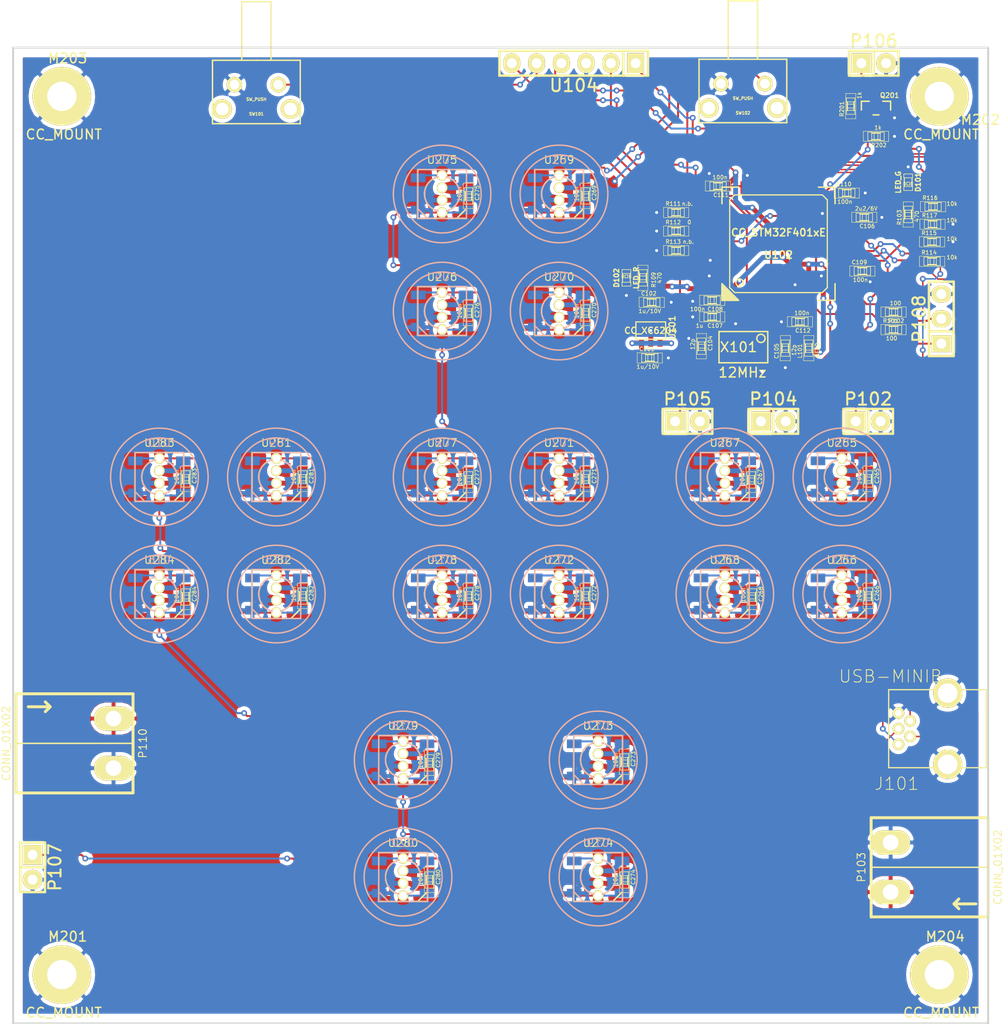
<source format=kicad_pcb>
(kicad_pcb (version 4) (host pcbnew 4.0.2+dfsg1-stable)
  (title_block (title "Plussy Display PCB layout") (comment 1 http://www.gnu.org/licenses/gpl-3.0.txt) (comment 2 "LICENSE: GNU GPLv3"))
  (layers (0 F.Cu signal) (31 B.Cu signal) (34 B.Paste user hide) (35 F.Paste user hide) (36 B.SilkS user) (37 F.SilkS user) (38 B.Mask user hide) (39 F.Mask user hide) (44 Edge.Cuts user))
  (net 0 "")
  (net 1 GND)
  (net 2 +3V3)
  (net 3 VCC)
  (net 4 "Net-(C104-Pad2)")
  (net 5 "Net-(C105-Pad2)")
  (net 6 "Net-(C106-Pad2)")
  (net 7 VAA)
  (net 8 "Net-(D101-Pad2)")
  (net 9 "Net-(D102-Pad2)")
  (net 10 WS2811_DIN_AUX2)
  (net 11 WS2811_DIN_AUX1)
  (net 12 WS2811_DIN)
  (net 13 WS2811_DOUT)
  (net 14 "Net-(R103-Pad1)")
  (net 15 nRST)
  (net 16 USERBTN)
  (net 17 SWO)
  (net 18 WS2811_DIN_AUX3)
  (net 19 JTCK)
  (net 20 JTMS)
  (net 21 /LEDS/DIN_IN)
  (net 22 "Net-(R111-Pad2)")
  (net 23 "Net-(R112-Pad2)")
  (net 24 "Net-(R113-Pad2)")
  (net 25 "Net-(R114-Pad1)")
  (net 26 "Net-(R116-Pad1)")
  (net 27 USART_TX)
  (net 28 USART_RX)
  (net 29 "Net-(R101-Pad1)")
  (net 30 "Net-(R102-Pad1)")
  (net 31 USB_VBUS)
  (net 32 USB_ID)
  (net 33 USB_D-)
  (net 34 USB_D+)
  (net 35 /LEDS/D1)
  (net 36 /LEDS/D2)
  (net 37 /LEDS/D3)
  (net 38 /LEDS/D4)
  (net 39 /LEDS/D5)
  (net 40 /LEDS/D6)
  (net 41 /LEDS/D7)
  (net 42 /LEDS/D8)
  (net 43 /LEDS/D9)
  (net 44 /LEDS/D10)
  (net 45 /LEDS/D11)
  (net 46 /LEDS/D12)
  (net 47 /LEDS/D13)
  (net 48 /LEDS/D14)
  (net 49 /LEDS/D15)
  (net 50 /LEDS/D16)
  (net 51 /LEDS/D17)
  (net 52 /LEDS/D18)
  (net 53 /LEDS/D19)
  (net 54 "Net-(U101-Pad4)")
  (net 55 "Net-(U102-Pad4)")
  (net 56 "Net-(U102-Pad8)")
  (net 57 "Net-(U102-Pad3)")
  (net 58 "Net-(U102-Pad20)")
  (net 59 "Net-(U102-Pad24)")
  (net 60 "Net-(U102-Pad33)")
  (net 61 "Net-(U102-Pad34)")
  (net 62 "Net-(U102-Pad35)")
  (net 63 "Net-(U102-Pad36)")
  (net 64 "Net-(U102-Pad37)")
  (net 65 "Net-(U102-Pad38)")
  (net 66 "Net-(U102-Pad39)")
  (net 67 "Net-(U102-Pad40)")
  (net 68 "Net-(U102-Pad50)")
  (net 69 "Net-(U102-Pad54)")
  (net 70 "Net-(U102-Pad9)")
  (net 71 "Net-(U102-Pad10)")
  (net 72 "Net-(U102-Pad11)")
  (net 73 "Net-(U102-Pad25)")
  (net 74 "Net-(U102-Pad41)")
  (net 75 "Net-(U102-Pad58)")
  (net 76 "Net-(U102-Pad59)")
  (net 77 "Net-(U102-Pad14)")
  (net 78 "Net-(U102-Pad15)")
  (net 79 "Net-(U102-Pad28)")
  (net 80 "Net-(U102-Pad29)")
  (net 81 "Net-(U102-Pad61)")
  (net 82 "Net-(U102-Pad62)")
  (module cc_rcl:rcl-cc-0603 (layer F.Cu) (at 115.7 84.3 270)
    (fp_text reference C267 (at -0.3 -0.9 270) (layer F.SilkS) (effects (font (size 0.4064 0.4064) (thickness 0.07))))
    (fp_text value 100n (at -0.2 0.9 270) (layer F.SilkS) (effects (font (size 0.4064 0.4064) (thickness 0.07))))
    (pad 1 smd rect (at -0.84836 0 270) (size 0.99822 1.09982) (layers F.Cu F.Paste F.Mask) (net 3 VCC))
    (pad 2 smd rect (at 0.84836 0 270) (size 0.99822 1.09982) (layers F.Cu F.Paste F.Mask) (net 1 GND))
  )
  (module cc_rcl:rcl-cc-0603 (layer F.Cu) (at 105.3 71.8)
    (fp_text reference C101 (at -0.3 -0.9) (layer F.SilkS) (effects (font (size 0.4064 0.4064) (thickness 0.07))))
    (fp_text value 1u/10V (at -0.2 0.9) (layer F.SilkS) (effects (font (size 0.4064 0.4064) (thickness 0.07))))
    (pad 1 smd rect (at -0.84836 0) (size 0.99822 1.09982) (layers F.Cu F.Paste F.Mask) (net 3 VCC))
    (pad 2 smd rect (at 0.84836 0) (size 0.99822 1.09982) (layers F.Cu F.Paste F.Mask) (net 1 GND))
  )
  (module cc_rcl:rcl-cc-0603 (layer F.Cu) (at 105.5 66.1)
    (fp_text reference C102 (at -0.3 -0.9) (layer F.SilkS) (effects (font (size 0.4064 0.4064) (thickness 0.07))))
    (fp_text value 1u/10V (at -0.2 0.9) (layer F.SilkS) (effects (font (size 0.4064 0.4064) (thickness 0.07))))
    (pad 1 smd rect (at -0.84836 0) (size 0.99822 1.09982) (layers F.Cu F.Paste F.Mask) (net 2 +3V3))
    (pad 2 smd rect (at 0.84836 0) (size 0.99822 1.09982) (layers F.Cu F.Paste F.Mask) (net 1 GND))
  )
  (module cc_rcl:rcl-cc-0603 (layer F.Cu) (at 110.6 70.6 270)
    (fp_text reference C104 (at -0.3 -0.9 270) (layer F.SilkS) (effects (font (size 0.4064 0.4064) (thickness 0.07))))
    (fp_text value 12p (at -0.2 0.9 270) (layer F.SilkS) (effects (font (size 0.4064 0.4064) (thickness 0.07))))
    (pad 1 smd rect (at -0.84836 0 270) (size 0.99822 1.09982) (layers F.Cu F.Paste F.Mask) (net 1 GND))
    (pad 2 smd rect (at 0.84836 0 270) (size 0.99822 1.09982) (layers F.Cu F.Paste F.Mask) (net 4 "Net-(C104-Pad2)"))
  )
  (module cc_rcl:rcl-cc-0603 (layer F.Cu) (at 119.2 70.8 90)
    (fp_text reference C105 (at -0.3 -0.9 90) (layer F.SilkS) (effects (font (size 0.4064 0.4064) (thickness 0.07))))
    (fp_text value 12p (at -0.2 0.9 90) (layer F.SilkS) (effects (font (size 0.4064 0.4064) (thickness 0.07))))
    (pad 1 smd rect (at -0.84836 0 90) (size 0.99822 1.09982) (layers F.Cu F.Paste F.Mask) (net 1 GND))
    (pad 2 smd rect (at 0.84836 0 90) (size 0.99822 1.09982) (layers F.Cu F.Paste F.Mask) (net 5 "Net-(C105-Pad2)"))
  )
  (module cc_rcl:rcl-cc-0603 (layer F.Cu) (at 127.3 57.4 180)
    (fp_text reference C106 (at -0.3 -0.9 180) (layer F.SilkS) (effects (font (size 0.4064 0.4064) (thickness 0.07))))
    (fp_text value 2u2/6V (at -0.2 0.9 180) (layer F.SilkS) (effects (font (size 0.4064 0.4064) (thickness 0.07))))
    (pad 1 smd rect (at -0.84836 0 180) (size 0.99822 1.09982) (layers F.Cu F.Paste F.Mask) (net 1 GND))
    (pad 2 smd rect (at 0.84836 0 180) (size 0.99822 1.09982) (layers F.Cu F.Paste F.Mask) (net 6 "Net-(C106-Pad2)"))
  )
  (module cc_rcl:rcl-cc-0603 (layer F.Cu) (at 111.7 67.6 180)
    (fp_text reference C107 (at -0.3 -0.9 180) (layer F.SilkS) (effects (font (size 0.4064 0.4064) (thickness 0.07))))
    (fp_text value 1u (at 1.3 -0.9 180) (layer F.SilkS) (effects (font (size 0.4064 0.4064) (thickness 0.07))))
    (pad 1 smd rect (at -0.84836 0 180) (size 0.99822 1.09982) (layers F.Cu F.Paste F.Mask) (net 2 +3V3))
    (pad 2 smd rect (at 0.84836 0 180) (size 0.99822 1.09982) (layers F.Cu F.Paste F.Mask) (net 1 GND))
  )
  (module cc_rcl:rcl-cc-0603 (layer F.Cu) (at 111.7 65.9 180)
    (fp_text reference C108 (at -0.3 -0.9 180) (layer F.SilkS) (effects (font (size 0.4064 0.4064) (thickness 0.07))))
    (fp_text value 100n (at 1.5 -0.9 180) (layer F.SilkS) (effects (font (size 0.4064 0.4064) (thickness 0.07))))
    (pad 1 smd rect (at -0.84836 0 180) (size 0.99822 1.09982) (layers F.Cu F.Paste F.Mask) (net 2 +3V3))
    (pad 2 smd rect (at 0.84836 0 180) (size 0.99822 1.09982) (layers F.Cu F.Paste F.Mask) (net 1 GND))
  )
  (module cc_rcl:rcl-cc-0603 (layer F.Cu) (at 127.1 62.9)
    (fp_text reference C109 (at -0.3 -0.9) (layer F.SilkS) (effects (font (size 0.4064 0.4064) (thickness 0.07))))
    (fp_text value 100n (at -0.2 0.9) (layer F.SilkS) (effects (font (size 0.4064 0.4064) (thickness 0.07))))
    (pad 1 smd rect (at -0.84836 0) (size 0.99822 1.09982) (layers F.Cu F.Paste F.Mask) (net 2 +3V3))
    (pad 2 smd rect (at 0.84836 0) (size 0.99822 1.09982) (layers F.Cu F.Paste F.Mask) (net 1 GND))
  )
  (module cc_rcl:rcl-cc-0603 (layer F.Cu) (at 125.5 54.9)
    (fp_text reference C110 (at -0.3 -0.9) (layer F.SilkS) (effects (font (size 0.4064 0.4064) (thickness 0.07))))
    (fp_text value 100n (at -0.2 0.9) (layer F.SilkS) (effects (font (size 0.4064 0.4064) (thickness 0.07))))
    (pad 1 smd rect (at -0.84836 0) (size 0.99822 1.09982) (layers F.Cu F.Paste F.Mask) (net 2 +3V3))
    (pad 2 smd rect (at 0.84836 0) (size 0.99822 1.09982) (layers F.Cu F.Paste F.Mask) (net 1 GND))
  )
  (module cc_rcl:rcl-cc-0603 (layer F.Cu) (at 112.3 54.2 180)
    (fp_text reference C111 (at -0.3 -0.9 180) (layer F.SilkS) (effects (font (size 0.4064 0.4064) (thickness 0.07))))
    (fp_text value 100n (at -0.2 0.9 180) (layer F.SilkS) (effects (font (size 0.4064 0.4064) (thickness 0.07))))
    (pad 1 smd rect (at -0.84836 0 180) (size 0.99822 1.09982) (layers F.Cu F.Paste F.Mask) (net 2 +3V3))
    (pad 2 smd rect (at 0.84836 0 180) (size 0.99822 1.09982) (layers F.Cu F.Paste F.Mask) (net 1 GND))
  )
  (module cc_rcl:rcl-cc-0603 (layer F.Cu) (at 120.7 68.1 180)
    (fp_text reference C112 (at -0.3 -0.9 180) (layer F.SilkS) (effects (font (size 0.4064 0.4064) (thickness 0.07))))
    (fp_text value 100n (at -0.2 0.9 180) (layer F.SilkS) (effects (font (size 0.4064 0.4064) (thickness 0.07))))
    (pad 1 smd rect (at -0.84836 0 180) (size 0.99822 1.09982) (layers F.Cu F.Paste F.Mask) (net 7 VAA))
    (pad 2 smd rect (at 0.84836 0 180) (size 0.99822 1.09982) (layers F.Cu F.Paste F.Mask) (net 1 GND))
  )
  (module LEDs:LED-0603 (layer F.Cu) (at 131.8 53.8 270)
    (fp_text reference D101 (at 0 -1.016 270) (layer F.SilkS) (effects (font (size 0.508 0.508) (thickness 0.127))))
    (fp_text value LED_G (at 0 1.016 270) (layer F.SilkS) (effects (font (size 0.508 0.508) (thickness 0.127))))
    (pad 1 smd rect (at -0.7493 0 270) (size 0.79756 0.79756) (layers F.Cu F.Paste F.Mask) (net 1 GND))
    (pad 2 smd rect (at 0.7493 0 270) (size 0.79756 0.79756) (layers F.Cu F.Paste F.Mask) (net 8 "Net-(D101-Pad2)"))
  )
  (module LEDs:LED-0603 (layer F.Cu) (at 102.9 63.6 90)
    (fp_text reference D102 (at 0 -1.016 90) (layer F.SilkS) (effects (font (size 0.508 0.508) (thickness 0.127))))
    (fp_text value LED_R (at 0 1.016 90) (layer F.SilkS) (effects (font (size 0.508 0.508) (thickness 0.127))))
    (pad 1 smd rect (at -0.7493 0 90) (size 0.79756 0.79756) (layers F.Cu F.Paste F.Mask) (net 1 GND))
    (pad 2 smd rect (at 0.7493 0 90) (size 0.79756 0.79756) (layers F.Cu F.Paste F.Mask) (net 9 "Net-(D102-Pad2)"))
  )
  (module cc_rcl:rcl-cc-0603 (layer F.Cu) (at 121.6 70.8 90)
    (fp_text reference L101 (at -0.3 -0.9 90) (layer F.SilkS) (effects (font (size 0.4064 0.4064) (thickness 0.07))))
    (fp_text value BEAD (at -0.2 0.9 90) (layer F.SilkS) (effects (font (size 0.4064 0.4064) (thickness 0.07))))
    (pad 1 smd rect (at -0.84836 0 90) (size 0.99822 1.09982) (layers F.Cu F.Paste F.Mask) (net 2 +3V3))
    (pad 2 smd rect (at 0.84836 0 90) (size 0.99822 1.09982) (layers F.Cu F.Paste F.Mask) (net 7 VAA))
  )
  (module Pin_Headers:Pin_Header_Straight_1x02 (layer F.Cu) (at 127.7 78.3)
    (fp_text reference P102 (at 0 -2.286) (layer F.SilkS) (effects (font (size 1.27 1.27) (thickness 0.2032))))
    (fp_text value CONN_01X02 hide)
    (pad 1 thru_hole rect (at -1.27 0) (size 2.032 2.032) (drill 1.016) (layers *.Cu *.Mask F.SilkS) (net 18 WS2811_DIN_AUX3))
    (pad 2 thru_hole oval (at 1.27 0) (size 2.032 2.032) (drill 1.016) (layers *.Cu *.Mask F.SilkS) (net 1 GND))
  )
  (module Pin_Headers:Pin_Header_Straight_1x02 (layer F.Cu) (at 117.97 78.3)
    (fp_text reference P104 (at 0 -2.286) (layer F.SilkS) (effects (font (size 1.27 1.27) (thickness 0.2032))))
    (fp_text value CONN_01X02 hide)
    (pad 1 thru_hole rect (at -1.27 0) (size 2.032 2.032) (drill 1.016) (layers *.Cu *.Mask F.SilkS) (net 10 WS2811_DIN_AUX2))
    (pad 2 thru_hole oval (at 1.27 0) (size 2.032 2.032) (drill 1.016) (layers *.Cu *.Mask F.SilkS) (net 1 GND))
  )
  (module Pin_Headers:Pin_Header_Straight_1x02 (layer F.Cu) (at 109.17 78.3)
    (fp_text reference P105 (at 0 -2.286) (layer F.SilkS) (effects (font (size 1.27 1.27) (thickness 0.2032))))
    (fp_text value CONN_01X02 hide)
    (pad 1 thru_hole rect (at -1.27 0) (size 2.032 2.032) (drill 1.016) (layers *.Cu *.Mask F.SilkS) (net 11 WS2811_DIN_AUX1))
    (pad 2 thru_hole oval (at 1.27 0) (size 2.032 2.032) (drill 1.016) (layers *.Cu *.Mask F.SilkS) (net 1 GND))
  )
  (module Pin_Headers:Pin_Header_Straight_1x02 (layer F.Cu) (at 128.27 41.6)
    (fp_text reference P106 (at 0 -2.286) (layer F.SilkS) (effects (font (size 1.27 1.27) (thickness 0.2032))))
    (fp_text value CONN_01X02 hide)
    (pad 1 thru_hole rect (at -1.27 0) (size 2.032 2.032) (drill 1.016) (layers *.Cu *.Mask F.SilkS) (net 12 WS2811_DIN))
    (pad 2 thru_hole oval (at 1.27 0) (size 2.032 2.032) (drill 1.016) (layers *.Cu *.Mask F.SilkS) (net 1 GND))
  )
  (module Pin_Headers:Pin_Header_Straight_1x02 (layer F.Cu) (at 42 124 270)
    (fp_text reference P107 (at 0 -2.286 270) (layer F.SilkS) (effects (font (size 1.27 1.27) (thickness 0.2032))))
    (fp_text value CONN_01X02 hide)
    (pad 1 thru_hole rect (at -1.27 0 270) (size 2.032 2.032) (drill 1.016) (layers *.Cu *.Mask F.SilkS) (net 13 WS2811_DOUT))
    (pad 2 thru_hole oval (at 1.27 0 270) (size 2.032 2.032) (drill 1.016) (layers *.Cu *.Mask F.SilkS) (net 1 GND))
  )
  (module Pin_Headers:Pin_Header_Straight_1x03 (layer F.Cu) (at 135.2 67.8 90)
    (fp_text reference P108 (at 0 -2.286 90) (layer F.SilkS) (effects (font (size 1.27 1.27) (thickness 0.2032))))
    (fp_text value CONN_01X03 hide)
    (pad 1 thru_hole rect (at -2.54 0 90) (size 1.7272 2.032) (drill 1.016) (layers *.Cu *.Mask F.SilkS) (net 27 USART_TX))
    (pad 2 thru_hole oval (at 0 0 90) (size 1.7272 2.032) (drill 1.016) (layers *.Cu *.Mask F.SilkS) (net 28 USART_RX))
    (pad 3 thru_hole oval (at 2.54 0 90) (size 1.7272 2.032) (drill 1.016) (layers *.Cu *.Mask F.SilkS) (net 1 GND))
  )
  (module cc_transistor:CC_SOT23_MOS1 (layer F.Cu) (at 128.5 46.2)
    (fp_text reference Q201 (at 1.4 -1.3) (layer F.SilkS) (effects (font (size 0.50038 0.50038) (thickness 0.09906))))
    (fp_text value MOS_N hide)
    (pad G smd rect (at -0.9525 1.05664) (size 0.59944 1.00076) (layers F.Cu F.Paste F.Mask) (net 12 WS2811_DIN))
    (pad D smd rect (at 0 -1.05664) (size 0.59944 1.00076) (layers F.Cu F.Paste F.Mask) (net 21 /LEDS/DIN_IN))
    (pad S smd rect (at 0.9525 1.05664) (size 0.59944 1.00076) (layers F.Cu F.Paste F.Mask) (net 1 GND))
  )
  (module cc_rcl:rcl-cc-0603 (layer F.Cu) (at 131.8 57.1 90)
    (fp_text reference R103 (at -0.3 -0.9 90) (layer F.SilkS) (effects (font (size 0.4064 0.4064) (thickness 0.07))))
    (fp_text value 470 (at -0.2 0.9 90) (layer F.SilkS) (effects (font (size 0.4064 0.4064) (thickness 0.07))))
    (pad 1 smd rect (at -0.84836 0 90) (size 0.99822 1.09982) (layers F.Cu F.Paste F.Mask) (net 14 "Net-(R103-Pad1)"))
    (pad 2 smd rect (at 0.84836 0 90) (size 0.99822 1.09982) (layers F.Cu F.Paste F.Mask) (net 8 "Net-(D101-Pad2)"))
  )
  (module cc_rcl:rcl-cc-0603 (layer F.Cu) (at 104.6 63.6 270)
    (fp_text reference R109 (at 0.2 -1.1 270) (layer F.SilkS) (effects (font (size 0.4064 0.4064) (thickness 0.07))))
    (fp_text value 470 (at 0 -1.7 270) (layer F.SilkS) (effects (font (size 0.4064 0.4064) (thickness 0.07))))
    (pad 1 smd rect (at -0.84836 0 270) (size 0.99822 1.09982) (layers F.Cu F.Paste F.Mask) (net 9 "Net-(D102-Pad2)"))
    (pad 2 smd rect (at 0.84836 0 270) (size 0.99822 1.09982) (layers F.Cu F.Paste F.Mask) (net 2 +3V3))
  )
  (module cc_rcl:rcl-cc-0603 (layer F.Cu) (at 125.9 46 90)
    (fp_text reference R201 (at -0.3 -0.9 90) (layer F.SilkS) (effects (font (size 0.4064 0.4064) (thickness 0.07))))
    (fp_text value 1k (at 1.1 0.9 90) (layer F.SilkS) (effects (font (size 0.4064 0.4064) (thickness 0.07))))
    (pad 1 smd rect (at -0.84836 0 90) (size 0.99822 1.09982) (layers F.Cu F.Paste F.Mask) (net 3 VCC))
    (pad 2 smd rect (at 0.84836 0 90) (size 0.99822 1.09982) (layers F.Cu F.Paste F.Mask) (net 21 /LEDS/DIN_IN))
  )
  (module cc_rcl:rcl-cc-0603 (layer F.Cu) (at 128.5 49.1 180)
    (fp_text reference R202 (at -0.3 -0.9 180) (layer F.SilkS) (effects (font (size 0.4064 0.4064) (thickness 0.07))))
    (fp_text value 1k (at -0.2 0.9 180) (layer F.SilkS) (effects (font (size 0.4064 0.4064) (thickness 0.07))))
    (pad 1 smd rect (at -0.84836 0 180) (size 0.99822 1.09982) (layers F.Cu F.Paste F.Mask) (net 1 GND))
    (pad 2 smd rect (at 0.84836 0 180) (size 0.99822 1.09982) (layers F.Cu F.Paste F.Mask) (net 12 WS2811_DIN))
  )
  (module cc_switches:TASTER_3305B (layer F.Cu) (at 64.95 46.3 180)
    (fp_text reference SW101 (at 0 -0.5 180) (layer F.SilkS) (effects (font (size 0.3 0.3) (thickness 0.075))))
    (fp_text value SW_PUSH (at 0 1 180) (layer F.SilkS) (effects (font (size 0.3 0.3) (thickness 0.075))))
    (pad "" thru_hole circle (at -3.5 0 180) (size 2 2) (drill 1.3) (layers *.Cu *.Mask F.SilkS))
    (pad "" thru_hole circle (at 3.5 0 180) (size 2 2) (drill 1.3) (layers *.Cu *.Mask F.SilkS))
    (pad 1 thru_hole circle (at -2.25 2.5 180) (size 1.6 1.6) (drill 1) (layers *.Cu *.Mask F.SilkS) (net 15 nRST))
    (pad 2 thru_hole circle (at 2.25 2.5 180) (size 1.6 1.6) (drill 1) (layers *.Cu *.Mask F.SilkS) (net 1 GND))
  )
  (module cc_switches:TASTER_3305B (layer F.Cu) (at 114.85 46.2 180)
    (fp_text reference SW102 (at 0 -0.5 180) (layer F.SilkS) (effects (font (size 0.3 0.3) (thickness 0.075))))
    (fp_text value SW_PUSH (at 0 1 180) (layer F.SilkS) (effects (font (size 0.3 0.3) (thickness 0.075))))
    (pad "" thru_hole circle (at -3.5 0 180) (size 2 2) (drill 1.3) (layers *.Cu *.Mask F.SilkS))
    (pad "" thru_hole circle (at 3.5 0 180) (size 2 2) (drill 1.3) (layers *.Cu *.Mask F.SilkS))
    (pad 1 thru_hole circle (at -2.25 2.5 180) (size 1.6 1.6) (drill 1) (layers *.Cu *.Mask F.SilkS) (net 16 USERBTN))
    (pad 2 thru_hole circle (at 2.25 2.5 180) (size 1.6 1.6) (drill 1) (layers *.Cu *.Mask F.SilkS) (net 1 GND))
  )
  (module SMD_Packages:SOT23-5 (layer F.Cu) (at 105.4 69)
    (fp_text reference U101 (at 2.19964 -0.29972 90) (layer F.SilkS) (effects (font (size 0.635 0.635) (thickness 0.127))))
    (fp_text value CC_XC6204 (at 0 0) (layer F.SilkS) (effects (font (size 0.635 0.635) (thickness 0.127))))
    (pad 1 smd rect (at -0.9525 1.27) (size 0.508 0.762) (layers F.Cu F.Paste F.Mask) (net 3 VCC))
    (pad 3 smd rect (at 0.9525 1.27) (size 0.508 0.762) (layers F.Cu F.Paste F.Mask) (net 3 VCC))
    (pad 5 smd rect (at -0.9525 -1.27) (size 0.508 0.762) (layers F.Cu F.Paste F.Mask) (net 2 +3V3))
    (pad 2 smd rect (at 0 1.27) (size 0.508 0.762) (layers F.Cu F.Paste F.Mask) (net 1 GND))
    (pad 4 smd rect (at 0.9525 -1.27) (size 0.508 0.762) (layers F.Cu F.Paste F.Mask) (net 54 "Net-(U101-Pad4)"))
  )
  (module cc_stm32package:lqfp64 (layer F.Cu) (at 118.5 60.1)
    (fp_text reference U102 (at 0 1.143) (layer F.SilkS) (effects (font (size 0.7493 0.7493) (thickness 0.14986))))
    (fp_text value CC_STM32F401xE (at 0 -1.143) (layer F.SilkS) (effects (font (size 0.7493 0.7493) (thickness 0.14986))))
    (pad 4 smd rect (at -2.25044 5.75056) (size 0.3 1.30048) (layers F.Cu F.Paste F.Mask) (net 55 "Net-(U102-Pad4)"))
    (pad 5 smd rect (at -1.75006 5.75056) (size 0.3 1.30048) (layers F.Cu F.Paste F.Mask) (net 4 "Net-(C104-Pad2)"))
    (pad 6 smd rect (at -1.24968 5.75056) (size 0.3 1.30048) (layers F.Cu F.Paste F.Mask) (net 5 "Net-(C105-Pad2)"))
    (pad 7 smd rect (at -0.7493 5.75056) (size 0.3 1.30048) (layers F.Cu F.Paste F.Mask) (net 15 nRST))
    (pad 8 smd rect (at -0.24892 5.75056) (size 0.3 1.30048) (layers F.Cu F.Paste F.Mask) (net 56 "Net-(U102-Pad8)"))
    (pad 1 smd rect (at -3.74904 5.75056) (size 0.3 1.30048) (layers F.Cu F.Paste F.Mask) (net 2 +3V3))
    (pad 2 smd rect (at -3.2512 5.75056) (size 0.3 1.30048) (layers F.Cu F.Paste F.Mask) (net 16 USERBTN))
    (pad 3 smd rect (at -2.75082 5.75056) (size 0.3 1.30048) (layers F.Cu F.Paste F.Mask) (net 57 "Net-(U102-Pad3)"))
    (pad 17 smd rect (at 5.75056 3.74904) (size 1.30048 0.3) (layers F.Cu F.Paste F.Mask) (net 30 "Net-(R102-Pad1)"))
    (pad 18 smd rect (at 5.75056 3.2512) (size 1.30048 0.3) (layers F.Cu F.Paste F.Mask) (net 1 GND))
    (pad 19 smd rect (at 5.75056 2.75082) (size 1.30048 0.3) (layers F.Cu F.Paste F.Mask) (net 2 +3V3))
    (pad 20 smd rect (at 5.75056 2.25044) (size 1.30048 0.3) (layers F.Cu F.Paste F.Mask) (net 58 "Net-(U102-Pad20)"))
    (pad 21 smd rect (at 5.75056 1.75006) (size 1.30048 0.3) (layers F.Cu F.Paste F.Mask) (net 14 "Net-(R103-Pad1)"))
    (pad 22 smd rect (at 5.75056 1.24968) (size 1.30048 0.3) (layers F.Cu F.Paste F.Mask) (net 25 "Net-(R114-Pad1)"))
    (pad 23 smd rect (at 5.75056 0.7493) (size 1.30048 0.3) (layers F.Cu F.Paste F.Mask) (net 26 "Net-(R116-Pad1)"))
    (pad 24 smd rect (at 5.75056 0.24892) (size 1.30048 0.3) (layers F.Cu F.Paste F.Mask) (net 59 "Net-(U102-Pad24)"))
    (pad 33 smd rect (at 3.74904 -5.75056) (size 0.3 1.30048) (layers F.Cu F.Paste F.Mask) (net 60 "Net-(U102-Pad33)"))
    (pad 34 smd rect (at 3.2512 -5.75056) (size 0.3 1.30048) (layers F.Cu F.Paste F.Mask) (net 61 "Net-(U102-Pad34)"))
    (pad 35 smd rect (at 2.75082 -5.75056) (size 0.3 1.30048) (layers F.Cu F.Paste F.Mask) (net 62 "Net-(U102-Pad35)"))
    (pad 36 smd rect (at 2.25044 -5.75056) (size 0.3 1.30048) (layers F.Cu F.Paste F.Mask) (net 63 "Net-(U102-Pad36)"))
    (pad 37 smd rect (at 1.75006 -5.75056) (size 0.3 1.30048) (layers F.Cu F.Paste F.Mask) (net 64 "Net-(U102-Pad37)"))
    (pad 38 smd rect (at 1.24968 -5.75056) (size 0.3 1.30048) (layers F.Cu F.Paste F.Mask) (net 65 "Net-(U102-Pad38)"))
    (pad 39 smd rect (at 0.7493 -5.75056) (size 0.3 1.30048) (layers F.Cu F.Paste F.Mask) (net 66 "Net-(U102-Pad39)"))
    (pad 40 smd rect (at 0.24892 -5.75056) (size 0.3 1.30048) (layers F.Cu F.Paste F.Mask) (net 67 "Net-(U102-Pad40)"))
    (pad 49 smd rect (at -5.75056 -3.74904) (size 1.30048 0.3) (layers F.Cu F.Paste F.Mask) (net 19 JTCK))
    (pad 50 smd rect (at -5.75056 -3.2512) (size 1.30048 0.3) (layers F.Cu F.Paste F.Mask) (net 68 "Net-(U102-Pad50)"))
    (pad 51 smd rect (at -5.75056 -2.75082) (size 1.30048 0.3) (layers F.Cu F.Paste F.Mask) (net 22 "Net-(R111-Pad2)"))
    (pad 52 smd rect (at -5.75056 -2.25044) (size 1.30048 0.3) (layers F.Cu F.Paste F.Mask) (net 23 "Net-(R112-Pad2)"))
    (pad 53 smd rect (at -5.75056 -1.75006) (size 1.30048 0.3) (layers F.Cu F.Paste F.Mask) (net 24 "Net-(R113-Pad2)"))
    (pad 54 smd rect (at -5.75056 -1.24968) (size 1.30048 0.3) (layers F.Cu F.Paste F.Mask) (net 69 "Net-(U102-Pad54)"))
    (pad 55 smd rect (at -5.75056 -0.7493) (size 1.30048 0.3) (layers F.Cu F.Paste F.Mask) (net 17 SWO))
    (pad 56 smd rect (at -5.75056 -0.24892) (size 1.30048 0.3) (layers F.Cu F.Paste F.Mask) (net 12 WS2811_DIN))
    (pad 9 smd rect (at 0.24892 5.75056) (size 0.3 1.30048) (layers F.Cu F.Paste F.Mask) (net 70 "Net-(U102-Pad9)"))
    (pad 10 smd rect (at 0.7493 5.75056) (size 0.3 1.30048) (layers F.Cu F.Paste F.Mask) (net 71 "Net-(U102-Pad10)"))
    (pad 11 smd rect (at 1.24968 5.75056) (size 0.3 1.30048) (layers F.Cu F.Paste F.Mask) (net 72 "Net-(U102-Pad11)"))
    (pad 25 smd rect (at 5.75056 -0.24892) (size 1.30048 0.3) (layers F.Cu F.Paste F.Mask) (net 73 "Net-(U102-Pad25)"))
    (pad 26 smd rect (at 5.75056 -0.7493) (size 1.30048 0.3) (layers F.Cu F.Paste F.Mask) (net 10 WS2811_DIN_AUX2))
    (pad 27 smd rect (at 5.75056 -1.24968) (size 1.30048 0.3) (layers F.Cu F.Paste F.Mask) (net 18 WS2811_DIN_AUX3))
    (pad 41 smd rect (at -0.24892 -5.75056) (size 0.3 1.30048) (layers F.Cu F.Paste F.Mask) (net 74 "Net-(U102-Pad41)"))
    (pad 42 smd rect (at -0.7493 -5.75056) (size 0.3 1.30048) (layers F.Cu F.Paste F.Mask) (net 31 USB_VBUS))
    (pad 43 smd rect (at -1.24968 -5.75056) (size 0.3 1.30048) (layers F.Cu F.Paste F.Mask) (net 32 USB_ID))
    (pad 57 smd rect (at -5.75056 0.24892) (size 1.30048 0.3) (layers F.Cu F.Paste F.Mask) (net 11 WS2811_DIN_AUX1))
    (pad 58 smd rect (at -5.75056 0.7493) (size 1.30048 0.3) (layers F.Cu F.Paste F.Mask) (net 75 "Net-(U102-Pad58)"))
    (pad 59 smd rect (at -5.75056 1.24968) (size 1.30048 0.3) (layers F.Cu F.Paste F.Mask) (net 76 "Net-(U102-Pad59)"))
    (pad 12 smd rect (at 1.75006 5.75056) (size 0.3 1.30048) (layers F.Cu F.Paste F.Mask) (net 1 GND))
    (pad 13 smd rect (at 2.25044 5.75056) (size 0.3 1.30048) (layers F.Cu F.Paste F.Mask) (net 7 VAA))
    (pad 14 smd rect (at 2.75082 5.75056) (size 0.3 1.30048) (layers F.Cu F.Paste F.Mask) (net 77 "Net-(U102-Pad14)"))
    (pad 15 smd rect (at 3.2512 5.75056) (size 0.3 1.30048) (layers F.Cu F.Paste F.Mask) (net 78 "Net-(U102-Pad15)"))
    (pad 16 smd rect (at 3.74904 5.75056) (size 0.3 1.30048) (layers F.Cu F.Paste F.Mask) (net 29 "Net-(R101-Pad1)"))
    (pad 28 smd rect (at 5.75056 -1.75006) (size 1.30048 0.3) (layers F.Cu F.Paste F.Mask) (net 79 "Net-(U102-Pad28)"))
    (pad 29 smd rect (at 5.75056 -2.25044) (size 1.30048 0.3) (layers F.Cu F.Paste F.Mask) (net 80 "Net-(U102-Pad29)"))
    (pad 30 smd rect (at 5.75056 -2.75082) (size 1.30048 0.3) (layers F.Cu F.Paste F.Mask) (net 6 "Net-(C106-Pad2)"))
    (pad 31 smd rect (at 5.75056 -3.2512) (size 1.30048 0.3) (layers F.Cu F.Paste F.Mask) (net 1 GND))
    (pad 32 smd rect (at 5.75056 -3.74904) (size 1.30048 0.3) (layers F.Cu F.Paste F.Mask) (net 2 +3V3))
    (pad 44 smd rect (at -1.75006 -5.75056) (size 0.3 1.30048) (layers F.Cu F.Paste F.Mask) (net 33 USB_D-))
    (pad 45 smd rect (at -2.25044 -5.75056) (size 0.3 1.30048) (layers F.Cu F.Paste F.Mask) (net 34 USB_D+))
    (pad 46 smd rect (at -2.75082 -5.75056) (size 0.3 1.30048) (layers F.Cu F.Paste F.Mask) (net 20 JTMS))
    (pad 47 smd rect (at -3.2512 -5.75056) (size 0.3 1.30048) (layers F.Cu F.Paste F.Mask) (net 1 GND))
    (pad 48 smd rect (at -3.74904 -5.75056) (size 0.3 1.30048) (layers F.Cu F.Paste F.Mask) (net 2 +3V3))
    (pad 60 smd rect (at -5.75056 1.75006) (size 1.30048 0.3) (layers F.Cu F.Paste F.Mask) (net 1 GND))
    (pad 61 smd rect (at -5.75056 2.25044) (size 1.30048 0.3) (layers F.Cu F.Paste F.Mask) (net 81 "Net-(U102-Pad61)"))
    (pad 62 smd rect (at -5.75056 2.75082) (size 1.30048 0.3) (layers F.Cu F.Paste F.Mask) (net 82 "Net-(U102-Pad62)"))
    (pad 63 smd rect (at -5.75056 3.2512) (size 1.30048 0.3) (layers F.Cu F.Paste F.Mask) (net 1 GND))
    (pad 64 smd rect (at -5.75056 3.74904) (size 1.30048 0.3) (layers F.Cu F.Paste F.Mask) (net 2 +3V3))
  )
  (module Pin_Headers:Pin_Header_Straight_1x06 (layer F.Cu) (at 97.5 41.6 180)
    (fp_text reference U104 (at 0 -2.286 180) (layer F.SilkS) (effects (font (size 1.27 1.27) (thickness 0.2032))))
    (fp_text value CC_STM32SWD hide)
    (pad 1 thru_hole rect (at -6.35 0 180) (size 1.7272 2.032) (drill 1.016) (layers *.Cu *.Mask F.SilkS) (net 2 +3V3))
    (pad 2 thru_hole oval (at -3.81 0 180) (size 1.7272 2.032) (drill 1.016) (layers *.Cu *.Mask F.SilkS) (net 19 JTCK))
    (pad 3 thru_hole oval (at -1.27 0 180) (size 1.7272 2.032) (drill 1.016) (layers *.Cu *.Mask F.SilkS) (net 1 GND))
    (pad 4 thru_hole oval (at 1.27 0 180) (size 1.7272 2.032) (drill 1.016) (layers *.Cu *.Mask F.SilkS) (net 20 JTMS))
    (pad 5 thru_hole oval (at 3.81 0 180) (size 1.7272 2.032) (drill 1.016) (layers *.Cu *.Mask F.SilkS) (net 15 nRST))
    (pad 6 thru_hole oval (at 6.35 0 180) (size 1.7272 2.032) (drill 1.016) (layers *.Cu *.Mask F.SilkS) (net 17 SWO))
  )
  (module cc_rcl:Q_EUROQUARTZ_MJ_3x5x1 (layer F.Cu) (at 114.9 70.7 180)
    (fp_text reference X101 (at 0.5 0 180) (layer F.SilkS))
    (fp_text value 12MHz (at 0.1 -2.6 180) (layer F.SilkS))
    (pad 1 smd rect (at -1.9 1.2 180) (size 1.9 1.1) (layers F.Cu F.Paste F.Mask) (net 5 "Net-(C105-Pad2)"))
    (pad 4 smd rect (at -1.9 -1.2 180) (size 1.9 1.1) (layers F.Cu F.Paste F.Mask) (net 1 GND))
    (pad 3 smd rect (at 1.9 -1.2 180) (size 1.9 1.1) (layers F.Cu F.Paste F.Mask) (net 4 "Net-(C104-Pad2)"))
    (pad 2 smd rect (at 1.9 1.2 180) (size 1.9 1.1) (layers F.Cu F.Paste F.Mask) (net 1 GND))
  )
  (module cc_rcl:rcl-cc-0603 (layer F.Cu) (at 127.7 84.2 270)
    (fp_text reference C265 (at -0.3 -0.9 270) (layer F.SilkS) (effects (font (size 0.4064 0.4064) (thickness 0.07))))
    (fp_text value 100n (at -0.2 0.9 270) (layer F.SilkS) (effects (font (size 0.4064 0.4064) (thickness 0.07))))
    (pad 1 smd rect (at -0.84836 0 270) (size 0.99822 1.09982) (layers F.Cu F.Paste F.Mask) (net 3 VCC))
    (pad 2 smd rect (at 0.84836 0 270) (size 0.99822 1.09982) (layers F.Cu F.Paste F.Mask) (net 1 GND))
  )
  (module cc_rcl:rcl-cc-0603 (layer F.Cu) (at 127.7 96.2 270)
    (fp_text reference C266 (at -0.3 -0.9 270) (layer F.SilkS) (effects (font (size 0.4064 0.4064) (thickness 0.07))))
    (fp_text value 100n (at -0.2 0.9 270) (layer F.SilkS) (effects (font (size 0.4064 0.4064) (thickness 0.07))))
    (pad 1 smd rect (at -0.84836 0 270) (size 0.99822 1.09982) (layers F.Cu F.Paste F.Mask) (net 3 VCC))
    (pad 2 smd rect (at 0.84836 0 270) (size 0.99822 1.09982) (layers F.Cu F.Paste F.Mask) (net 1 GND))
  )
  (module cc_rcl:rcl-cc-0603 (layer F.Cu) (at 115.8 96.3 270)
    (fp_text reference C268 (at -0.3 -0.9 270) (layer F.SilkS) (effects (font (size 0.4064 0.4064) (thickness 0.07))))
    (fp_text value 100n (at -0.2 0.9 270) (layer F.SilkS) (effects (font (size 0.4064 0.4064) (thickness 0.07))))
    (pad 1 smd rect (at -0.84836 0 270) (size 0.99822 1.09982) (layers F.Cu F.Paste F.Mask) (net 3 VCC))
    (pad 2 smd rect (at 0.84836 0 270) (size 0.99822 1.09982) (layers F.Cu F.Paste F.Mask) (net 1 GND))
  )
  (module cc_rcl:rcl-cc-0603 (layer F.Cu) (at 98.7 55.2 270)
    (fp_text reference C269 (at -0.3 -0.9 270) (layer F.SilkS) (effects (font (size 0.4064 0.4064) (thickness 0.07))))
    (fp_text value 100n (at -0.2 0.9 270) (layer F.SilkS) (effects (font (size 0.4064 0.4064) (thickness 0.07))))
    (pad 1 smd rect (at -0.84836 0 270) (size 0.99822 1.09982) (layers F.Cu F.Paste F.Mask) (net 3 VCC))
    (pad 2 smd rect (at 0.84836 0 270) (size 0.99822 1.09982) (layers F.Cu F.Paste F.Mask) (net 1 GND))
  )
  (module cc_rcl:rcl-cc-0603 (layer F.Cu) (at 98.7 67.2 270)
    (fp_text reference C270 (at -0.3 -0.9 270) (layer F.SilkS) (effects (font (size 0.4064 0.4064) (thickness 0.07))))
    (fp_text value 100n (at -0.2 0.9 270) (layer F.SilkS) (effects (font (size 0.4064 0.4064) (thickness 0.07))))
    (pad 1 smd rect (at -0.84836 0 270) (size 0.99822 1.09982) (layers F.Cu F.Paste F.Mask) (net 3 VCC))
    (pad 2 smd rect (at 0.84836 0 270) (size 0.99822 1.09982) (layers F.Cu F.Paste F.Mask) (net 1 GND))
  )
  (module cc_rcl:rcl-cc-0603 (layer F.Cu) (at 98.7 84.2 270)
    (fp_text reference C271 (at -0.3 -0.9 270) (layer F.SilkS) (effects (font (size 0.4064 0.4064) (thickness 0.07))))
    (fp_text value 100n (at -0.2 0.9 270) (layer F.SilkS) (effects (font (size 0.4064 0.4064) (thickness 0.07))))
    (pad 1 smd rect (at -0.84836 0 270) (size 0.99822 1.09982) (layers F.Cu F.Paste F.Mask) (net 3 VCC))
    (pad 2 smd rect (at 0.84836 0 270) (size 0.99822 1.09982) (layers F.Cu F.Paste F.Mask) (net 1 GND))
  )
  (module cc_rcl:rcl-cc-0603 (layer F.Cu) (at 98.7 96.2 270)
    (fp_text reference C272 (at -0.3 -0.9 270) (layer F.SilkS) (effects (font (size 0.4064 0.4064) (thickness 0.07))))
    (fp_text value 100n (at -0.2 0.9 270) (layer F.SilkS) (effects (font (size 0.4064 0.4064) (thickness 0.07))))
    (pad 1 smd rect (at -0.84836 0 270) (size 0.99822 1.09982) (layers F.Cu F.Paste F.Mask) (net 3 VCC))
    (pad 2 smd rect (at 0.84836 0 270) (size 0.99822 1.09982) (layers F.Cu F.Paste F.Mask) (net 1 GND))
  )
  (module cc_rcl:rcl-cc-0603 (layer F.Cu) (at 102.7 113.2 270)
    (fp_text reference C273 (at -0.3 -0.9 270) (layer F.SilkS) (effects (font (size 0.4064 0.4064) (thickness 0.07))))
    (fp_text value 100n (at -0.2 0.9 270) (layer F.SilkS) (effects (font (size 0.4064 0.4064) (thickness 0.07))))
    (pad 1 smd rect (at -0.84836 0 270) (size 0.99822 1.09982) (layers F.Cu F.Paste F.Mask) (net 3 VCC))
    (pad 2 smd rect (at 0.84836 0 270) (size 0.99822 1.09982) (layers F.Cu F.Paste F.Mask) (net 1 GND))
  )
  (module cc_rcl:rcl-cc-0603 (layer F.Cu) (at 102.7 125.3 270)
    (fp_text reference C274 (at -0.3 -0.9 270) (layer F.SilkS) (effects (font (size 0.4064 0.4064) (thickness 0.07))))
    (fp_text value 100n (at -0.2 0.9 270) (layer F.SilkS) (effects (font (size 0.4064 0.4064) (thickness 0.07))))
    (pad 1 smd rect (at -0.84836 0 270) (size 0.99822 1.09982) (layers F.Cu F.Paste F.Mask) (net 3 VCC))
    (pad 2 smd rect (at 0.84836 0 270) (size 0.99822 1.09982) (layers F.Cu F.Paste F.Mask) (net 1 GND))
  )
  (module cc_rcl:rcl-cc-0603 (layer F.Cu) (at 86.7 55.2 270)
    (fp_text reference C275 (at -0.3 -0.9 270) (layer F.SilkS) (effects (font (size 0.4064 0.4064) (thickness 0.07))))
    (fp_text value 100n (at -0.2 0.9 270) (layer F.SilkS) (effects (font (size 0.4064 0.4064) (thickness 0.07))))
    (pad 1 smd rect (at -0.84836 0 270) (size 0.99822 1.09982) (layers F.Cu F.Paste F.Mask) (net 3 VCC))
    (pad 2 smd rect (at 0.84836 0 270) (size 0.99822 1.09982) (layers F.Cu F.Paste F.Mask) (net 1 GND))
  )
  (module cc_rcl:rcl-cc-0603 (layer F.Cu) (at 86.7 67.2 270)
    (fp_text reference C276 (at -0.3 -0.9 270) (layer F.SilkS) (effects (font (size 0.4064 0.4064) (thickness 0.07))))
    (fp_text value 100n (at -0.2 0.9 270) (layer F.SilkS) (effects (font (size 0.4064 0.4064) (thickness 0.07))))
    (pad 1 smd rect (at -0.84836 0 270) (size 0.99822 1.09982) (layers F.Cu F.Paste F.Mask) (net 3 VCC))
    (pad 2 smd rect (at 0.84836 0 270) (size 0.99822 1.09982) (layers F.Cu F.Paste F.Mask) (net 1 GND))
  )
  (module cc_rcl:rcl-cc-0603 (layer F.Cu) (at 86.7 84.3 270)
    (fp_text reference C277 (at -0.3 -0.9 270) (layer F.SilkS) (effects (font (size 0.4064 0.4064) (thickness 0.07))))
    (fp_text value 100n (at -0.2 0.9 270) (layer F.SilkS) (effects (font (size 0.4064 0.4064) (thickness 0.07))))
    (pad 1 smd rect (at -0.84836 0 270) (size 0.99822 1.09982) (layers F.Cu F.Paste F.Mask) (net 3 VCC))
    (pad 2 smd rect (at 0.84836 0 270) (size 0.99822 1.09982) (layers F.Cu F.Paste F.Mask) (net 1 GND))
  )
  (module cc_rcl:rcl-cc-0603 (layer F.Cu) (at 86.7 96.2 270)
    (fp_text reference C278 (at -0.3 -0.9 270) (layer F.SilkS) (effects (font (size 0.4064 0.4064) (thickness 0.07))))
    (fp_text value 100n (at -0.2 0.9 270) (layer F.SilkS) (effects (font (size 0.4064 0.4064) (thickness 0.07))))
    (pad 1 smd rect (at -0.84836 0 270) (size 0.99822 1.09982) (layers F.Cu F.Paste F.Mask) (net 3 VCC))
    (pad 2 smd rect (at 0.84836 0 270) (size 0.99822 1.09982) (layers F.Cu F.Paste F.Mask) (net 1 GND))
  )
  (module cc_rcl:rcl-cc-0603 (layer F.Cu) (at 82.7 113.3 270)
    (fp_text reference C279 (at -0.3 -0.9 270) (layer F.SilkS) (effects (font (size 0.4064 0.4064) (thickness 0.07))))
    (fp_text value 100n (at -0.2 0.9 270) (layer F.SilkS) (effects (font (size 0.4064 0.4064) (thickness 0.07))))
    (pad 1 smd rect (at -0.84836 0 270) (size 0.99822 1.09982) (layers F.Cu F.Paste F.Mask) (net 3 VCC))
    (pad 2 smd rect (at 0.84836 0 270) (size 0.99822 1.09982) (layers F.Cu F.Paste F.Mask) (net 1 GND))
  )
  (module cc_rcl:rcl-cc-0603 (layer F.Cu) (at 82.7 125.3 270)
    (fp_text reference C280 (at -0.3 -0.9 270) (layer F.SilkS) (effects (font (size 0.4064 0.4064) (thickness 0.07))))
    (fp_text value 100n (at -0.2 0.9 270) (layer F.SilkS) (effects (font (size 0.4064 0.4064) (thickness 0.07))))
    (pad 1 smd rect (at -0.84836 0 270) (size 0.99822 1.09982) (layers F.Cu F.Paste F.Mask) (net 3 VCC))
    (pad 2 smd rect (at 0.84836 0 270) (size 0.99822 1.09982) (layers F.Cu F.Paste F.Mask) (net 1 GND))
  )
  (module cc_rcl:rcl-cc-0603 (layer F.Cu) (at 69.7 84.2 270)
    (fp_text reference C281 (at -0.3 -0.9 270) (layer F.SilkS) (effects (font (size 0.4064 0.4064) (thickness 0.07))))
    (fp_text value 100n (at -0.2 0.9 270) (layer F.SilkS) (effects (font (size 0.4064 0.4064) (thickness 0.07))))
    (pad 1 smd rect (at -0.84836 0 270) (size 0.99822 1.09982) (layers F.Cu F.Paste F.Mask) (net 3 VCC))
    (pad 2 smd rect (at 0.84836 0 270) (size 0.99822 1.09982) (layers F.Cu F.Paste F.Mask) (net 1 GND))
  )
  (module cc_rcl:rcl-cc-0603 (layer F.Cu) (at 69.7 96.2 270)
    (fp_text reference C282 (at -0.3 -0.9 270) (layer F.SilkS) (effects (font (size 0.4064 0.4064) (thickness 0.07))))
    (fp_text value 100n (at -0.2 0.9 270) (layer F.SilkS) (effects (font (size 0.4064 0.4064) (thickness 0.07))))
    (pad 1 smd rect (at -0.84836 0 270) (size 0.99822 1.09982) (layers F.Cu F.Paste F.Mask) (net 3 VCC))
    (pad 2 smd rect (at 0.84836 0 270) (size 0.99822 1.09982) (layers F.Cu F.Paste F.Mask) (net 1 GND))
  )
  (module cc_rcl:rcl-cc-0603 (layer F.Cu) (at 57.7 84.2 270)
    (fp_text reference C283 (at -0.3 -0.9 270) (layer F.SilkS) (effects (font (size 0.4064 0.4064) (thickness 0.07))))
    (fp_text value 100n (at -0.2 0.9 270) (layer F.SilkS) (effects (font (size 0.4064 0.4064) (thickness 0.07))))
    (pad 1 smd rect (at -0.84836 0 270) (size 0.99822 1.09982) (layers F.Cu F.Paste F.Mask) (net 3 VCC))
    (pad 2 smd rect (at 0.84836 0 270) (size 0.99822 1.09982) (layers F.Cu F.Paste F.Mask) (net 1 GND))
  )
  (module cc_rcl:rcl-cc-0603 (layer F.Cu) (at 57.7 96.3 270)
    (fp_text reference C284 (at -0.3 -0.9 270) (layer F.SilkS) (effects (font (size 0.4064 0.4064) (thickness 0.07))))
    (fp_text value 100n (at -0.2 0.9 270) (layer F.SilkS) (effects (font (size 0.4064 0.4064) (thickness 0.07))))
    (pad 1 smd rect (at -0.84836 0 270) (size 0.99822 1.09982) (layers F.Cu F.Paste F.Mask) (net 3 VCC))
    (pad 2 smd rect (at 0.84836 0 270) (size 0.99822 1.09982) (layers F.Cu F.Paste F.Mask) (net 1 GND))
  )
  (module cc_rcl:rcl-cc-0603 (layer F.Cu) (at 108 56.9)
    (fp_text reference R111 (at -0.3 -0.9) (layer F.SilkS) (effects (font (size 0.4064 0.4064) (thickness 0.07))))
    (fp_text value n.b. (at 1.15164 -0.9) (layer F.SilkS) (effects (font (size 0.4064 0.4064) (thickness 0.07))))
    (pad 1 smd rect (at -0.84836 0) (size 0.99822 1.09982) (layers F.Cu F.Paste F.Mask) (net 1 GND))
    (pad 2 smd rect (at 0.84836 0) (size 0.99822 1.09982) (layers F.Cu F.Paste F.Mask) (net 22 "Net-(R111-Pad2)"))
  )
  (module cc_rcl:rcl-cc-0603 (layer F.Cu) (at 108 58.8)
    (fp_text reference R112 (at -0.3 -0.9) (layer F.SilkS) (effects (font (size 0.4064 0.4064) (thickness 0.07))))
    (fp_text value 0 (at 1.35164 -0.9) (layer F.SilkS) (effects (font (size 0.4064 0.4064) (thickness 0.07))))
    (pad 1 smd rect (at -0.84836 0) (size 0.99822 1.09982) (layers F.Cu F.Paste F.Mask) (net 1 GND))
    (pad 2 smd rect (at 0.84836 0) (size 0.99822 1.09982) (layers F.Cu F.Paste F.Mask) (net 23 "Net-(R112-Pad2)"))
  )
  (module cc_rcl:rcl-cc-0603 (layer F.Cu) (at 108 60.8)
    (fp_text reference R113 (at -0.3 -0.9) (layer F.SilkS) (effects (font (size 0.4064 0.4064) (thickness 0.07))))
    (fp_text value n.b. (at 1.25164 -0.9) (layer F.SilkS) (effects (font (size 0.4064 0.4064) (thickness 0.07))))
    (pad 1 smd rect (at -0.84836 0) (size 0.99822 1.09982) (layers F.Cu F.Paste F.Mask) (net 1 GND))
    (pad 2 smd rect (at 0.84836 0) (size 0.99822 1.09982) (layers F.Cu F.Paste F.Mask) (net 24 "Net-(R113-Pad2)"))
  )
  (module cc_rcl:rcl-cc-0603 (layer F.Cu) (at 134.24836 61.9)
    (fp_text reference R114 (at -0.3 -0.9) (layer F.SilkS) (effects (font (size 0.4064 0.4064) (thickness 0.07))))
    (fp_text value 10k (at 2.04836 -0.4) (layer F.SilkS) (effects (font (size 0.4064 0.4064) (thickness 0.07))))
    (pad 1 smd rect (at -0.84836 0) (size 0.99822 1.09982) (layers F.Cu F.Paste F.Mask) (net 25 "Net-(R114-Pad1)"))
    (pad 2 smd rect (at 0.84836 0) (size 0.99822 1.09982) (layers F.Cu F.Paste F.Mask) (net 3 VCC))
  )
  (module cc_rcl:rcl-cc-0603 (layer F.Cu) (at 134.24836 59.9)
    (fp_text reference R115 (at -0.3 -0.9) (layer F.SilkS) (effects (font (size 0.4064 0.4064) (thickness 0.07))))
    (fp_text value 10k (at 2.04836 -0.3) (layer F.SilkS) (effects (font (size 0.4064 0.4064) (thickness 0.07))))
    (pad 1 smd rect (at -0.84836 0) (size 0.99822 1.09982) (layers F.Cu F.Paste F.Mask) (net 25 "Net-(R114-Pad1)"))
    (pad 2 smd rect (at 0.84836 0) (size 0.99822 1.09982) (layers F.Cu F.Paste F.Mask) (net 1 GND))
  )
  (module cc_rcl:rcl-cc-0603 (layer F.Cu) (at 134.34836 56.3)
    (fp_text reference R116 (at -0.3 -0.9) (layer F.SilkS) (effects (font (size 0.4064 0.4064) (thickness 0.07))))
    (fp_text value 10k (at 1.94836 -0.3) (layer F.SilkS) (effects (font (size 0.4064 0.4064) (thickness 0.07))))
    (pad 1 smd rect (at -0.84836 0) (size 0.99822 1.09982) (layers F.Cu F.Paste F.Mask) (net 26 "Net-(R116-Pad1)"))
    (pad 2 smd rect (at 0.84836 0) (size 0.99822 1.09982) (layers F.Cu F.Paste F.Mask) (net 3 VCC))
  )
  (module cc_rcl:rcl-cc-0603 (layer F.Cu) (at 134.29672 58.1)
    (fp_text reference R117 (at -0.3 -0.9) (layer F.SilkS) (effects (font (size 0.4064 0.4064) (thickness 0.07))))
    (fp_text value 10k (at 2 -0.4) (layer F.SilkS) (effects (font (size 0.4064 0.4064) (thickness 0.07))))
    (pad 1 smd rect (at -0.84836 0) (size 0.99822 1.09982) (layers F.Cu F.Paste F.Mask) (net 26 "Net-(R116-Pad1)"))
    (pad 2 smd rect (at 0.84836 0) (size 0.99822 1.09982) (layers F.Cu F.Paste F.Mask) (net 1 GND))
  )
  (module cc_con-lst:con-ria-TYPE_230_249_2PIN (layer F.Cu) (at 50.3 111.3 270)
    (fp_text reference P110 (at 0 -3 270) (layer F.SilkS) (effects (font (size 0.8 0.8) (thickness 0.1))))
    (fp_text value CONN_01X02 (at 0 11 270) (layer F.SilkS) (effects (font (size 0.8 0.8) (thickness 0.1))))
    (pad 1 thru_hole oval (at -2.54 0 270) (size 2.5 4) (drill 1.6) (layers *.Cu *.Mask F.Paste F.SilkS) (net 3 VCC))
    (pad 2 thru_hole oval (at 2.54 0 270) (size 2.5 4) (drill 1.6) (layers *.Cu *.Mask F.Paste F.SilkS) (net 1 GND))
  )
  (module cc_con-lst:con-ria-TYPE_230_249_2PIN (layer F.Cu) (at 130 124 90)
    (fp_text reference P103 (at 0 -3 90) (layer F.SilkS) (effects (font (size 0.8 0.8) (thickness 0.1))))
    (fp_text value CONN_01X02 (at 0 11 90) (layer F.SilkS) (effects (font (size 0.8 0.8) (thickness 0.1))))
    (pad 1 thru_hole oval (at -2.54 0 90) (size 2.5 4) (drill 1.6) (layers *.Cu *.Mask F.Paste F.SilkS) (net 3 VCC))
    (pad 2 thru_hole oval (at 2.54 0 90) (size 2.5 4) (drill 1.6) (layers *.Cu *.Mask F.Paste F.SilkS) (net 1 GND))
  )
  (module cc_con-misc:CC_MOUNT_PLATED_M3 (layer F.Cu) (at 45 135)
    (fp_text reference M201 (at 0.6 -3.9) (layer F.SilkS))
    (fp_text value CC_MOUNT (at 0.2 3.9) (layer F.SilkS))
    (pad 1 thru_hole circle (at 0 0) (size 6 6) (drill 3) (layers *.Cu *.Mask F.SilkS) (net 1 GND))
  )
  (module cc_con-misc:CC_MOUNT_PLATED_M3 (layer F.Cu) (at 135 45)
    (fp_text reference M202 (at 4.2 2.4) (layer F.SilkS))
    (fp_text value CC_MOUNT (at 0.2 3.9) (layer F.SilkS))
    (pad 1 thru_hole circle (at 0 0) (size 6 6) (drill 3) (layers *.Cu *.Mask F.SilkS) (net 1 GND))
  )
  (module cc_con-misc:CC_MOUNT_PLATED_M3 (layer F.Cu) (at 45 45)
    (fp_text reference M203 (at 0.6 -3.9) (layer F.SilkS))
    (fp_text value CC_MOUNT (at 0.2 3.9) (layer F.SilkS))
    (pad 1 thru_hole circle (at 0 0) (size 6 6) (drill 3) (layers *.Cu *.Mask F.SilkS) (net 1 GND))
  )
  (module cc_con-misc:CC_MOUNT_PLATED_M3 (layer F.Cu) (at 135 135)
    (fp_text reference M204 (at 0.6 -3.9) (layer F.SilkS))
    (fp_text value CC_MOUNT (at 0.2 3.9) (layer F.SilkS))
    (pad 1 thru_hole circle (at 0 0) (size 6 6) (drill 3) (layers *.Cu *.Mask F.SilkS) (net 1 GND))
  )
  (module cc_rcl:rcl-cc-0603 (layer F.Cu) (at 130.3 68.9)
    (fp_text reference R101 (at -0.3 -0.9) (layer F.SilkS) (effects (font (size 0.4064 0.4064) (thickness 0.07))))
    (fp_text value 100 (at -0.2 0.9) (layer F.SilkS) (effects (font (size 0.4064 0.4064) (thickness 0.07))))
    (pad 1 smd rect (at -0.84836 0) (size 0.99822 1.09982) (layers F.Cu F.Paste F.Mask) (net 29 "Net-(R101-Pad1)"))
    (pad 2 smd rect (at 0.84836 0) (size 0.99822 1.09982) (layers F.Cu F.Paste F.Mask) (net 27 USART_TX))
  )
  (module cc_rcl:rcl-cc-0603 (layer F.Cu) (at 130.3 67.1 180)
    (fp_text reference R102 (at -0.3 -0.9 180) (layer F.SilkS) (effects (font (size 0.4064 0.4064) (thickness 0.07))))
    (fp_text value 100 (at -0.2 0.9 180) (layer F.SilkS) (effects (font (size 0.4064 0.4064) (thickness 0.07))))
    (pad 1 smd rect (at -0.84836 0 180) (size 0.99822 1.09982) (layers F.Cu F.Paste F.Mask) (net 30 "Net-(R102-Pad1)"))
    (pad 2 smd rect (at 0.84836 0 180) (size 0.99822 1.09982) (layers F.Cu F.Paste F.Mask) (net 28 USART_RX))
  )
  (module cc_misc:gpl3_40x16mm_2 (layer F.Cu) (at 61.7 68.1)
    (fp_text reference G*** hide)
    (fp_text value LOGO hide)
  )
  (module cc_con-usb:con-usb-USB-B-MINI-THD (layer F.Cu) (at 130.80112 109.79756 180)
    (fp_text reference J101 (at 0.17272 -5.63372 180) (layer F.SilkS) (effects (font (size 1.27 1.27) (thickness 0.0889))))
    (fp_text value USB-MINIB (at 0.80772 5.36448 180) (layer F.SilkS) (effects (font (size 1.27 1.27) (thickness 0.0889))))
    (pad 1 thru_hole circle (at 0 -1.59766 180) (size 1.2065 1.2065) (drill 0.6985) (layers *.Cu *.Mask F.Paste F.SilkS) (net 31 USB_VBUS))
    (pad 2 thru_hole circle (at -1.19888 -0.79756 180) (size 1.2065 1.2065) (drill 0.6985) (layers *.Cu *.Mask F.Paste F.SilkS) (net 33 USB_D-))
    (pad 3 thru_hole circle (at 0 0 180) (size 1.2065 1.2065) (drill 0.6985) (layers *.Cu *.Mask F.Paste F.SilkS) (net 34 USB_D+))
    (pad 4 thru_hole circle (at -1.19888 0.79756 180) (size 1.2065 1.2065) (drill 0.6985) (layers *.Cu *.Mask F.Paste F.SilkS) (net 32 USB_ID))
    (pad 5 thru_hole circle (at 0 1.59766 180) (size 1.2065 1.2065) (drill 0.6985) (layers *.Cu *.Mask F.Paste F.SilkS) (net 1 GND))
    (pad S1 thru_hole circle (at -5.04952 -3.64998 180) (size 2.99974 2.99974) (drill 1.99898) (layers *.Cu *.Mask F.Paste F.SilkS) (net 1 GND))
    (pad S2 thru_hole circle (at -5.04952 3.64998 180) (size 2.99974 2.99974) (drill 1.99898) (layers *.Cu *.Mask F.Paste F.SilkS) (net 1 GND))
  )
  (module cc_display:WS2812B_DUAL (layer F.Cu) (at 125 84)
    (fp_text reference U265 (at 0 -3.5) (layer F.SilkS) (effects (font (size 0.8 0.8) (thickness 0.1))))
    (fp_text value CC_WS2812B)
    (pad 3 thru_hole circle (at 0 0.635) (size 1.1 1.1) (drill 0.8) (layers *.Cu *.Mask F.SilkS) (net 1 GND))
    (pad 1 thru_hole circle (at 0 -0.635) (size 1.1 1.1) (drill 0.8) (layers *.Cu *.Mask F.SilkS) (net 3 VCC))
    (pad 4 thru_hole circle (at 0 -1.905) (size 1.1 1.1) (drill 0.8) (layers *.Cu *.Mask F.SilkS) (net 38 /LEDS/D4))
    (pad 2 thru_hole circle (at 0 1.905) (size 1.1 1.1) (drill 0.8) (layers *.Cu *.Mask F.SilkS) (net 39 /LEDS/D5))
    (pad 1 smd trapezoid (at 0.635 -0.635) (size 1.6 1.2) (rect_delta -0.4 0) (layers F.Cu F.Paste F.Mask) (net 3 VCC))
    (pad 3 smd trapezoid (at -0.635 0.635) (size 1.6 1.2) (rect_delta 0.4 0) (layers F.Cu F.Paste F.Mask) (net 1 GND))
    (pad 4 smd trapezoid (at 0 -2.54) (size 1.2 1.6) (rect_delta 0 -0.4) (layers F.Cu F.Paste F.Mask) (net 38 /LEDS/D4))
    (pad 2 smd trapezoid (at 0 2.54) (size 1.2 1.6) (rect_delta 0 0.4) (layers F.Cu F.Paste F.Mask) (net 39 /LEDS/D5))
  )
  (module cc_display:WS2812B_DUAL (layer F.Cu) (at 125 96)
    (fp_text reference U266 (at 0 -3.5) (layer F.SilkS) (effects (font (size 0.8 0.8) (thickness 0.1))))
    (fp_text value CC_WS2812B)
    (pad 3 thru_hole circle (at 0 0.635) (size 1.1 1.1) (drill 0.8) (layers *.Cu *.Mask F.SilkS) (net 1 GND))
    (pad 1 thru_hole circle (at 0 -0.635) (size 1.1 1.1) (drill 0.8) (layers *.Cu *.Mask F.SilkS) (net 3 VCC))
    (pad 4 thru_hole circle (at 0 -1.905) (size 1.1 1.1) (drill 0.8) (layers *.Cu *.Mask F.SilkS) (net 44 /LEDS/D10))
    (pad 2 thru_hole circle (at 0 1.905) (size 1.1 1.1) (drill 0.8) (layers *.Cu *.Mask F.SilkS) (net 45 /LEDS/D11))
    (pad 1 smd trapezoid (at 0.635 -0.635) (size 1.6 1.2) (rect_delta -0.4 0) (layers F.Cu F.Paste F.Mask) (net 3 VCC))
    (pad 3 smd trapezoid (at -0.635 0.635) (size 1.6 1.2) (rect_delta 0.4 0) (layers F.Cu F.Paste F.Mask) (net 1 GND))
    (pad 4 smd trapezoid (at 0 -2.54) (size 1.2 1.6) (rect_delta 0 -0.4) (layers F.Cu F.Paste F.Mask) (net 44 /LEDS/D10))
    (pad 2 smd trapezoid (at 0 2.54) (size 1.2 1.6) (rect_delta 0 0.4) (layers F.Cu F.Paste F.Mask) (net 45 /LEDS/D11))
  )
  (module cc_display:WS2812B_DUAL (layer F.Cu) (at 113 84)
    (fp_text reference U267 (at 0 -3.5) (layer F.SilkS) (effects (font (size 0.8 0.8) (thickness 0.1))))
    (fp_text value CC_WS2812B)
    (pad 3 thru_hole circle (at 0 0.635) (size 1.1 1.1) (drill 0.8) (layers *.Cu *.Mask F.SilkS) (net 1 GND))
    (pad 1 thru_hole circle (at 0 -0.635) (size 1.1 1.1) (drill 0.8) (layers *.Cu *.Mask F.SilkS) (net 3 VCC))
    (pad 4 thru_hole circle (at 0 -1.905) (size 1.1 1.1) (drill 0.8) (layers *.Cu *.Mask F.SilkS) (net 39 /LEDS/D5))
    (pad 2 thru_hole circle (at 0 1.905) (size 1.1 1.1) (drill 0.8) (layers *.Cu *.Mask F.SilkS) (net 40 /LEDS/D6))
    (pad 1 smd trapezoid (at 0.635 -0.635) (size 1.6 1.2) (rect_delta -0.4 0) (layers F.Cu F.Paste F.Mask) (net 3 VCC))
    (pad 3 smd trapezoid (at -0.635 0.635) (size 1.6 1.2) (rect_delta 0.4 0) (layers F.Cu F.Paste F.Mask) (net 1 GND))
    (pad 4 smd trapezoid (at 0 -2.54) (size 1.2 1.6) (rect_delta 0 -0.4) (layers F.Cu F.Paste F.Mask) (net 39 /LEDS/D5))
    (pad 2 smd trapezoid (at 0 2.54) (size 1.2 1.6) (rect_delta 0 0.4) (layers F.Cu F.Paste F.Mask) (net 40 /LEDS/D6))
  )
  (module cc_display:WS2812B_DUAL (layer F.Cu) (at 113 96)
    (fp_text reference U268 (at 0 -3.5) (layer F.SilkS) (effects (font (size 0.8 0.8) (thickness 0.1))))
    (fp_text value CC_WS2812B)
    (pad 3 thru_hole circle (at 0 0.635) (size 1.1 1.1) (drill 0.8) (layers *.Cu *.Mask F.SilkS) (net 1 GND))
    (pad 1 thru_hole circle (at 0 -0.635) (size 1.1 1.1) (drill 0.8) (layers *.Cu *.Mask F.SilkS) (net 3 VCC))
    (pad 4 thru_hole circle (at 0 -1.905) (size 1.1 1.1) (drill 0.8) (layers *.Cu *.Mask F.SilkS) (net 45 /LEDS/D11))
    (pad 2 thru_hole circle (at 0 1.905) (size 1.1 1.1) (drill 0.8) (layers *.Cu *.Mask F.SilkS) (net 46 /LEDS/D12))
    (pad 1 smd trapezoid (at 0.635 -0.635) (size 1.6 1.2) (rect_delta -0.4 0) (layers F.Cu F.Paste F.Mask) (net 3 VCC))
    (pad 3 smd trapezoid (at -0.635 0.635) (size 1.6 1.2) (rect_delta 0.4 0) (layers F.Cu F.Paste F.Mask) (net 1 GND))
    (pad 4 smd trapezoid (at 0 -2.54) (size 1.2 1.6) (rect_delta 0 -0.4) (layers F.Cu F.Paste F.Mask) (net 45 /LEDS/D11))
    (pad 2 smd trapezoid (at 0 2.54) (size 1.2 1.6) (rect_delta 0 0.4) (layers F.Cu F.Paste F.Mask) (net 46 /LEDS/D12))
  )
  (module cc_display:WS2812B_DUAL (layer F.Cu) (at 96 55)
    (fp_text reference U269 (at 0 -3.5) (layer F.SilkS) (effects (font (size 0.8 0.8) (thickness 0.1))))
    (fp_text value CC_WS2812B)
    (pad 3 thru_hole circle (at 0 0.635) (size 1.1 1.1) (drill 0.8) (layers *.Cu *.Mask F.SilkS) (net 1 GND))
    (pad 1 thru_hole circle (at 0 -0.635) (size 1.1 1.1) (drill 0.8) (layers *.Cu *.Mask F.SilkS) (net 3 VCC))
    (pad 4 thru_hole circle (at 0 -1.905) (size 1.1 1.1) (drill 0.8) (layers *.Cu *.Mask F.SilkS) (net 21 /LEDS/DIN_IN))
    (pad 2 thru_hole circle (at 0 1.905) (size 1.1 1.1) (drill 0.8) (layers *.Cu *.Mask F.SilkS) (net 35 /LEDS/D1))
    (pad 1 smd trapezoid (at 0.635 -0.635) (size 1.6 1.2) (rect_delta -0.4 0) (layers F.Cu F.Paste F.Mask) (net 3 VCC))
    (pad 3 smd trapezoid (at -0.635 0.635) (size 1.6 1.2) (rect_delta 0.4 0) (layers F.Cu F.Paste F.Mask) (net 1 GND))
    (pad 4 smd trapezoid (at 0 -2.54) (size 1.2 1.6) (rect_delta 0 -0.4) (layers F.Cu F.Paste F.Mask) (net 21 /LEDS/DIN_IN))
    (pad 2 smd trapezoid (at 0 2.54) (size 1.2 1.6) (rect_delta 0 0.4) (layers F.Cu F.Paste F.Mask) (net 35 /LEDS/D1))
  )
  (module cc_display:WS2812B_DUAL (layer F.Cu) (at 96 67)
    (fp_text reference U270 (at 0 -3.5) (layer F.SilkS) (effects (font (size 0.8 0.8) (thickness 0.1))))
    (fp_text value CC_WS2812B)
    (pad 3 thru_hole circle (at 0 0.635) (size 1.1 1.1) (drill 0.8) (layers *.Cu *.Mask F.SilkS) (net 1 GND))
    (pad 1 thru_hole circle (at 0 -0.635) (size 1.1 1.1) (drill 0.8) (layers *.Cu *.Mask F.SilkS) (net 3 VCC))
    (pad 4 thru_hole circle (at 0 -1.905) (size 1.1 1.1) (drill 0.8) (layers *.Cu *.Mask F.SilkS) (net 36 /LEDS/D2))
    (pad 2 thru_hole circle (at 0 1.905) (size 1.1 1.1) (drill 0.8) (layers *.Cu *.Mask F.SilkS) (net 37 /LEDS/D3))
    (pad 1 smd trapezoid (at 0.635 -0.635) (size 1.6 1.2) (rect_delta -0.4 0) (layers F.Cu F.Paste F.Mask) (net 3 VCC))
    (pad 3 smd trapezoid (at -0.635 0.635) (size 1.6 1.2) (rect_delta 0.4 0) (layers F.Cu F.Paste F.Mask) (net 1 GND))
    (pad 4 smd trapezoid (at 0 -2.54) (size 1.2 1.6) (rect_delta 0 -0.4) (layers F.Cu F.Paste F.Mask) (net 36 /LEDS/D2))
    (pad 2 smd trapezoid (at 0 2.54) (size 1.2 1.6) (rect_delta 0 0.4) (layers F.Cu F.Paste F.Mask) (net 37 /LEDS/D3))
  )
  (module cc_display:WS2812B_DUAL (layer F.Cu) (at 96 84)
    (fp_text reference U271 (at 0 -3.5) (layer F.SilkS) (effects (font (size 0.8 0.8) (thickness 0.1))))
    (fp_text value CC_WS2812B)
    (pad 3 thru_hole circle (at 0 0.635) (size 1.1 1.1) (drill 0.8) (layers *.Cu *.Mask F.SilkS) (net 1 GND))
    (pad 1 thru_hole circle (at 0 -0.635) (size 1.1 1.1) (drill 0.8) (layers *.Cu *.Mask F.SilkS) (net 3 VCC))
    (pad 4 thru_hole circle (at 0 -1.905) (size 1.1 1.1) (drill 0.8) (layers *.Cu *.Mask F.SilkS) (net 40 /LEDS/D6))
    (pad 2 thru_hole circle (at 0 1.905) (size 1.1 1.1) (drill 0.8) (layers *.Cu *.Mask F.SilkS) (net 41 /LEDS/D7))
    (pad 1 smd trapezoid (at 0.635 -0.635) (size 1.6 1.2) (rect_delta -0.4 0) (layers F.Cu F.Paste F.Mask) (net 3 VCC))
    (pad 3 smd trapezoid (at -0.635 0.635) (size 1.6 1.2) (rect_delta 0.4 0) (layers F.Cu F.Paste F.Mask) (net 1 GND))
    (pad 4 smd trapezoid (at 0 -2.54) (size 1.2 1.6) (rect_delta 0 -0.4) (layers F.Cu F.Paste F.Mask) (net 40 /LEDS/D6))
    (pad 2 smd trapezoid (at 0 2.54) (size 1.2 1.6) (rect_delta 0 0.4) (layers F.Cu F.Paste F.Mask) (net 41 /LEDS/D7))
  )
  (module cc_display:WS2812B_DUAL (layer F.Cu) (at 96 96)
    (fp_text reference U272 (at 0 -3.5) (layer F.SilkS) (effects (font (size 0.8 0.8) (thickness 0.1))))
    (fp_text value CC_WS2812B)
    (pad 3 thru_hole circle (at 0 0.635) (size 1.1 1.1) (drill 0.8) (layers *.Cu *.Mask F.SilkS) (net 1 GND))
    (pad 1 thru_hole circle (at 0 -0.635) (size 1.1 1.1) (drill 0.8) (layers *.Cu *.Mask F.SilkS) (net 3 VCC))
    (pad 4 thru_hole circle (at 0 -1.905) (size 1.1 1.1) (drill 0.8) (layers *.Cu *.Mask F.SilkS) (net 46 /LEDS/D12))
    (pad 2 thru_hole circle (at 0 1.905) (size 1.1 1.1) (drill 0.8) (layers *.Cu *.Mask F.SilkS) (net 47 /LEDS/D13))
    (pad 1 smd trapezoid (at 0.635 -0.635) (size 1.6 1.2) (rect_delta -0.4 0) (layers F.Cu F.Paste F.Mask) (net 3 VCC))
    (pad 3 smd trapezoid (at -0.635 0.635) (size 1.6 1.2) (rect_delta 0.4 0) (layers F.Cu F.Paste F.Mask) (net 1 GND))
    (pad 4 smd trapezoid (at 0 -2.54) (size 1.2 1.6) (rect_delta 0 -0.4) (layers F.Cu F.Paste F.Mask) (net 46 /LEDS/D12))
    (pad 2 smd trapezoid (at 0 2.54) (size 1.2 1.6) (rect_delta 0 0.4) (layers F.Cu F.Paste F.Mask) (net 47 /LEDS/D13))
  )
  (module cc_display:WS2812B_DUAL (layer F.Cu) (at 100 113)
    (fp_text reference U273 (at 0 -3.5) (layer F.SilkS) (effects (font (size 0.8 0.8) (thickness 0.1))))
    (fp_text value CC_WS2812B)
    (pad 3 thru_hole circle (at 0 0.635) (size 1.1 1.1) (drill 0.8) (layers *.Cu *.Mask F.SilkS) (net 1 GND))
    (pad 1 thru_hole circle (at 0 -0.635) (size 1.1 1.1) (drill 0.8) (layers *.Cu *.Mask F.SilkS) (net 3 VCC))
    (pad 4 thru_hole circle (at 0 -1.905) (size 1.1 1.1) (drill 0.8) (layers *.Cu *.Mask F.SilkS) (net 50 /LEDS/D16))
    (pad 2 thru_hole circle (at 0 1.905) (size 1.1 1.1) (drill 0.8) (layers *.Cu *.Mask F.SilkS) (net 51 /LEDS/D17))
    (pad 1 smd trapezoid (at 0.635 -0.635) (size 1.6 1.2) (rect_delta -0.4 0) (layers F.Cu F.Paste F.Mask) (net 3 VCC))
    (pad 3 smd trapezoid (at -0.635 0.635) (size 1.6 1.2) (rect_delta 0.4 0) (layers F.Cu F.Paste F.Mask) (net 1 GND))
    (pad 4 smd trapezoid (at 0 -2.54) (size 1.2 1.6) (rect_delta 0 -0.4) (layers F.Cu F.Paste F.Mask) (net 50 /LEDS/D16))
    (pad 2 smd trapezoid (at 0 2.54) (size 1.2 1.6) (rect_delta 0 0.4) (layers F.Cu F.Paste F.Mask) (net 51 /LEDS/D17))
  )
  (module cc_display:WS2812B_DUAL (layer F.Cu) (at 100 125)
    (fp_text reference U274 (at 0 -3.5) (layer F.SilkS) (effects (font (size 0.8 0.8) (thickness 0.1))))
    (fp_text value CC_WS2812B)
    (pad 3 thru_hole circle (at 0 0.635) (size 1.1 1.1) (drill 0.8) (layers *.Cu *.Mask F.SilkS) (net 1 GND))
    (pad 1 thru_hole circle (at 0 -0.635) (size 1.1 1.1) (drill 0.8) (layers *.Cu *.Mask F.SilkS) (net 3 VCC))
    (pad 4 thru_hole circle (at 0 -1.905) (size 1.1 1.1) (drill 0.8) (layers *.Cu *.Mask F.SilkS) (net 52 /LEDS/D18))
    (pad 2 thru_hole circle (at 0 1.905) (size 1.1 1.1) (drill 0.8) (layers *.Cu *.Mask F.SilkS) (net 53 /LEDS/D19))
    (pad 1 smd trapezoid (at 0.635 -0.635) (size 1.6 1.2) (rect_delta -0.4 0) (layers F.Cu F.Paste F.Mask) (net 3 VCC))
    (pad 3 smd trapezoid (at -0.635 0.635) (size 1.6 1.2) (rect_delta 0.4 0) (layers F.Cu F.Paste F.Mask) (net 1 GND))
    (pad 4 smd trapezoid (at 0 -2.54) (size 1.2 1.6) (rect_delta 0 -0.4) (layers F.Cu F.Paste F.Mask) (net 52 /LEDS/D18))
    (pad 2 smd trapezoid (at 0 2.54) (size 1.2 1.6) (rect_delta 0 0.4) (layers F.Cu F.Paste F.Mask) (net 53 /LEDS/D19))
  )
  (module cc_display:WS2812B_DUAL (layer F.Cu) (at 84 67)
    (fp_text reference U276 (at 0 -3.5) (layer F.SilkS) (effects (font (size 0.8 0.8) (thickness 0.1))))
    (fp_text value CC_WS2812B)
    (pad 3 thru_hole circle (at 0 0.635) (size 1.1 1.1) (drill 0.8) (layers *.Cu *.Mask F.SilkS) (net 1 GND))
    (pad 1 thru_hole circle (at 0 -0.635) (size 1.1 1.1) (drill 0.8) (layers *.Cu *.Mask F.SilkS) (net 3 VCC))
    (pad 4 thru_hole circle (at 0 -1.905) (size 1.1 1.1) (drill 0.8) (layers *.Cu *.Mask F.SilkS) (net 37 /LEDS/D3))
    (pad 2 thru_hole circle (at 0 1.905) (size 1.1 1.1) (drill 0.8) (layers *.Cu *.Mask F.SilkS) (net 38 /LEDS/D4))
    (pad 1 smd trapezoid (at 0.635 -0.635) (size 1.6 1.2) (rect_delta -0.4 0) (layers F.Cu F.Paste F.Mask) (net 3 VCC))
    (pad 3 smd trapezoid (at -0.635 0.635) (size 1.6 1.2) (rect_delta 0.4 0) (layers F.Cu F.Paste F.Mask) (net 1 GND))
    (pad 4 smd trapezoid (at 0 -2.54) (size 1.2 1.6) (rect_delta 0 -0.4) (layers F.Cu F.Paste F.Mask) (net 37 /LEDS/D3))
    (pad 2 smd trapezoid (at 0 2.54) (size 1.2 1.6) (rect_delta 0 0.4) (layers F.Cu F.Paste F.Mask) (net 38 /LEDS/D4))
  )
  (module cc_display:WS2812B_DUAL (layer F.Cu) (at 84 84)
    (fp_text reference U277 (at 0 -3.5) (layer F.SilkS) (effects (font (size 0.8 0.8) (thickness 0.1))))
    (fp_text value CC_WS2812B)
    (pad 3 thru_hole circle (at 0 0.635) (size 1.1 1.1) (drill 0.8) (layers *.Cu *.Mask F.SilkS) (net 1 GND))
    (pad 1 thru_hole circle (at 0 -0.635) (size 1.1 1.1) (drill 0.8) (layers *.Cu *.Mask F.SilkS) (net 3 VCC))
    (pad 4 thru_hole circle (at 0 -1.905) (size 1.1 1.1) (drill 0.8) (layers *.Cu *.Mask F.SilkS) (net 41 /LEDS/D7))
    (pad 2 thru_hole circle (at 0 1.905) (size 1.1 1.1) (drill 0.8) (layers *.Cu *.Mask F.SilkS) (net 42 /LEDS/D8))
    (pad 1 smd trapezoid (at 0.635 -0.635) (size 1.6 1.2) (rect_delta -0.4 0) (layers F.Cu F.Paste F.Mask) (net 3 VCC))
    (pad 3 smd trapezoid (at -0.635 0.635) (size 1.6 1.2) (rect_delta 0.4 0) (layers F.Cu F.Paste F.Mask) (net 1 GND))
    (pad 4 smd trapezoid (at 0 -2.54) (size 1.2 1.6) (rect_delta 0 -0.4) (layers F.Cu F.Paste F.Mask) (net 41 /LEDS/D7))
    (pad 2 smd trapezoid (at 0 2.54) (size 1.2 1.6) (rect_delta 0 0.4) (layers F.Cu F.Paste F.Mask) (net 42 /LEDS/D8))
  )
  (module cc_display:WS2812B_DUAL (layer F.Cu) (at 84 96)
    (fp_text reference U278 (at 0 -3.5) (layer F.SilkS) (effects (font (size 0.8 0.8) (thickness 0.1))))
    (fp_text value CC_WS2812B)
    (pad 3 thru_hole circle (at 0 0.635) (size 1.1 1.1) (drill 0.8) (layers *.Cu *.Mask F.SilkS) (net 1 GND))
    (pad 1 thru_hole circle (at 0 -0.635) (size 1.1 1.1) (drill 0.8) (layers *.Cu *.Mask F.SilkS) (net 3 VCC))
    (pad 4 thru_hole circle (at 0 -1.905) (size 1.1 1.1) (drill 0.8) (layers *.Cu *.Mask F.SilkS) (net 47 /LEDS/D13))
    (pad 2 thru_hole circle (at 0 1.905) (size 1.1 1.1) (drill 0.8) (layers *.Cu *.Mask F.SilkS) (net 48 /LEDS/D14))
    (pad 1 smd trapezoid (at 0.635 -0.635) (size 1.6 1.2) (rect_delta -0.4 0) (layers F.Cu F.Paste F.Mask) (net 3 VCC))
    (pad 3 smd trapezoid (at -0.635 0.635) (size 1.6 1.2) (rect_delta 0.4 0) (layers F.Cu F.Paste F.Mask) (net 1 GND))
    (pad 4 smd trapezoid (at 0 -2.54) (size 1.2 1.6) (rect_delta 0 -0.4) (layers F.Cu F.Paste F.Mask) (net 47 /LEDS/D13))
    (pad 2 smd trapezoid (at 0 2.54) (size 1.2 1.6) (rect_delta 0 0.4) (layers F.Cu F.Paste F.Mask) (net 48 /LEDS/D14))
  )
  (module cc_display:WS2812B_DUAL (layer F.Cu) (at 80 113)
    (fp_text reference U279 (at 0 -3.5) (layer F.SilkS) (effects (font (size 0.8 0.8) (thickness 0.1))))
    (fp_text value CC_WS2812B)
    (pad 3 thru_hole circle (at 0 0.635) (size 1.1 1.1) (drill 0.8) (layers *.Cu *.Mask F.SilkS) (net 1 GND))
    (pad 1 thru_hole circle (at 0 -0.635) (size 1.1 1.1) (drill 0.8) (layers *.Cu *.Mask F.SilkS) (net 3 VCC))
    (pad 4 thru_hole circle (at 0 -1.905) (size 1.1 1.1) (drill 0.8) (layers *.Cu *.Mask F.SilkS) (net 51 /LEDS/D17))
    (pad 2 thru_hole circle (at 0 1.905) (size 1.1 1.1) (drill 0.8) (layers *.Cu *.Mask F.SilkS) (net 52 /LEDS/D18))
    (pad 1 smd trapezoid (at 0.635 -0.635) (size 1.6 1.2) (rect_delta -0.4 0) (layers F.Cu F.Paste F.Mask) (net 3 VCC))
    (pad 3 smd trapezoid (at -0.635 0.635) (size 1.6 1.2) (rect_delta 0.4 0) (layers F.Cu F.Paste F.Mask) (net 1 GND))
    (pad 4 smd trapezoid (at 0 -2.54) (size 1.2 1.6) (rect_delta 0 -0.4) (layers F.Cu F.Paste F.Mask) (net 51 /LEDS/D17))
    (pad 2 smd trapezoid (at 0 2.54) (size 1.2 1.6) (rect_delta 0 0.4) (layers F.Cu F.Paste F.Mask) (net 52 /LEDS/D18))
  )
  (module cc_display:WS2812B_DUAL (layer F.Cu) (at 80 125)
    (fp_text reference U280 (at 0 -3.5) (layer F.SilkS) (effects (font (size 0.8 0.8) (thickness 0.1))))
    (fp_text value CC_WS2812B)
    (pad 3 thru_hole circle (at 0 0.635) (size 1.1 1.1) (drill 0.8) (layers *.Cu *.Mask F.SilkS) (net 1 GND))
    (pad 1 thru_hole circle (at 0 -0.635) (size 1.1 1.1) (drill 0.8) (layers *.Cu *.Mask F.SilkS) (net 3 VCC))
    (pad 4 thru_hole circle (at 0 -1.905) (size 1.1 1.1) (drill 0.8) (layers *.Cu *.Mask F.SilkS) (net 53 /LEDS/D19))
    (pad 2 thru_hole circle (at 0 1.905) (size 1.1 1.1) (drill 0.8) (layers *.Cu *.Mask F.SilkS) (net 13 WS2811_DOUT))
    (pad 1 smd trapezoid (at 0.635 -0.635) (size 1.6 1.2) (rect_delta -0.4 0) (layers F.Cu F.Paste F.Mask) (net 3 VCC))
    (pad 3 smd trapezoid (at -0.635 0.635) (size 1.6 1.2) (rect_delta 0.4 0) (layers F.Cu F.Paste F.Mask) (net 1 GND))
    (pad 4 smd trapezoid (at 0 -2.54) (size 1.2 1.6) (rect_delta 0 -0.4) (layers F.Cu F.Paste F.Mask) (net 53 /LEDS/D19))
    (pad 2 smd trapezoid (at 0 2.54) (size 1.2 1.6) (rect_delta 0 0.4) (layers F.Cu F.Paste F.Mask) (net 13 WS2811_DOUT))
  )
  (module cc_display:WS2812B_DUAL (layer F.Cu) (at 67 84)
    (fp_text reference U281 (at 0 -3.5) (layer F.SilkS) (effects (font (size 0.8 0.8) (thickness 0.1))))
    (fp_text value CC_WS2812B)
    (pad 3 thru_hole circle (at 0 0.635) (size 1.1 1.1) (drill 0.8) (layers *.Cu *.Mask F.SilkS) (net 1 GND))
    (pad 1 thru_hole circle (at 0 -0.635) (size 1.1 1.1) (drill 0.8) (layers *.Cu *.Mask F.SilkS) (net 3 VCC))
    (pad 4 thru_hole circle (at 0 -1.905) (size 1.1 1.1) (drill 0.8) (layers *.Cu *.Mask F.SilkS) (net 42 /LEDS/D8))
    (pad 2 thru_hole circle (at 0 1.905) (size 1.1 1.1) (drill 0.8) (layers *.Cu *.Mask F.SilkS) (net 43 /LEDS/D9))
    (pad 1 smd trapezoid (at 0.635 -0.635) (size 1.6 1.2) (rect_delta -0.4 0) (layers F.Cu F.Paste F.Mask) (net 3 VCC))
    (pad 3 smd trapezoid (at -0.635 0.635) (size 1.6 1.2) (rect_delta 0.4 0) (layers F.Cu F.Paste F.Mask) (net 1 GND))
    (pad 4 smd trapezoid (at 0 -2.54) (size 1.2 1.6) (rect_delta 0 -0.4) (layers F.Cu F.Paste F.Mask) (net 42 /LEDS/D8))
    (pad 2 smd trapezoid (at 0 2.54) (size 1.2 1.6) (rect_delta 0 0.4) (layers F.Cu F.Paste F.Mask) (net 43 /LEDS/D9))
  )
  (module cc_display:WS2812B_DUAL (layer F.Cu) (at 67 96)
    (fp_text reference U282 (at 0 -3.5) (layer F.SilkS) (effects (font (size 0.8 0.8) (thickness 0.1))))
    (fp_text value CC_WS2812B)
    (pad 3 thru_hole circle (at 0 0.635) (size 1.1 1.1) (drill 0.8) (layers *.Cu *.Mask F.SilkS) (net 1 GND))
    (pad 1 thru_hole circle (at 0 -0.635) (size 1.1 1.1) (drill 0.8) (layers *.Cu *.Mask F.SilkS) (net 3 VCC))
    (pad 4 thru_hole circle (at 0 -1.905) (size 1.1 1.1) (drill 0.8) (layers *.Cu *.Mask F.SilkS) (net 48 /LEDS/D14))
    (pad 2 thru_hole circle (at 0 1.905) (size 1.1 1.1) (drill 0.8) (layers *.Cu *.Mask F.SilkS) (net 49 /LEDS/D15))
    (pad 1 smd trapezoid (at 0.635 -0.635) (size 1.6 1.2) (rect_delta -0.4 0) (layers F.Cu F.Paste F.Mask) (net 3 VCC))
    (pad 3 smd trapezoid (at -0.635 0.635) (size 1.6 1.2) (rect_delta 0.4 0) (layers F.Cu F.Paste F.Mask) (net 1 GND))
    (pad 4 smd trapezoid (at 0 -2.54) (size 1.2 1.6) (rect_delta 0 -0.4) (layers F.Cu F.Paste F.Mask) (net 48 /LEDS/D14))
    (pad 2 smd trapezoid (at 0 2.54) (size 1.2 1.6) (rect_delta 0 0.4) (layers F.Cu F.Paste F.Mask) (net 49 /LEDS/D15))
  )
  (module cc_display:WS2812B_DUAL (layer F.Cu) (at 55 84)
    (fp_text reference U283 (at 0 -3.5) (layer F.SilkS) (effects (font (size 0.8 0.8) (thickness 0.1))))
    (fp_text value CC_WS2812B)
    (pad 3 thru_hole circle (at 0 0.635) (size 1.1 1.1) (drill 0.8) (layers *.Cu *.Mask F.SilkS) (net 1 GND))
    (pad 1 thru_hole circle (at 0 -0.635) (size 1.1 1.1) (drill 0.8) (layers *.Cu *.Mask F.SilkS) (net 3 VCC))
    (pad 4 thru_hole circle (at 0 -1.905) (size 1.1 1.1) (drill 0.8) (layers *.Cu *.Mask F.SilkS) (net 43 /LEDS/D9))
    (pad 2 thru_hole circle (at 0 1.905) (size 1.1 1.1) (drill 0.8) (layers *.Cu *.Mask F.SilkS) (net 44 /LEDS/D10))
    (pad 1 smd trapezoid (at 0.635 -0.635) (size 1.6 1.2) (rect_delta -0.4 0) (layers F.Cu F.Paste F.Mask) (net 3 VCC))
    (pad 3 smd trapezoid (at -0.635 0.635) (size 1.6 1.2) (rect_delta 0.4 0) (layers F.Cu F.Paste F.Mask) (net 1 GND))
    (pad 4 smd trapezoid (at 0 -2.54) (size 1.2 1.6) (rect_delta 0 -0.4) (layers F.Cu F.Paste F.Mask) (net 43 /LEDS/D9))
    (pad 2 smd trapezoid (at 0 2.54) (size 1.2 1.6) (rect_delta 0 0.4) (layers F.Cu F.Paste F.Mask) (net 44 /LEDS/D10))
  )
  (module cc_display:WS2812B_DUAL (layer F.Cu) (at 55 96)
    (fp_text reference U284 (at 0 -3.5) (layer F.SilkS) (effects (font (size 0.8 0.8) (thickness 0.1))))
    (fp_text value CC_WS2812B)
    (pad 3 thru_hole circle (at 0 0.635) (size 1.1 1.1) (drill 0.8) (layers *.Cu *.Mask F.SilkS) (net 1 GND))
    (pad 1 thru_hole circle (at 0 -0.635) (size 1.1 1.1) (drill 0.8) (layers *.Cu *.Mask F.SilkS) (net 3 VCC))
    (pad 4 thru_hole circle (at 0 -1.905) (size 1.1 1.1) (drill 0.8) (layers *.Cu *.Mask F.SilkS) (net 49 /LEDS/D15))
    (pad 2 thru_hole circle (at 0 1.905) (size 1.1 1.1) (drill 0.8) (layers *.Cu *.Mask F.SilkS) (net 50 /LEDS/D16))
    (pad 1 smd trapezoid (at 0.635 -0.635) (size 1.6 1.2) (rect_delta -0.4 0) (layers F.Cu F.Paste F.Mask) (net 3 VCC))
    (pad 3 smd trapezoid (at -0.635 0.635) (size 1.6 1.2) (rect_delta 0.4 0) (layers F.Cu F.Paste F.Mask) (net 1 GND))
    (pad 4 smd trapezoid (at 0 -2.54) (size 1.2 1.6) (rect_delta 0 -0.4) (layers F.Cu F.Paste F.Mask) (net 49 /LEDS/D15))
    (pad 2 smd trapezoid (at 0 2.54) (size 1.2 1.6) (rect_delta 0 0.4) (layers F.Cu F.Paste F.Mask) (net 50 /LEDS/D16))
  )
  (module cc_display:WS2812B_DUAL (layer F.Cu) (at 84 55)
    (fp_text reference U275 (at 0 -3.5) (layer F.SilkS) (effects (font (size 0.8 0.8) (thickness 0.1))))
    (fp_text value CC_WS2812B)
    (pad 3 thru_hole circle (at 0 0.635) (size 1.1 1.1) (drill 0.8) (layers *.Cu *.Mask F.SilkS) (net 1 GND))
    (pad 1 thru_hole circle (at 0 -0.635) (size 1.1 1.1) (drill 0.8) (layers *.Cu *.Mask F.SilkS) (net 3 VCC))
    (pad 4 thru_hole circle (at 0 -1.905) (size 1.1 1.1) (drill 0.8) (layers *.Cu *.Mask F.SilkS) (net 35 /LEDS/D1))
    (pad 2 thru_hole circle (at 0 1.905) (size 1.1 1.1) (drill 0.8) (layers *.Cu *.Mask F.SilkS) (net 36 /LEDS/D2))
    (pad 1 smd trapezoid (at 0.635 -0.635) (size 1.6 1.2) (rect_delta -0.4 0) (layers F.Cu F.Paste F.Mask) (net 3 VCC))
    (pad 3 smd trapezoid (at -0.635 0.635) (size 1.6 1.2) (rect_delta 0.4 0) (layers F.Cu F.Paste F.Mask) (net 1 GND))
    (pad 4 smd trapezoid (at 0 -2.54) (size 1.2 1.6) (rect_delta 0 -0.4) (layers F.Cu F.Paste F.Mask) (net 35 /LEDS/D1))
    (pad 2 smd trapezoid (at 0 2.54) (size 1.2 1.6) (rect_delta 0 0.4) (layers F.Cu F.Paste F.Mask) (net 36 /LEDS/D2))
  )
  (module cc_display:WS2812B (layer B.Cu) (at 96 55 180)
    (fp_text reference U1 (at 0 3.5 180) (layer B.SilkS) (effects (font (size 0.8 0.8) (thickness 0.1)) (justify mirror)))
    (fp_text value CC_WS2812B)
    (pad 1 smd rect (at -2.45 1.65 180) (size 1.5 0.9) (layers B.Cu B.Paste B.Mask) (net 3 VCC))
    (pad 4 smd rect (at 2.45 1.65 180) (size 1.5 0.9) (layers B.Cu B.Paste B.Mask) (net 21 /LEDS/DIN_IN))
    (pad 2 smd rect (at -2.45 -1.65 180) (size 1.5 0.9) (layers B.Cu B.Paste B.Mask) (net 35 /LEDS/D1))
    (pad 3 smd rect (at 2.45 -1.65 180) (size 1.5 0.9) (layers B.Cu B.Paste B.Mask) (net 1 GND))
  )
  (module cc_display:WS2812B (layer B.Cu) (at 84 55 180)
    (fp_text reference U2 (at 0 3.5 180) (layer B.SilkS) (effects (font (size 0.8 0.8) (thickness 0.1)) (justify mirror)))
    (fp_text value CC_WS2812B)
    (pad 1 smd rect (at -2.45 1.65 180) (size 1.5 0.9) (layers B.Cu B.Paste B.Mask) (net 3 VCC))
    (pad 4 smd rect (at 2.45 1.65 180) (size 1.5 0.9) (layers B.Cu B.Paste B.Mask) (net 35 /LEDS/D1))
    (pad 2 smd rect (at -2.45 -1.65 180) (size 1.5 0.9) (layers B.Cu B.Paste B.Mask) (net 36 /LEDS/D2))
    (pad 3 smd rect (at 2.45 -1.65 180) (size 1.5 0.9) (layers B.Cu B.Paste B.Mask) (net 1 GND))
  )
  (module cc_display:WS2812B (layer B.Cu) (at 96 67 180)
    (fp_text reference U3 (at 0 3.5 180) (layer B.SilkS) (effects (font (size 0.8 0.8) (thickness 0.1)) (justify mirror)))
    (fp_text value CC_WS2812B)
    (pad 1 smd rect (at -2.45 1.65 180) (size 1.5 0.9) (layers B.Cu B.Paste B.Mask) (net 3 VCC))
    (pad 4 smd rect (at 2.45 1.65 180) (size 1.5 0.9) (layers B.Cu B.Paste B.Mask) (net 36 /LEDS/D2))
    (pad 2 smd rect (at -2.45 -1.65 180) (size 1.5 0.9) (layers B.Cu B.Paste B.Mask) (net 37 /LEDS/D3))
    (pad 3 smd rect (at 2.45 -1.65 180) (size 1.5 0.9) (layers B.Cu B.Paste B.Mask) (net 1 GND))
  )
  (module cc_display:WS2812B (layer B.Cu) (at 84 67 180)
    (fp_text reference U4 (at 0 3.5 180) (layer B.SilkS) (effects (font (size 0.8 0.8) (thickness 0.1)) (justify mirror)))
    (fp_text value CC_WS2812B)
    (pad 1 smd rect (at -2.45 1.65 180) (size 1.5 0.9) (layers B.Cu B.Paste B.Mask) (net 3 VCC))
    (pad 4 smd rect (at 2.45 1.65 180) (size 1.5 0.9) (layers B.Cu B.Paste B.Mask) (net 37 /LEDS/D3))
    (pad 2 smd rect (at -2.45 -1.65 180) (size 1.5 0.9) (layers B.Cu B.Paste B.Mask) (net 38 /LEDS/D4))
    (pad 3 smd rect (at 2.45 -1.65 180) (size 1.5 0.9) (layers B.Cu B.Paste B.Mask) (net 1 GND))
  )
  (module cc_display:WS2812B (layer B.Cu) (at 125 84 180)
    (fp_text reference U5 (at 0 3.5 180) (layer B.SilkS) (effects (font (size 0.8 0.8) (thickness 0.1)) (justify mirror)))
    (fp_text value CC_WS2812B)
    (pad 1 smd rect (at -2.45 1.65 180) (size 1.5 0.9) (layers B.Cu B.Paste B.Mask) (net 3 VCC))
    (pad 4 smd rect (at 2.45 1.65 180) (size 1.5 0.9) (layers B.Cu B.Paste B.Mask) (net 38 /LEDS/D4))
    (pad 2 smd rect (at -2.45 -1.65 180) (size 1.5 0.9) (layers B.Cu B.Paste B.Mask) (net 39 /LEDS/D5))
    (pad 3 smd rect (at 2.45 -1.65 180) (size 1.5 0.9) (layers B.Cu B.Paste B.Mask) (net 1 GND))
  )
  (module cc_display:WS2812B (layer B.Cu) (at 113 84 180)
    (fp_text reference U6 (at 0 3.5 180) (layer B.SilkS) (effects (font (size 0.8 0.8) (thickness 0.1)) (justify mirror)))
    (fp_text value CC_WS2812B)
    (pad 1 smd rect (at -2.45 1.65 180) (size 1.5 0.9) (layers B.Cu B.Paste B.Mask) (net 3 VCC))
    (pad 4 smd rect (at 2.45 1.65 180) (size 1.5 0.9) (layers B.Cu B.Paste B.Mask) (net 39 /LEDS/D5))
    (pad 2 smd rect (at -2.45 -1.65 180) (size 1.5 0.9) (layers B.Cu B.Paste B.Mask) (net 40 /LEDS/D6))
    (pad 3 smd rect (at 2.45 -1.65 180) (size 1.5 0.9) (layers B.Cu B.Paste B.Mask) (net 1 GND))
  )
  (module cc_display:WS2812B (layer B.Cu) (at 96 84 180)
    (fp_text reference U7 (at 0 3.5 180) (layer B.SilkS) (effects (font (size 0.8 0.8) (thickness 0.1)) (justify mirror)))
    (fp_text value CC_WS2812B)
    (pad 1 smd rect (at -2.45 1.65 180) (size 1.5 0.9) (layers B.Cu B.Paste B.Mask) (net 3 VCC))
    (pad 4 smd rect (at 2.45 1.65 180) (size 1.5 0.9) (layers B.Cu B.Paste B.Mask) (net 40 /LEDS/D6))
    (pad 2 smd rect (at -2.45 -1.65 180) (size 1.5 0.9) (layers B.Cu B.Paste B.Mask) (net 41 /LEDS/D7))
    (pad 3 smd rect (at 2.45 -1.65 180) (size 1.5 0.9) (layers B.Cu B.Paste B.Mask) (net 1 GND))
  )
  (module cc_display:WS2812B (layer B.Cu) (at 84 84 180)
    (fp_text reference U8 (at 0 3.5 180) (layer B.SilkS) (effects (font (size 0.8 0.8) (thickness 0.1)) (justify mirror)))
    (fp_text value CC_WS2812B)
    (pad 1 smd rect (at -2.45 1.65 180) (size 1.5 0.9) (layers B.Cu B.Paste B.Mask) (net 3 VCC))
    (pad 4 smd rect (at 2.45 1.65 180) (size 1.5 0.9) (layers B.Cu B.Paste B.Mask) (net 41 /LEDS/D7))
    (pad 2 smd rect (at -2.45 -1.65 180) (size 1.5 0.9) (layers B.Cu B.Paste B.Mask) (net 42 /LEDS/D8))
    (pad 3 smd rect (at 2.45 -1.65 180) (size 1.5 0.9) (layers B.Cu B.Paste B.Mask) (net 1 GND))
  )
  (module cc_display:WS2812B (layer B.Cu) (at 67 84 180)
    (fp_text reference U9 (at 0 3.5 180) (layer B.SilkS) (effects (font (size 0.8 0.8) (thickness 0.1)) (justify mirror)))
    (fp_text value CC_WS2812B)
    (pad 1 smd rect (at -2.45 1.65 180) (size 1.5 0.9) (layers B.Cu B.Paste B.Mask) (net 3 VCC))
    (pad 4 smd rect (at 2.45 1.65 180) (size 1.5 0.9) (layers B.Cu B.Paste B.Mask) (net 42 /LEDS/D8))
    (pad 2 smd rect (at -2.45 -1.65 180) (size 1.5 0.9) (layers B.Cu B.Paste B.Mask) (net 43 /LEDS/D9))
    (pad 3 smd rect (at 2.45 -1.65 180) (size 1.5 0.9) (layers B.Cu B.Paste B.Mask) (net 1 GND))
  )
  (module cc_display:WS2812B (layer B.Cu) (at 55 84 180)
    (fp_text reference U10 (at 0 3.5 180) (layer B.SilkS) (effects (font (size 0.8 0.8) (thickness 0.1)) (justify mirror)))
    (fp_text value CC_WS2812B)
    (pad 1 smd rect (at -2.45 1.65 180) (size 1.5 0.9) (layers B.Cu B.Paste B.Mask) (net 3 VCC))
    (pad 4 smd rect (at 2.45 1.65 180) (size 1.5 0.9) (layers B.Cu B.Paste B.Mask) (net 43 /LEDS/D9))
    (pad 2 smd rect (at -2.45 -1.65 180) (size 1.5 0.9) (layers B.Cu B.Paste B.Mask) (net 44 /LEDS/D10))
    (pad 3 smd rect (at 2.45 -1.65 180) (size 1.5 0.9) (layers B.Cu B.Paste B.Mask) (net 1 GND))
  )
  (module cc_display:WS2812B (layer B.Cu) (at 125 96 180)
    (fp_text reference U11 (at 0 3.5 180) (layer B.SilkS) (effects (font (size 0.8 0.8) (thickness 0.1)) (justify mirror)))
    (fp_text value CC_WS2812B)
    (pad 1 smd rect (at -2.45 1.65 180) (size 1.5 0.9) (layers B.Cu B.Paste B.Mask) (net 3 VCC))
    (pad 4 smd rect (at 2.45 1.65 180) (size 1.5 0.9) (layers B.Cu B.Paste B.Mask) (net 44 /LEDS/D10))
    (pad 2 smd rect (at -2.45 -1.65 180) (size 1.5 0.9) (layers B.Cu B.Paste B.Mask) (net 45 /LEDS/D11))
    (pad 3 smd rect (at 2.45 -1.65 180) (size 1.5 0.9) (layers B.Cu B.Paste B.Mask) (net 1 GND))
  )
  (module cc_display:WS2812B (layer B.Cu) (at 113 96 180)
    (fp_text reference U12 (at 0 3.5 180) (layer B.SilkS) (effects (font (size 0.8 0.8) (thickness 0.1)) (justify mirror)))
    (fp_text value CC_WS2812B)
    (pad 1 smd rect (at -2.45 1.65 180) (size 1.5 0.9) (layers B.Cu B.Paste B.Mask) (net 3 VCC))
    (pad 4 smd rect (at 2.45 1.65 180) (size 1.5 0.9) (layers B.Cu B.Paste B.Mask) (net 45 /LEDS/D11))
    (pad 2 smd rect (at -2.45 -1.65 180) (size 1.5 0.9) (layers B.Cu B.Paste B.Mask) (net 46 /LEDS/D12))
    (pad 3 smd rect (at 2.45 -1.65 180) (size 1.5 0.9) (layers B.Cu B.Paste B.Mask) (net 1 GND))
  )
  (module cc_display:WS2812B (layer B.Cu) (at 96 96 180)
    (fp_text reference U13 (at 0 3.5 180) (layer B.SilkS) (effects (font (size 0.8 0.8) (thickness 0.1)) (justify mirror)))
    (fp_text value CC_WS2812B)
    (pad 1 smd rect (at -2.45 1.65 180) (size 1.5 0.9) (layers B.Cu B.Paste B.Mask) (net 3 VCC))
    (pad 4 smd rect (at 2.45 1.65 180) (size 1.5 0.9) (layers B.Cu B.Paste B.Mask) (net 46 /LEDS/D12))
    (pad 2 smd rect (at -2.45 -1.65 180) (size 1.5 0.9) (layers B.Cu B.Paste B.Mask) (net 47 /LEDS/D13))
    (pad 3 smd rect (at 2.45 -1.65 180) (size 1.5 0.9) (layers B.Cu B.Paste B.Mask) (net 1 GND))
  )
  (module cc_display:WS2812B (layer B.Cu) (at 84 96 180)
    (fp_text reference U14 (at 0 3.5 180) (layer B.SilkS) (effects (font (size 0.8 0.8) (thickness 0.1)) (justify mirror)))
    (fp_text value CC_WS2812B)
    (pad 1 smd rect (at -2.45 1.65 180) (size 1.5 0.9) (layers B.Cu B.Paste B.Mask) (net 3 VCC))
    (pad 4 smd rect (at 2.45 1.65 180) (size 1.5 0.9) (layers B.Cu B.Paste B.Mask) (net 47 /LEDS/D13))
    (pad 2 smd rect (at -2.45 -1.65 180) (size 1.5 0.9) (layers B.Cu B.Paste B.Mask) (net 48 /LEDS/D14))
    (pad 3 smd rect (at 2.45 -1.65 180) (size 1.5 0.9) (layers B.Cu B.Paste B.Mask) (net 1 GND))
  )
  (module cc_display:WS2812B (layer B.Cu) (at 67 96 180)
    (fp_text reference U15 (at 0 3.5 180) (layer B.SilkS) (effects (font (size 0.8 0.8) (thickness 0.1)) (justify mirror)))
    (fp_text value CC_WS2812B)
    (pad 1 smd rect (at -2.45 1.65 180) (size 1.5 0.9) (layers B.Cu B.Paste B.Mask) (net 3 VCC))
    (pad 4 smd rect (at 2.45 1.65 180) (size 1.5 0.9) (layers B.Cu B.Paste B.Mask) (net 48 /LEDS/D14))
    (pad 2 smd rect (at -2.45 -1.65 180) (size 1.5 0.9) (layers B.Cu B.Paste B.Mask) (net 49 /LEDS/D15))
    (pad 3 smd rect (at 2.45 -1.65 180) (size 1.5 0.9) (layers B.Cu B.Paste B.Mask) (net 1 GND))
  )
  (module cc_display:WS2812B (layer B.Cu) (at 55 96 180)
    (fp_text reference U16 (at 0 3.5 180) (layer B.SilkS) (effects (font (size 0.8 0.8) (thickness 0.1)) (justify mirror)))
    (fp_text value CC_WS2812B)
    (pad 1 smd rect (at -2.45 1.65 180) (size 1.5 0.9) (layers B.Cu B.Paste B.Mask) (net 3 VCC))
    (pad 4 smd rect (at 2.45 1.65 180) (size 1.5 0.9) (layers B.Cu B.Paste B.Mask) (net 49 /LEDS/D15))
    (pad 2 smd rect (at -2.45 -1.65 180) (size 1.5 0.9) (layers B.Cu B.Paste B.Mask) (net 50 /LEDS/D16))
    (pad 3 smd rect (at 2.45 -1.65 180) (size 1.5 0.9) (layers B.Cu B.Paste B.Mask) (net 1 GND))
  )
  (module cc_display:WS2812B (layer B.Cu) (at 100 113 180)
    (fp_text reference U17 (at 0 3.5 180) (layer B.SilkS) (effects (font (size 0.8 0.8) (thickness 0.1)) (justify mirror)))
    (fp_text value CC_WS2812B)
    (pad 1 smd rect (at -2.45 1.65 180) (size 1.5 0.9) (layers B.Cu B.Paste B.Mask) (net 3 VCC))
    (pad 4 smd rect (at 2.45 1.65 180) (size 1.5 0.9) (layers B.Cu B.Paste B.Mask) (net 50 /LEDS/D16))
    (pad 2 smd rect (at -2.45 -1.65 180) (size 1.5 0.9) (layers B.Cu B.Paste B.Mask) (net 51 /LEDS/D17))
    (pad 3 smd rect (at 2.45 -1.65 180) (size 1.5 0.9) (layers B.Cu B.Paste B.Mask) (net 1 GND))
  )
  (module cc_display:WS2812B (layer B.Cu) (at 80 113 180)
    (fp_text reference U18 (at 0 3.5 180) (layer B.SilkS) (effects (font (size 0.8 0.8) (thickness 0.1)) (justify mirror)))
    (fp_text value CC_WS2812B)
    (pad 1 smd rect (at -2.45 1.65 180) (size 1.5 0.9) (layers B.Cu B.Paste B.Mask) (net 3 VCC))
    (pad 4 smd rect (at 2.45 1.65 180) (size 1.5 0.9) (layers B.Cu B.Paste B.Mask) (net 51 /LEDS/D17))
    (pad 2 smd rect (at -2.45 -1.65 180) (size 1.5 0.9) (layers B.Cu B.Paste B.Mask) (net 52 /LEDS/D18))
    (pad 3 smd rect (at 2.45 -1.65 180) (size 1.5 0.9) (layers B.Cu B.Paste B.Mask) (net 1 GND))
  )
  (module cc_display:WS2812B (layer B.Cu) (at 100 125 180)
    (fp_text reference U19 (at 0 3.5 180) (layer B.SilkS) (effects (font (size 0.8 0.8) (thickness 0.1)) (justify mirror)))
    (fp_text value CC_WS2812B)
    (pad 1 smd rect (at -2.45 1.65 180) (size 1.5 0.9) (layers B.Cu B.Paste B.Mask) (net 3 VCC))
    (pad 4 smd rect (at 2.45 1.65 180) (size 1.5 0.9) (layers B.Cu B.Paste B.Mask) (net 52 /LEDS/D18))
    (pad 2 smd rect (at -2.45 -1.65 180) (size 1.5 0.9) (layers B.Cu B.Paste B.Mask) (net 53 /LEDS/D19))
    (pad 3 smd rect (at 2.45 -1.65 180) (size 1.5 0.9) (layers B.Cu B.Paste B.Mask) (net 1 GND))
  )
  (module cc_display:WS2812B (layer B.Cu) (at 80 125 180)
    (fp_text reference U20 (at 0 3.5 180) (layer B.SilkS) (effects (font (size 0.8 0.8) (thickness 0.1)) (justify mirror)))
    (fp_text value CC_WS2812B)
    (pad 1 smd rect (at -2.45 1.65 180) (size 1.5 0.9) (layers B.Cu B.Paste B.Mask) (net 3 VCC))
    (pad 4 smd rect (at 2.45 1.65 180) (size 1.5 0.9) (layers B.Cu B.Paste B.Mask) (net 53 /LEDS/D19))
    (pad 2 smd rect (at -2.45 -1.65 180) (size 1.5 0.9) (layers B.Cu B.Paste B.Mask) (net 13 WS2811_DOUT))
    (pad 3 smd rect (at 2.45 -1.65 180) (size 1.5 0.9) (layers B.Cu B.Paste B.Mask) (net 1 GND))
  )
  (gr_line (start 40 140) (end 40 40) (angle 90) (layer Edge.Cuts) (width 0.2))
  (gr_line (start 140 140) (end 40 140) (angle 90) (layer Edge.Cuts) (width 0.2))
  (gr_line (start 140 40) (end 140 140) (angle 90) (layer Edge.Cuts) (width 0.2))
  (gr_line (start 40 40) (end 140 40) (angle 90) (layer Edge.Cuts) (width 0.2))
  (segment (start 131.8 53.0507) (end 131.8 52.228043) (width 0.2) (layer F.Cu) (net 1))
  (via (at 131.803023 52.22502) (size 0.6) (drill 0.3) (layers F.Cu B.Cu) (net 1))
  (segment (start 131.8 52.228043) (end 131.803023 52.22502) (width 0.2) (layer F.Cu) (net 1))
  (segment (start 115.2488 54.34944) (end 115.2488 53.1512) (width 0.2) (layer F.Cu) (net 1))
  (segment (start 115.2488 53.1512) (end 115.3 53.1) (width 0.2) (layer F.Cu) (net 1))
  (via (at 115.3 53.1) (size 0.6) (drill 0.3) (layers F.Cu B.Cu) (net 1))
  (segment (start 112.74944 63.3512) (end 111.4488 63.3512) (width 0.2) (layer F.Cu) (net 1))
  (segment (start 111.4 63.4) (end 111.2 63.4) (width 0.2) (layer B.Cu) (net 1))
  (via (at 111.4 63.4) (size 0.6) (drill 0.3) (layers F.Cu B.Cu) (net 1))
  (segment (start 111.4488 63.3512) (end 111.4 63.4) (width 0.2) (layer F.Cu) (net 1))
  (segment (start 112.74944 61.85006) (end 111.55006 61.85006) (width 0.2) (layer F.Cu) (net 1))
  (segment (start 111.55006 61.85006) (end 111.5 61.8) (width 0.2) (layer F.Cu) (net 1))
  (via (at 111.5 61.8) (size 0.6) (drill 0.3) (layers F.Cu B.Cu) (net 1))
  (segment (start 111.45164 54.2) (end 111.45164 52.95164) (width 0.2) (layer F.Cu) (net 1))
  (segment (start 111.4 52.9) (end 111.4 52.6) (width 0.2) (layer B.Cu) (net 1))
  (via (at 111.4 52.9) (size 0.6) (drill 0.3) (layers F.Cu B.Cu) (net 1))
  (segment (start 111.45164 52.95164) (end 111.4 52.9) (width 0.2) (layer F.Cu) (net 1))
  (segment (start 127.94836 62.9) (end 127.94836 63.95164) (width 0.2) (layer F.Cu) (net 1))
  (segment (start 127.9 64.1) (end 127.9 64.2) (width 0.2) (layer B.Cu) (net 1))
  (segment (start 127.9 64) (end 127.9 64.1) (width 0.2) (layer B.Cu) (net 1))
  (via (at 127.9 64) (size 0.6) (drill 0.3) (layers F.Cu B.Cu) (net 1))
  (segment (start 127.94836 63.95164) (end 127.9 64) (width 0.2) (layer F.Cu) (net 1))
  (segment (start 110.85164 65.9) (end 109.8 65.9) (width 0.2) (layer F.Cu) (net 1))
  (segment (start 109.7 66) (end 109.4 66) (width 0.2) (layer B.Cu) (net 1))
  (via (at 109.7 66) (size 0.6) (drill 0.3) (layers F.Cu B.Cu) (net 1))
  (segment (start 109.8 65.9) (end 109.7 66) (width 0.2) (layer F.Cu) (net 1))
  (segment (start 110.85164 67.6) (end 109.7 67.6) (width 0.2) (layer F.Cu) (net 1))
  (segment (start 109.7 67.6) (end 109.6 67.6) (width 0.2) (layer B.Cu) (net 1))
  (via (at 109.7 67.6) (size 0.6) (drill 0.3) (layers F.Cu B.Cu) (net 1))
  (segment (start 129.4525 47.25664) (end 130.34336 47.25664) (width 0.2) (layer F.Cu) (net 1))
  (segment (start 130.34336 47.25664) (end 130.4 47.2) (width 0.2) (layer F.Cu) (net 1))
  (via (at 130.4 47.2) (size 0.6) (drill 0.3) (layers F.Cu B.Cu) (net 1))
  (segment (start 129.34836 49.1) (end 130.4 49.1) (width 0.2) (layer F.Cu) (net 1))
  (via (at 130.4 49.1) (size 0.6) (drill 0.3) (layers F.Cu B.Cu) (net 1))
  (segment (start 135.09672 59.9) (end 136.39672 59.9) (width 0.2) (layer F.Cu) (net 1))
  (via (at 136.39672 59.9) (size 0.6) (drill 0.3) (layers F.Cu B.Cu) (net 1))
  (segment (start 135.14508 58.1) (end 136.39672 58.1) (width 0.2) (layer F.Cu) (net 1))
  (via (at 136.39672 58.1) (size 0.6) (drill 0.3) (layers F.Cu B.Cu) (net 1))
  (segment (start 119.85164 68.1) (end 118.8 68.1) (width 0.2) (layer F.Cu) (net 1))
  (via (at 118.8 68.1) (size 0.6) (drill 0.3) (layers F.Cu B.Cu) (net 1))
  (segment (start 128.14836 57.4) (end 129.1 57.4) (width 0.5) (layer F.Cu) (net 1))
  (via (at 129.1 57.4) (size 0.6) (drill 0.3) (layers F.Cu B.Cu) (net 1))
  (segment (start 126.34836 54.9) (end 127.4 54.9) (width 0.5) (layer F.Cu) (net 1))
  (via (at 127.4 54.9) (size 0.6) (drill 0.3) (layers F.Cu B.Cu) (net 1))
  (segment (start 124.25056 56.8488) (end 123.1512 56.8488) (width 0.2) (layer F.Cu) (net 1))
  (segment (start 123.1512 56.8488) (end 123 57) (width 0.2) (layer F.Cu) (net 1))
  (via (at 123 57) (size 0.6) (drill 0.3) (layers F.Cu B.Cu) (net 1))
  (segment (start 124.25056 63.3512) (end 122.9488 63.3512) (width 0.2) (layer F.Cu) (net 1))
  (via (at 122.9 63.4) (size 0.6) (drill 0.3) (layers F.Cu B.Cu) (net 1))
  (segment (start 122.9488 63.3512) (end 122.9 63.4) (width 0.2) (layer F.Cu) (net 1))
  (segment (start 120.2 64.3) (end 120.1 64.4) (width 0.2) (layer B.Cu) (net 1))
  (segment (start 120.1 64.4) (end 120.1 64.6) (width 0.2) (layer B.Cu) (net 1))
  (segment (start 120.25006 65.85056) (end 120.25006 64.35006) (width 0.2) (layer F.Cu) (net 1))
  (segment (start 120.25006 64.35006) (end 120.2 64.3) (width 0.2) (layer F.Cu) (net 1))
  (via (at 120.2 64.3) (size 0.6) (drill 0.3) (layers F.Cu B.Cu) (net 1))
  (segment (start 106.34836 66.1) (end 107.5 66.1) (width 0.5) (layer F.Cu) (net 1))
  (segment (start 107.5 66.1) (end 107.5 66.3) (width 0.5) (layer B.Cu) (net 1))
  (via (at 107.5 66.1) (size 0.6) (drill 0.3) (layers F.Cu B.Cu) (net 1))
  (segment (start 102.9 64.3493) (end 102.9 65.4) (width 0.5) (layer F.Cu) (net 1))
  (segment (start 102.9 65.4) (end 102.9 65.6) (width 0.5) (layer B.Cu) (net 1))
  (via (at 102.9 65.4) (size 0.6) (drill 0.3) (layers F.Cu B.Cu) (net 1))
  (segment (start 106.14836 71.8) (end 107.2 71.8) (width 0.5) (layer F.Cu) (net 1))
  (segment (start 107.2 71.8) (end 107.4 71.8) (width 0.5) (layer B.Cu) (net 1))
  (via (at 107.2 71.8) (size 0.6) (drill 0.3) (layers F.Cu B.Cu) (net 1))
  (segment (start 105.4 70.27) (end 105.4 69) (width 0.5) (layer F.Cu) (net 1))
  (segment (start 105.4 69) (end 104.9 69) (width 0.5) (layer B.Cu) (net 1))
  (via (at 105.4 69) (size 0.6) (drill 0.3) (layers F.Cu B.Cu) (net 1))
  (segment (start 107.15164 60.8) (end 106 60.8) (width 0.2) (layer F.Cu) (net 1))
  (segment (start 106 60.8) (end 105.8 60.8) (width 0.2) (layer B.Cu) (net 1))
  (via (at 106 60.8) (size 0.6) (drill 0.3) (layers F.Cu B.Cu) (net 1))
  (segment (start 107.15164 58.8) (end 106 58.8) (width 0.2) (layer F.Cu) (net 1))
  (segment (start 106 58.8) (end 105.7 58.8) (width 0.2) (layer B.Cu) (net 1))
  (via (at 106 58.8) (size 0.6) (drill 0.3) (layers F.Cu B.Cu) (net 1))
  (segment (start 107.15164 56.9) (end 106 56.9) (width 0.2) (layer F.Cu) (net 1))
  (segment (start 106 56.9) (end 105.7 56.9) (width 0.2) (layer B.Cu) (net 1))
  (via (at 106 56.9) (size 0.6) (drill 0.3) (layers F.Cu B.Cu) (net 1))
  (segment (start 110.6 69.75164) (end 109.34836 69.75164) (width 0.2) (layer F.Cu) (net 1))
  (segment (start 109.3 69.8) (end 109.1 69.8) (width 0.2) (layer B.Cu) (net 1))
  (via (at 109.3 69.8) (size 0.6) (drill 0.3) (layers F.Cu B.Cu) (net 1))
  (segment (start 109.34836 69.75164) (end 109.3 69.8) (width 0.2) (layer F.Cu) (net 1))
  (segment (start 119.2 71.64836) (end 119.2 72.8) (width 0.2) (layer F.Cu) (net 1))
  (segment (start 119.2 72.8) (end 119.2 73) (width 0.2) (layer B.Cu) (net 1))
  (via (at 119.2 72.8) (size 0.6) (drill 0.3) (layers F.Cu B.Cu) (net 1))
  (segment (start 116.8 71.9) (end 116.8 73.2) (width 0.2) (layer F.Cu) (net 1))
  (segment (start 116.8 73.2) (end 116.8 73.4) (width 0.2) (layer B.Cu) (net 1))
  (via (at 116.8 73.2) (size 0.6) (drill 0.3) (layers F.Cu B.Cu) (net 1))
  (segment (start 113 69.5) (end 113 69.4) (width 0.2) (layer F.Cu) (net 1))
  (segment (start 113 69.4) (end 114.1 68.3) (width 0.2) (layer F.Cu) (net 1))
  (via (at 114.1 68.3) (size 0.6) (drill 0.3) (layers F.Cu B.Cu) (net 1))
  (segment (start 114.1 68.3) (end 114.1 68.1) (width 0.2) (layer B.Cu) (net 1))
  (segment (start 102.7 126.14836) (end 101.34836 126.14836) (width 0.5) (layer F.Cu) (net 1))
  (segment (start 100.835 125.635) (end 100 125.635) (width 0.5) (layer F.Cu) (net 1))
  (segment (start 101.34836 126.14836) (end 100.835 125.635) (width 0.5) (layer F.Cu) (net 1))
  (segment (start 82.7 126.14836) (end 81.24836 126.14836) (width 0.5) (layer F.Cu) (net 1))
  (segment (start 80.735 125.635) (end 80 125.635) (width 0.5) (layer F.Cu) (net 1))
  (segment (start 81.24836 126.14836) (end 80.735 125.635) (width 0.5) (layer F.Cu) (net 1))
  (segment (start 102.7 114.04836) (end 101.14836 114.04836) (width 0.5) (layer F.Cu) (net 1))
  (segment (start 100.735 113.635) (end 100 113.635) (width 0.5) (layer F.Cu) (net 1))
  (segment (start 101.14836 114.04836) (end 100.735 113.635) (width 0.5) (layer F.Cu) (net 1))
  (segment (start 82.7 114.14836) (end 81.34836 114.14836) (width 0.5) (layer F.Cu) (net 1))
  (segment (start 80.835 113.635) (end 80 113.635) (width 0.5) (layer F.Cu) (net 1))
  (segment (start 81.34836 114.14836) (end 80.835 113.635) (width 0.5) (layer F.Cu) (net 1))
  (segment (start 127.7 97.04836) (end 126.24836 97.04836) (width 0.5) (layer F.Cu) (net 1))
  (segment (start 125.835 96.635) (end 125 96.635) (width 0.5) (layer F.Cu) (net 1))
  (segment (start 126.24836 97.04836) (end 125.835 96.635) (width 0.5) (layer F.Cu) (net 1))
  (segment (start 115.8 97.14836) (end 114.34836 97.14836) (width 0.5) (layer F.Cu) (net 1))
  (segment (start 113.835 96.635) (end 113 96.635) (width 0.5) (layer F.Cu) (net 1))
  (segment (start 114.34836 97.14836) (end 113.835 96.635) (width 0.5) (layer F.Cu) (net 1))
  (segment (start 98.7 97.04836) (end 97.34836 97.04836) (width 0.5) (layer F.Cu) (net 1))
  (segment (start 96.935 96.635) (end 96 96.635) (width 0.5) (layer F.Cu) (net 1))
  (segment (start 97.34836 97.04836) (end 96.935 96.635) (width 0.5) (layer F.Cu) (net 1))
  (segment (start 86.7 97.04836) (end 85.24836 97.04836) (width 0.5) (layer F.Cu) (net 1))
  (segment (start 84.835 96.635) (end 84 96.635) (width 0.5) (layer F.Cu) (net 1))
  (segment (start 85.24836 97.04836) (end 84.835 96.635) (width 0.5) (layer F.Cu) (net 1))
  (segment (start 69.7 97.04836) (end 68.24836 97.04836) (width 0.5) (layer F.Cu) (net 1))
  (segment (start 67.835 96.635) (end 67 96.635) (width 0.5) (layer F.Cu) (net 1))
  (segment (start 68.24836 97.04836) (end 67.835 96.635) (width 0.5) (layer F.Cu) (net 1))
  (segment (start 57.7 97.14836) (end 56.44836 97.14836) (width 0.5) (layer F.Cu) (net 1))
  (segment (start 55.935 96.635) (end 55 96.635) (width 0.5) (layer F.Cu) (net 1))
  (segment (start 56.44836 97.14836) (end 55.935 96.635) (width 0.5) (layer F.Cu) (net 1))
  (segment (start 127.7 85.04836) (end 126.34836 85.04836) (width 0.5) (layer F.Cu) (net 1))
  (segment (start 125.935 84.635) (end 125 84.635) (width 0.5) (layer F.Cu) (net 1))
  (segment (start 126.34836 85.04836) (end 125.935 84.635) (width 0.5) (layer F.Cu) (net 1))
  (segment (start 115.7 85.14836) (end 114.34836 85.14836) (width 0.5) (layer F.Cu) (net 1))
  (segment (start 113.835 84.635) (end 113 84.635) (width 0.5) (layer F.Cu) (net 1))
  (segment (start 114.34836 85.14836) (end 113.835 84.635) (width 0.5) (layer F.Cu) (net 1))
  (segment (start 98.7 85.04836) (end 97.34836 85.04836) (width 0.5) (layer F.Cu) (net 1))
  (segment (start 96.935 84.635) (end 96 84.635) (width 0.5) (layer F.Cu) (net 1))
  (segment (start 97.34836 85.04836) (end 96.935 84.635) (width 0.5) (layer F.Cu) (net 1))
  (segment (start 86.7 85.14836) (end 85.44836 85.14836) (width 0.5) (layer F.Cu) (net 1))
  (segment (start 84.935 84.635) (end 84 84.635) (width 0.5) (layer F.Cu) (net 1))
  (segment (start 85.44836 85.14836) (end 84.935 84.635) (width 0.5) (layer F.Cu) (net 1))
  (segment (start 69.7 85.04836) (end 68.34836 85.04836) (width 0.5) (layer F.Cu) (net 1))
  (segment (start 67.935 84.635) (end 67 84.635) (width 0.5) (layer F.Cu) (net 1))
  (segment (start 68.34836 85.04836) (end 67.935 84.635) (width 0.5) (layer F.Cu) (net 1))
  (segment (start 57.7 85.04836) (end 56.34836 85.04836) (width 0.5) (layer F.Cu) (net 1))
  (segment (start 55.935 84.635) (end 55 84.635) (width 0.5) (layer F.Cu) (net 1))
  (segment (start 56.34836 85.04836) (end 55.935 84.635) (width 0.5) (layer F.Cu) (net 1))
  (segment (start 98.7 68.04836) (end 97.34836 68.04836) (width 0.5) (layer F.Cu) (net 1))
  (segment (start 96.935 67.635) (end 96 67.635) (width 0.5) (layer F.Cu) (net 1))
  (segment (start 97.34836 68.04836) (end 96.935 67.635) (width 0.5) (layer F.Cu) (net 1))
  (segment (start 86.7 68.04836) (end 85.44836 68.04836) (width 0.5) (layer F.Cu) (net 1))
  (segment (start 85.035 67.635) (end 84 67.635) (width 0.5) (layer F.Cu) (net 1))
  (segment (start 85.44836 68.04836) (end 85.035 67.635) (width 0.5) (layer F.Cu) (net 1))
  (segment (start 98.7 56.04836) (end 97.34836 56.04836) (width 0.5) (layer F.Cu) (net 1))
  (segment (start 96.935 55.635) (end 96 55.635) (width 0.5) (layer F.Cu) (net 1))
  (segment (start 97.34836 56.04836) (end 96.935 55.635) (width 0.5) (layer F.Cu) (net 1))
  (segment (start 86.7 56.04836) (end 85.44836 56.04836) (width 0.5) (layer F.Cu) (net 1))
  (segment (start 85.035 55.635) (end 84 55.635) (width 0.5) (layer F.Cu) (net 1))
  (segment (start 85.44836 56.04836) (end 85.035 55.635) (width 0.5) (layer F.Cu) (net 1))
  (segment (start 100 125.635) (end 98.365 125.635) (width 0.5) (layer B.Cu) (net 1))
  (segment (start 98.365 125.635) (end 97.3 126.7) (width 0.5) (layer B.Cu) (net 1))
  (segment (start 80 125.635) (end 78.365 125.635) (width 0.5) (layer B.Cu) (net 1))
  (segment (start 78.365 125.635) (end 77.3 126.7) (width 0.5) (layer B.Cu) (net 1))
  (segment (start 100 113.635) (end 98.365 113.635) (width 0.5) (layer B.Cu) (net 1))
  (segment (start 98.365 113.635) (end 97.3 114.7) (width 0.5) (layer B.Cu) (net 1))
  (segment (start 80 113.635) (end 78.365 113.635) (width 0.5) (layer B.Cu) (net 1))
  (segment (start 78.365 113.635) (end 77.3 114.7) (width 0.5) (layer B.Cu) (net 1))
  (segment (start 55 96.635) (end 53.365 96.635) (width 0.5) (layer B.Cu) (net 1))
  (segment (start 53.365 96.635) (end 52.3 97.7) (width 0.5) (layer B.Cu) (net 1))
  (segment (start 67 96.635) (end 65.365 96.635) (width 0.5) (layer B.Cu) (net 1))
  (segment (start 65.365 96.635) (end 64.3 97.7) (width 0.5) (layer B.Cu) (net 1))
  (segment (start 84 96.635) (end 82.365 96.635) (width 0.5) (layer B.Cu) (net 1))
  (segment (start 82.365 96.635) (end 81.3 97.7) (width 0.5) (layer B.Cu) (net 1))
  (segment (start 96 96.635) (end 94.365 96.635) (width 0.5) (layer B.Cu) (net 1))
  (segment (start 94.365 96.635) (end 93.3 97.7) (width 0.5) (layer B.Cu) (net 1))
  (segment (start 113 96.635) (end 111.365 96.635) (width 0.5) (layer B.Cu) (net 1))
  (segment (start 111.365 96.635) (end 110.3 97.7) (width 0.5) (layer B.Cu) (net 1))
  (segment (start 125 96.635) (end 123.365 96.635) (width 0.5) (layer B.Cu) (net 1))
  (segment (start 123.365 96.635) (end 122.3 97.7) (width 0.5) (layer B.Cu) (net 1))
  (segment (start 125 84.635) (end 123.365 84.635) (width 0.5) (layer B.Cu) (net 1))
  (segment (start 123.365 84.635) (end 122.3 85.7) (width 0.5) (layer B.Cu) (net 1))
  (segment (start 113 84.635) (end 111.365 84.635) (width 0.5) (layer B.Cu) (net 1))
  (segment (start 111.365 84.635) (end 110.3 85.7) (width 0.5) (layer B.Cu) (net 1))
  (segment (start 96 84.635) (end 94.365 84.635) (width 0.5) (layer B.Cu) (net 1))
  (segment (start 94.365 84.635) (end 93.3 85.7) (width 0.5) (layer B.Cu) (net 1))
  (segment (start 84 84.635) (end 82.365 84.635) (width 0.5) (layer B.Cu) (net 1))
  (segment (start 82.365 84.635) (end 81.3 85.7) (width 0.5) (layer B.Cu) (net 1))
  (segment (start 67 84.635) (end 65.365 84.635) (width 0.5) (layer B.Cu) (net 1))
  (segment (start 65.365 84.635) (end 64.3 85.7) (width 0.5) (layer B.Cu) (net 1))
  (segment (start 55 84.635) (end 53.365 84.635) (width 0.5) (layer B.Cu) (net 1))
  (segment (start 53.365 84.635) (end 52.3 85.7) (width 0.5) (layer B.Cu) (net 1))
  (segment (start 96 67.635) (end 94.365 67.635) (width 0.5) (layer B.Cu) (net 1))
  (segment (start 94.365 67.635) (end 93.3 68.7) (width 0.5) (layer B.Cu) (net 1))
  (segment (start 84 67.635) (end 82.365 67.635) (width 0.5) (layer B.Cu) (net 1))
  (segment (start 96 55.635) (end 94.365 55.635) (width 0.5) (layer B.Cu) (net 1))
  (segment (start 94.365 55.635) (end 93.3 56.7) (width 0.5) (layer B.Cu) (net 1))
  (segment (start 84 55.635) (end 82.365 55.635) (width 0.5) (layer B.Cu) (net 1))
  (segment (start 82.365 55.635) (end 81.3 56.7) (width 0.5) (layer B.Cu) (net 1))
  (segment (start 82.365 67.635) (end 81.3 68.7) (width 0.5) (layer B.Cu) (net 1))
  (segment (start 119 59.8) (end 119.007122 59.8) (width 0.5) (layer F.Cu) (net 2))
  (segment (start 119.007122 59.8) (end 123.907122 54.9) (width 0.5) (layer F.Cu) (net 2))
  (segment (start 123.907122 54.9) (end 124.60084 54.9) (width 0.5) (layer F.Cu) (net 2))
  (segment (start 124.60084 54.9) (end 124.65164 54.9508) (width 0.5) (layer F.Cu) (net 2))
  (segment (start 124.65164 54.9508) (end 124.65164 54.9) (width 0.5) (layer F.Cu) (net 2))
  (segment (start 122.8 71.2) (end 122.04836 71.2) (width 0.5) (layer F.Cu) (net 2))
  (segment (start 122.04836 71.2) (end 121.6 71.64836) (width 0.5) (layer F.Cu) (net 2))
  (segment (start 123.1 65.7) (end 123.1 70.9) (width 0.5) (layer B.Cu) (net 2))
  (segment (start 123.1 70.9) (end 122.8 71.2) (width 0.5) (layer B.Cu) (net 2))
  (via (at 122.8 71.2) (size 0.6) (drill 0.3) (layers F.Cu B.Cu) (net 2))
  (segment (start 123.1 65.1) (end 123.1 65.7) (width 0.5) (layer F.Cu) (net 2))
  (segment (start 121.6 63.6) (end 123.1 65.1) (width 0.5) (layer F.Cu) (net 2))
  (via (at 123.1 65.7) (size 0.6) (drill 0.3) (layers F.Cu B.Cu) (net 2))
  (segment (start 121.6 62.2) (end 121.6 63.6) (width 0.5) (layer F.Cu) (net 2))
  (segment (start 122.9 62.2) (end 121.6 62.2) (width 0.5) (layer B.Cu) (net 2))
  (segment (start 121.6 62.2) (end 119.7 62.2) (width 0.5) (layer F.Cu) (net 2))
  (segment (start 119.7 62.2) (end 119 61.5) (width 0.5) (layer F.Cu) (net 2))
  (via (at 121.6 62.2) (size 0.6) (drill 0.3) (layers F.Cu B.Cu) (net 2))
  (segment (start 124.25056 62.85082) (end 123.55082 62.85082) (width 0.2) (layer F.Cu) (net 2))
  (segment (start 123.55082 62.85082) (end 122.9 62.2) (width 0.2) (layer F.Cu) (net 2))
  (via (at 122.9 62.2) (size 0.6) (drill 0.3) (layers F.Cu B.Cu) (net 2))
  (segment (start 106.4 44.6) (end 103.85 42.05) (width 0.2) (layer F.Cu) (net 2))
  (segment (start 103.85 42.05) (end 103.85 41.6) (width 0.2) (layer F.Cu) (net 2))
  (segment (start 109.7 47.2) (end 109 47.2) (width 0.2) (layer B.Cu) (net 2))
  (segment (start 109 47.2) (end 106.4 44.6) (width 0.2) (layer B.Cu) (net 2))
  (via (at 106.4 44.6) (size 0.6) (drill 0.3) (layers F.Cu B.Cu) (net 2))
  (via (at 109.7 47.2) (size 0.6) (drill 0.3) (layers F.Cu B.Cu) (net 2))
  (segment (start 109.7 49) (end 109.7 47.2) (width 0.2) (layer F.Cu) (net 2))
  (segment (start 110 49.3) (end 109.7 49) (width 0.2) (layer F.Cu) (net 2))
  (segment (start 110.6 49.3) (end 110 49.3) (width 0.2) (layer F.Cu) (net 2))
  (segment (start 114.1 52.8) (end 110.6 49.3) (width 0.2) (layer F.Cu) (net 2))
  (segment (start 124.25056 56.35096) (end 124.25056 55.30108) (width 0.2) (layer F.Cu) (net 2))
  (segment (start 124.25056 55.30108) (end 124.65164 54.9) (width 0.2) (layer F.Cu) (net 2))
  (segment (start 114.1 52.8) (end 114.1 53.24836) (width 0.5) (layer F.Cu) (net 2))
  (segment (start 114.1 53.24836) (end 113.14836 54.2) (width 0.5) (layer F.Cu) (net 2))
  (segment (start 114.8 56.4) (end 114.1 55.7) (width 0.5) (layer B.Cu) (net 2))
  (segment (start 114.1 55.7) (end 114.1 52.8) (width 0.5) (layer B.Cu) (net 2))
  (via (at 114.1 52.8) (size 0.6) (drill 0.3) (layers F.Cu B.Cu) (net 2))
  (segment (start 115.375736 56.4) (end 114.8 56.4) (width 0.5) (layer B.Cu) (net 2))
  (segment (start 115.8 56.4) (end 115.375736 56.4) (width 0.5) (layer B.Cu) (net 2))
  (segment (start 119 59.6) (end 115.8 56.4) (width 0.5) (layer F.Cu) (net 2))
  (segment (start 119 59.8) (end 119 59.6) (width 0.5) (layer F.Cu) (net 2))
  (via (at 115.8 56.4) (size 0.6) (drill 0.3) (layers F.Cu B.Cu) (net 2))
  (segment (start 119 61.5) (end 119 59.8) (width 0.5) (layer F.Cu) (net 2))
  (segment (start 114.5 63.9) (end 116.9 61.5) (width 0.5) (layer B.Cu) (net 2))
  (segment (start 116.9 61.5) (end 119 61.5) (width 0.5) (layer B.Cu) (net 2))
  (via (at 119 61.5) (size 0.6) (drill 0.3) (layers F.Cu B.Cu) (net 2))
  (segment (start 112.54836 65.85164) (end 114.5 63.9) (width 0.5) (layer F.Cu) (net 2))
  (segment (start 112.54836 65.9) (end 112.54836 65.85164) (width 0.5) (layer F.Cu) (net 2))
  (via (at 114.5 63.9) (size 0.6) (drill 0.3) (layers F.Cu B.Cu) (net 2))
  (segment (start 124.25056 62.85082) (end 126.20246 62.85082) (width 0.2) (layer F.Cu) (net 2))
  (segment (start 126.20246 62.85082) (end 126.25164 62.9) (width 0.2) (layer F.Cu) (net 2))
  (segment (start 113.14836 54.2) (end 114.60152 54.2) (width 0.2) (layer F.Cu) (net 2))
  (segment (start 114.60152 54.2) (end 114.75096 54.34944) (width 0.2) (layer F.Cu) (net 2))
  (segment (start 112.74944 63.84904) (end 112.74944 64.35056) (width 0.2) (layer F.Cu) (net 2))
  (segment (start 112.74944 64.35056) (end 112.2 64.9) (width 0.2) (layer F.Cu) (net 2))
  (segment (start 114.75096 65.85056) (end 112.5978 65.85056) (width 0.2) (layer F.Cu) (net 2))
  (segment (start 112.5978 65.85056) (end 112.54836 65.9) (width 0.2) (layer F.Cu) (net 2))
  (segment (start 112.54836 65.9) (end 112.54836 67.6) (width 0.5) (layer F.Cu) (net 2))
  (segment (start 104.6 64.44836) (end 107.54836 64.44836) (width 0.5) (layer F.Cu) (net 2))
  (segment (start 112.54836 65.24836) (end 112.54836 65.9) (width 0.5) (layer F.Cu) (net 2))
  (segment (start 112 64.7) (end 112.2 64.9) (width 0.5) (layer F.Cu) (net 2))
  (segment (start 112.2 64.9) (end 112.54836 65.24836) (width 0.5) (layer F.Cu) (net 2))
  (segment (start 109.3 64.7) (end 112 64.7) (width 0.5) (layer F.Cu) (net 2))
  (segment (start 109.1 64.5) (end 109.3 64.7) (width 0.5) (layer F.Cu) (net 2))
  (via (at 109.1 64.5) (size 0.6) (drill 0.3) (layers F.Cu B.Cu) (net 2))
  (segment (start 107.6 64.5) (end 109.1 64.5) (width 0.5) (layer B.Cu) (net 2))
  (via (at 107.6 64.5) (size 0.6) (drill 0.3) (layers F.Cu B.Cu) (net 2))
  (segment (start 107.54836 64.44836) (end 107.6 64.5) (width 0.5) (layer F.Cu) (net 2))
  (segment (start 104.65164 66.1) (end 104.65164 64.5) (width 0.5) (layer F.Cu) (net 2))
  (segment (start 104.65164 64.5) (end 104.6 64.44836) (width 0.5) (layer F.Cu) (net 2))
  (segment (start 104.4475 67.73) (end 104.4475 66.30414) (width 0.5) (layer F.Cu) (net 2))
  (segment (start 104.4475 66.30414) (end 104.65164 66.1) (width 0.5) (layer F.Cu) (net 2))
  (segment (start 85.435 66.365) (end 86.6 65.2) (width 0.5) (layer B.Cu) (net 3))
  (segment (start 133.3 71) (end 133.3 81.2) (width 0.15) (layer F.Cu) (net 3))
  (segment (start 133.3 67.3) (end 133.3 71) (width 0.15) (layer B.Cu) (net 3))
  (via (at 133.3 71) (size 0.6) (drill 0.3) (layers F.Cu B.Cu) (net 3))
  (segment (start 133.3 63.7) (end 133.3 67.3) (width 0.15) (layer F.Cu) (net 3))
  (via (at 133.3 67.3) (size 0.6) (drill 0.3) (layers F.Cu B.Cu) (net 3))
  (segment (start 135.1 63.2) (end 134.6 63.7) (width 0.15) (layer B.Cu) (net 3))
  (segment (start 134.6 63.7) (end 133.3 63.7) (width 0.15) (layer B.Cu) (net 3))
  (via (at 133.3 63.7) (size 0.6) (drill 0.3) (layers F.Cu B.Cu) (net 3))
  (via (at 135.1 63.2) (size 0.6) (drill 0.3) (layers F.Cu B.Cu) (net 3))
  (segment (start 135.09672 63.19672) (end 135.1 63.2) (width 0.15) (layer F.Cu) (net 3))
  (segment (start 135.09672 61.9) (end 135.09672 63.19672) (width 0.15) (layer F.Cu) (net 3))
  (segment (start 135.19672 54.52174) (end 133.199999 52.525019) (width 0.2) (layer F.Cu) (net 3))
  (segment (start 133.199999 52.525019) (end 132.9 52.22502) (width 0.2) (layer F.Cu) (net 3))
  (segment (start 132.9 50.374958) (end 132.9 52.22502) (width 0.2) (layer B.Cu) (net 3))
  (via (at 132.9 52.22502) (size 0.6) (drill 0.3) (layers F.Cu B.Cu) (net 3))
  (segment (start 135.19672 56.3) (end 135.19672 54.52174) (width 0.2) (layer F.Cu) (net 3))
  (segment (start 127 51.1) (end 128.3 51.1) (width 0.2) (layer F.Cu) (net 3))
  (via (at 132.9 50.374958) (size 0.6) (drill 0.3) (layers F.Cu B.Cu) (net 3))
  (segment (start 125.9 46.84836) (end 125.9 50) (width 0.2) (layer F.Cu) (net 3))
  (segment (start 128.3 51.1) (end 129.025042 50.374958) (width 0.2) (layer F.Cu) (net 3))
  (segment (start 125.9 50) (end 127 51.1) (width 0.2) (layer F.Cu) (net 3))
  (segment (start 129.025042 50.374958) (end 132.475736 50.374958) (width 0.2) (layer F.Cu) (net 3))
  (segment (start 132.475736 50.374958) (end 132.9 50.374958) (width 0.2) (layer F.Cu) (net 3))
  (segment (start 100 124.365) (end 102.61336 124.365) (width 0.5) (layer F.Cu) (net 3))
  (segment (start 102.61336 124.365) (end 102.7 124.45164) (width 0.5) (layer F.Cu) (net 3))
  (segment (start 80 124.365) (end 82.61336 124.365) (width 0.5) (layer F.Cu) (net 3))
  (segment (start 82.61336 124.365) (end 82.7 124.45164) (width 0.5) (layer F.Cu) (net 3))
  (segment (start 100 112.365) (end 102.68664 112.365) (width 0.5) (layer F.Cu) (net 3))
  (segment (start 102.68664 112.365) (end 102.7 112.35164) (width 0.5) (layer F.Cu) (net 3))
  (segment (start 80 112.365) (end 82.61336 112.365) (width 0.5) (layer F.Cu) (net 3))
  (segment (start 82.61336 112.365) (end 82.7 112.45164) (width 0.5) (layer F.Cu) (net 3))
  (segment (start 125 95.365) (end 127.68664 95.365) (width 0.5) (layer F.Cu) (net 3))
  (segment (start 127.68664 95.365) (end 127.7 95.35164) (width 0.5) (layer F.Cu) (net 3))
  (segment (start 113 95.365) (end 115.71336 95.365) (width 0.5) (layer F.Cu) (net 3))
  (segment (start 115.71336 95.365) (end 115.8 95.45164) (width 0.5) (layer F.Cu) (net 3))
  (segment (start 96 95.365) (end 98.68664 95.365) (width 0.5) (layer F.Cu) (net 3))
  (segment (start 98.68664 95.365) (end 98.7 95.35164) (width 0.5) (layer F.Cu) (net 3))
  (segment (start 84 95.365) (end 86.68664 95.365) (width 0.5) (layer F.Cu) (net 3))
  (segment (start 86.68664 95.365) (end 86.7 95.35164) (width 0.5) (layer F.Cu) (net 3))
  (segment (start 67 95.365) (end 69.68664 95.365) (width 0.5) (layer F.Cu) (net 3))
  (segment (start 69.68664 95.365) (end 69.7 95.35164) (width 0.5) (layer F.Cu) (net 3))
  (segment (start 55 95.365) (end 57.61336 95.365) (width 0.5) (layer F.Cu) (net 3))
  (segment (start 57.61336 95.365) (end 57.7 95.45164) (width 0.5) (layer F.Cu) (net 3))
  (segment (start 125 83.365) (end 127.68664 83.365) (width 0.5) (layer F.Cu) (net 3))
  (segment (start 127.68664 83.365) (end 127.7 83.35164) (width 0.5) (layer F.Cu) (net 3))
  (segment (start 113 83.365) (end 115.61336 83.365) (width 0.5) (layer F.Cu) (net 3))
  (segment (start 115.61336 83.365) (end 115.7 83.45164) (width 0.5) (layer F.Cu) (net 3))
  (segment (start 96 83.365) (end 98.68664 83.365) (width 0.5) (layer F.Cu) (net 3))
  (segment (start 98.68664 83.365) (end 98.7 83.35164) (width 0.5) (layer F.Cu) (net 3))
  (segment (start 84 83.365) (end 86.61336 83.365) (width 0.5) (layer F.Cu) (net 3))
  (segment (start 86.61336 83.365) (end 86.7 83.45164) (width 0.5) (layer F.Cu) (net 3))
  (segment (start 67 83.365) (end 69.68664 83.365) (width 0.5) (layer F.Cu) (net 3))
  (segment (start 69.68664 83.365) (end 69.7 83.35164) (width 0.5) (layer F.Cu) (net 3))
  (segment (start 55 83.365) (end 57.68664 83.365) (width 0.5) (layer F.Cu) (net 3))
  (segment (start 57.68664 83.365) (end 57.7 83.35164) (width 0.5) (layer F.Cu) (net 3))
  (segment (start 96 66.365) (end 98.68664 66.365) (width 0.5) (layer F.Cu) (net 3))
  (segment (start 98.68664 66.365) (end 98.7 66.35164) (width 0.5) (layer F.Cu) (net 3))
  (segment (start 84 66.365) (end 86.68664 66.365) (width 0.5) (layer F.Cu) (net 3))
  (segment (start 86.68664 66.365) (end 86.7 66.35164) (width 0.5) (layer F.Cu) (net 3))
  (segment (start 96 54.365) (end 98.68664 54.365) (width 0.5) (layer F.Cu) (net 3))
  (segment (start 98.68664 54.365) (end 98.7 54.35164) (width 0.5) (layer F.Cu) (net 3))
  (segment (start 101.7 53.7) (end 101.4 54) (width 0.2) (layer F.Cu) (net 3))
  (segment (start 104.1 51.2) (end 101.7 53.6) (width 0.2) (layer B.Cu) (net 3))
  (segment (start 101.7 53.6) (end 101.7 53.7) (width 0.2) (layer B.Cu) (net 3))
  (via (at 101.7 53.7) (size 0.6) (drill 0.3) (layers F.Cu B.Cu) (net 3))
  (segment (start 108.2 44.6) (end 108.2 47.1) (width 0.2) (layer F.Cu) (net 3))
  (segment (start 108.2 47.1) (end 104.1 51.2) (width 0.2) (layer F.Cu) (net 3))
  (via (at 104.1 51.2) (size 0.6) (drill 0.3) (layers F.Cu B.Cu) (net 3))
  (segment (start 111 41.8) (end 108.2 44.6) (width 0.2) (layer F.Cu) (net 3))
  (segment (start 118.8 41.8) (end 111 41.8) (width 0.2) (layer F.Cu) (net 3))
  (segment (start 123.84836 46.84836) (end 118.8 41.8) (width 0.2) (layer F.Cu) (net 3))
  (segment (start 125.9 46.84836) (end 123.84836 46.84836) (width 0.2) (layer F.Cu) (net 3))
  (segment (start 104.4475 70.27) (end 103.53 70.27) (width 0.5) (layer F.Cu) (net 3))
  (segment (start 107.47 70.27) (end 106.3525 70.27) (width 0.5) (layer F.Cu) (net 3))
  (segment (start 107.5 70.3) (end 107.47 70.27) (width 0.5) (layer F.Cu) (net 3))
  (via (at 107.5 70.3) (size 0.6) (drill 0.3) (layers F.Cu B.Cu) (net 3))
  (segment (start 103.5 70.3) (end 107.5 70.3) (width 0.5) (layer B.Cu) (net 3))
  (via (at 103.5 70.3) (size 0.6) (drill 0.3) (layers F.Cu B.Cu) (net 3))
  (segment (start 103.53 70.27) (end 103.5 70.3) (width 0.5) (layer F.Cu) (net 3))
  (segment (start 104.45164 71.8) (end 101.5 71.8) (width 0.5) (layer F.Cu) (net 3))
  (segment (start 104.4475 70.27) (end 104.4475 71.79586) (width 0.5) (layer F.Cu) (net 3))
  (segment (start 104.4475 71.79586) (end 104.45164 71.8) (width 0.5) (layer F.Cu) (net 3))
  (segment (start 100 124.365) (end 101.435 124.365) (width 0.5) (layer B.Cu) (net 3))
  (segment (start 101.435 124.365) (end 102.6 123.2) (width 0.5) (layer B.Cu) (net 3))
  (segment (start 80 124.365) (end 81.435 124.365) (width 0.5) (layer B.Cu) (net 3))
  (segment (start 81.435 124.365) (end 82.6 123.2) (width 0.5) (layer B.Cu) (net 3))
  (segment (start 100 112.365) (end 101.435 112.365) (width 0.5) (layer B.Cu) (net 3))
  (segment (start 101.435 112.365) (end 102.6 111.2) (width 0.5) (layer B.Cu) (net 3))
  (segment (start 80 112.365) (end 81.435 112.365) (width 0.5) (layer B.Cu) (net 3))
  (segment (start 81.435 112.365) (end 82.6 111.2) (width 0.5) (layer B.Cu) (net 3))
  (segment (start 125 95.365) (end 126.435 95.365) (width 0.5) (layer B.Cu) (net 3))
  (segment (start 126.435 95.365) (end 127.6 94.2) (width 0.5) (layer B.Cu) (net 3))
  (segment (start 125 83.365) (end 126.435 83.365) (width 0.5) (layer B.Cu) (net 3))
  (segment (start 126.435 83.365) (end 127.6 82.2) (width 0.5) (layer B.Cu) (net 3))
  (segment (start 113 95.365) (end 114.435 95.365) (width 0.5) (layer B.Cu) (net 3))
  (segment (start 114.435 95.365) (end 115.6 94.2) (width 0.5) (layer B.Cu) (net 3))
  (segment (start 113 83.365) (end 114.435 83.365) (width 0.5) (layer B.Cu) (net 3))
  (segment (start 114.435 83.365) (end 115.6 82.2) (width 0.5) (layer B.Cu) (net 3))
  (segment (start 96 95.365) (end 97.435 95.365) (width 0.5) (layer B.Cu) (net 3))
  (segment (start 97.435 95.365) (end 98.6 94.2) (width 0.5) (layer B.Cu) (net 3))
  (segment (start 96 83.365) (end 97.435 83.365) (width 0.5) (layer B.Cu) (net 3))
  (segment (start 97.435 83.365) (end 98.6 82.2) (width 0.5) (layer B.Cu) (net 3))
  (segment (start 84 95.365) (end 85.435 95.365) (width 0.5) (layer B.Cu) (net 3))
  (segment (start 85.435 95.365) (end 86.6 94.2) (width 0.5) (layer B.Cu) (net 3))
  (segment (start 84 83.365) (end 85.435 83.365) (width 0.5) (layer B.Cu) (net 3))
  (segment (start 85.435 83.365) (end 86.6 82.2) (width 0.5) (layer B.Cu) (net 3))
  (segment (start 67 95.365) (end 68.435 95.365) (width 0.5) (layer B.Cu) (net 3))
  (segment (start 68.435 95.365) (end 69.6 94.2) (width 0.5) (layer B.Cu) (net 3))
  (segment (start 55 95.365) (end 56.435 95.365) (width 0.5) (layer B.Cu) (net 3))
  (segment (start 56.435 95.365) (end 57.6 94.2) (width 0.5) (layer B.Cu) (net 3))
  (segment (start 67 83.365) (end 68.435 83.365) (width 0.5) (layer B.Cu) (net 3))
  (segment (start 68.435 83.365) (end 69.6 82.2) (width 0.5) (layer B.Cu) (net 3))
  (segment (start 55 83.365) (end 56.435 83.365) (width 0.5) (layer B.Cu) (net 3))
  (segment (start 56.435 83.365) (end 57.6 82.2) (width 0.5) (layer B.Cu) (net 3))
  (segment (start 96 66.365) (end 97.435 66.365) (width 0.5) (layer B.Cu) (net 3))
  (segment (start 97.435 66.365) (end 98.6 65.2) (width 0.5) (layer B.Cu) (net 3))
  (segment (start 84 66.365) (end 85.435 66.365) (width 0.5) (layer B.Cu) (net 3))
  (segment (start 96 54.365) (end 97.435 54.365) (width 0.5) (layer B.Cu) (net 3))
  (segment (start 97.435 54.365) (end 98.6 53.2) (width 0.5) (layer B.Cu) (net 3))
  (segment (start 84 54.365) (end 85.435 54.365) (width 0.5) (layer B.Cu) (net 3))
  (segment (start 85.435 54.365) (end 86.6 53.2) (width 0.5) (layer B.Cu) (net 3))
  (segment (start 86.7 54.35164) (end 84.64836 54.35164) (width 0.5) (layer F.Cu) (net 3))
  (segment (start 84.64836 54.35164) (end 84.635 54.365) (width 0.5) (layer F.Cu) (net 3))
  (segment (start 84.635 54.365) (end 84 54.365) (width 0.5) (layer F.Cu) (net 3))
  (segment (start 113 71.9) (end 111.05164 71.9) (width 0.2) (layer F.Cu) (net 4))
  (segment (start 111.05164 71.9) (end 110.6 71.44836) (width 0.2) (layer F.Cu) (net 4))
  (segment (start 116.74994 65.85056) (end 116.74994 67.25006) (width 0.2) (layer F.Cu) (net 4))
  (segment (start 114.8 70.1) (end 113 71.9) (width 0.2) (layer F.Cu) (net 4))
  (segment (start 114.8 69.2) (end 114.8 70.1) (width 0.2) (layer F.Cu) (net 4))
  (segment (start 116.74994 67.25006) (end 114.8 69.2) (width 0.2) (layer F.Cu) (net 4))
  (segment (start 116.8 69.5) (end 118.74836 69.5) (width 0.2) (layer F.Cu) (net 5))
  (segment (start 118.74836 69.5) (end 119.2 69.95164) (width 0.2) (layer F.Cu) (net 5))
  (segment (start 117.25032 65.85056) (end 117.25032 69.04968) (width 0.2) (layer F.Cu) (net 5))
  (segment (start 117.25032 69.04968) (end 116.8 69.5) (width 0.2) (layer F.Cu) (net 5))
  (segment (start 124.25056 57.34918) (end 126.40082 57.34918) (width 0.2) (layer F.Cu) (net 6))
  (segment (start 126.40082 57.34918) (end 126.45164 57.4) (width 0.2) (layer F.Cu) (net 6))
  (segment (start 121.54836 68.1) (end 121.54836 69.9) (width 0.2) (layer F.Cu) (net 7))
  (segment (start 121.54836 69.9) (end 121.6 69.95164) (width 0.2) (layer F.Cu) (net 7))
  (segment (start 121.4 67.35036) (end 121.4 67.95164) (width 0.2) (layer F.Cu) (net 7))
  (segment (start 121.4 67.95164) (end 121.54836 68.1) (width 0.2) (layer F.Cu) (net 7))
  (segment (start 120.75044 65.85056) (end 120.75044 66.7008) (width 0.2) (layer F.Cu) (net 7))
  (segment (start 120.75044 66.7008) (end 121.4 67.35036) (width 0.2) (layer F.Cu) (net 7))
  (segment (start 131.8 56.25164) (end 131.8 54.5493) (width 0.2) (layer F.Cu) (net 8))
  (segment (start 102.9 62.8507) (end 104.50094 62.8507) (width 0.5) (layer F.Cu) (net 9))
  (segment (start 104.50094 62.8507) (end 104.6 62.75164) (width 0.5) (layer F.Cu) (net 9))
  (segment (start 123.80002 68.724264) (end 123.80002 68.3) (width 0.2) (layer F.Cu) (net 10))
  (segment (start 116.7 78.3) (end 123.80002 71.19998) (width 0.2) (layer F.Cu) (net 10))
  (segment (start 123.80002 65.092898) (end 123.80002 66.175736) (width 0.2) (layer F.Cu) (net 10))
  (segment (start 123.80002 66.175736) (end 123.80002 66.6) (width 0.2) (layer F.Cu) (net 10))
  (segment (start 122.349998 63.642876) (end 123.80002 65.092898) (width 0.2) (layer F.Cu) (net 10))
  (segment (start 122.349998 60.401022) (end 122.349998 63.642876) (width 0.2) (layer F.Cu) (net 10))
  (segment (start 123.40032 59.3507) (end 122.349998 60.401022) (width 0.2) (layer F.Cu) (net 10))
  (segment (start 123.80002 71.19998) (end 123.80002 68.724264) (width 0.2) (layer F.Cu) (net 10))
  (segment (start 124.25056 59.3507) (end 123.40032 59.3507) (width 0.2) (layer F.Cu) (net 10))
  (segment (start 123.80002 66.6) (end 123.80002 68.3) (width 0.2) (layer B.Cu) (net 10))
  (via (at 123.80002 66.6) (size 0.6) (drill 0.3) (layers F.Cu B.Cu) (net 10))
  (via (at 123.80002 68.3) (size 0.6) (drill 0.3) (layers F.Cu B.Cu) (net 10))
  (segment (start 112.74944 60.34892) (end 111.75108 60.34892) (width 0.2) (layer F.Cu) (net 11))
  (segment (start 108.4 63.7) (end 108.4 77.8) (width 0.2) (layer F.Cu) (net 11))
  (segment (start 111.75108 60.34892) (end 108.4 63.7) (width 0.2) (layer F.Cu) (net 11))
  (segment (start 108.4 77.8) (end 107.9 78.3) (width 0.2) (layer F.Cu) (net 11))
  (segment (start 123.8 54.3) (end 120.844989 57.255011) (width 0.2) (layer F.Cu) (net 12))
  (segment (start 123.8 54) (end 123.8 54.3) (width 0.2) (layer F.Cu) (net 12))
  (segment (start 120.844989 57.255011) (end 118.069253 57.255011) (width 0.2) (layer F.Cu) (net 12))
  (segment (start 118.069253 57.255011) (end 117.644989 57.255011) (width 0.2) (layer F.Cu) (net 12))
  (segment (start 127.65164 50.441238) (end 124.092878 54) (width 0.2) (layer B.Cu) (net 12))
  (segment (start 124.092878 54) (end 123.8 54) (width 0.2) (layer B.Cu) (net 12))
  (via (at 123.8 54) (size 0.6) (drill 0.3) (layers F.Cu B.Cu) (net 12))
  (via (at 127.65164 50.441238) (size 0.6) (drill 0.3) (layers F.Cu B.Cu) (net 12))
  (segment (start 117.244989 57.255011) (end 117.644989 57.255011) (width 0.2) (layer B.Cu) (net 12))
  (segment (start 127.65164 49.1) (end 127.65164 50.441238) (width 0.2) (layer F.Cu) (net 12))
  (segment (start 114.7 59.8) (end 117.244989 57.255011) (width 0.2) (layer B.Cu) (net 12))
  (via (at 117.644989 57.255011) (size 0.6) (drill 0.3) (layers F.Cu B.Cu) (net 12))
  (via (at 114.7 59.8) (size 0.6) (drill 0.3) (layers F.Cu B.Cu) (net 12))
  (segment (start 114.64892 59.85108) (end 114.7 59.8) (width 0.2) (layer F.Cu) (net 12))
  (segment (start 112.74944 59.85108) (end 114.64892 59.85108) (width 0.2) (layer F.Cu) (net 12))
  (segment (start 127 41.6) (end 127 42.8) (width 0.2) (layer F.Cu) (net 12))
  (segment (start 127.94336 47.25664) (end 127.5475 47.25664) (width 0.2) (layer F.Cu) (net 12))
  (segment (start 129.6 45.6) (end 127.94336 47.25664) (width 0.2) (layer F.Cu) (net 12))
  (segment (start 129.6 44.4) (end 129.6 45.6) (width 0.2) (layer F.Cu) (net 12))
  (segment (start 129 43.8) (end 129.6 44.4) (width 0.2) (layer F.Cu) (net 12))
  (segment (start 128 43.8) (end 129 43.8) (width 0.2) (layer F.Cu) (net 12))
  (segment (start 127 42.8) (end 128 43.8) (width 0.2) (layer F.Cu) (net 12))
  (segment (start 127.5475 47.25664) (end 127.5475 48.99586) (width 0.2) (layer F.Cu) (net 12))
  (segment (start 127.5475 48.99586) (end 127.65164 49.1) (width 0.2) (layer F.Cu) (net 12))
  (segment (start 80 126.905) (end 80 129.7) (width 0.2) (layer F.Cu) (net 13))
  (segment (start 47.03 122.73) (end 42 122.73) (width 0.2) (layer F.Cu) (net 13))
  (segment (start 47.4 123.1) (end 47.03 122.73) (width 0.2) (layer F.Cu) (net 13))
  (via (at 47.4 123.1) (size 0.6) (drill 0.3) (layers F.Cu B.Cu) (net 13))
  (segment (start 68.1 123.1) (end 47.4 123.1) (width 0.2) (layer B.Cu) (net 13))
  (via (at 68.1 123.1) (size 0.6) (drill 0.3) (layers F.Cu B.Cu) (net 13))
  (segment (start 68.7 123.1) (end 68.1 123.1) (width 0.2) (layer F.Cu) (net 13))
  (segment (start 76.1 130.5) (end 68.7 123.1) (width 0.2) (layer F.Cu) (net 13))
  (segment (start 79.2 130.5) (end 76.1 130.5) (width 0.2) (layer F.Cu) (net 13))
  (segment (start 80 129.7) (end 79.2 130.5) (width 0.2) (layer F.Cu) (net 13))
  (segment (start 80 126.905) (end 82.395 126.905) (width 0.2) (layer B.Cu) (net 13))
  (segment (start 82.395 126.905) (end 82.6 126.7) (width 0.2) (layer B.Cu) (net 13))
  (segment (start 129.34994 61.85006) (end 131.8 59.4) (width 0.2) (layer F.Cu) (net 14))
  (segment (start 131.8 59.4) (end 131.8 57.94836) (width 0.2) (layer F.Cu) (net 14))
  (segment (start 124.25056 61.85006) (end 129.34994 61.85006) (width 0.2) (layer F.Cu) (net 14))
  (segment (start 108.5 52) (end 103.9 52) (width 0.2) (layer F.Cu) (net 15))
  (segment (start 103.9 52) (end 101.9 50) (width 0.2) (layer F.Cu) (net 15))
  (segment (start 101.9 50) (end 101.9 45.4) (width 0.2) (layer F.Cu) (net 15))
  (segment (start 117.7507 59.2507) (end 113.699978 55.199978) (width 0.2) (layer F.Cu) (net 15))
  (segment (start 110.699978 55.199978) (end 110 54.5) (width 0.2) (layer F.Cu) (net 15))
  (segment (start 110 52.724264) (end 110 52.3) (width 0.2) (layer F.Cu) (net 15))
  (segment (start 117.7507 65.85056) (end 117.7507 59.2507) (width 0.2) (layer F.Cu) (net 15))
  (segment (start 110 54.5) (end 110 52.724264) (width 0.2) (layer F.Cu) (net 15))
  (segment (start 113.699978 55.199978) (end 110.699978 55.199978) (width 0.2) (layer F.Cu) (net 15))
  (segment (start 67.2 43.8) (end 92 43.8) (width 0.2) (layer F.Cu) (net 15))
  (segment (start 92 43.8) (end 93.69 42.11) (width 0.2) (layer B.Cu) (net 15))
  (via (at 92 43.8) (size 0.6) (drill 0.3) (layers F.Cu B.Cu) (net 15))
  (segment (start 93.69 42.11) (end 93.69 41.6) (width 0.2) (layer B.Cu) (net 15))
  (segment (start 95.9 45.4) (end 93.69 43.19) (width 0.2) (layer F.Cu) (net 15))
  (segment (start 93.69 43.19) (end 93.69 41.6) (width 0.2) (layer F.Cu) (net 15))
  (segment (start 100.5 45.4) (end 95.9 45.4) (width 0.2) (layer F.Cu) (net 15))
  (segment (start 101.9 45.4) (end 100.5 45.4) (width 0.2) (layer B.Cu) (net 15))
  (via (at 100.5 45.4) (size 0.6) (drill 0.3) (layers F.Cu B.Cu) (net 15))
  (via (at 101.9 45.4) (size 0.6) (drill 0.3) (layers F.Cu B.Cu) (net 15))
  (segment (start 110 52.3) (end 108.8 52.3) (width 0.2) (layer B.Cu) (net 15))
  (segment (start 108.8 52.3) (end 108.5 52) (width 0.2) (layer B.Cu) (net 15))
  (via (at 108.5 52) (size 0.6) (drill 0.3) (layers F.Cu B.Cu) (net 15))
  (via (at 110 52.3) (size 0.6) (drill 0.3) (layers F.Cu B.Cu) (net 15))
  (segment (start 116.300001 42.900001) (end 117.1 43.7) (width 0.2) (layer F.Cu) (net 16))
  (segment (start 115.550011 42.150011) (end 116.300001 42.900001) (width 0.2) (layer F.Cu) (net 16))
  (segment (start 111.149989 42.150011) (end 115.550011 42.150011) (width 0.2) (layer F.Cu) (net 16))
  (segment (start 109.149998 54.349998) (end 109.149998 44.150002) (width 0.2) (layer F.Cu) (net 16))
  (segment (start 115.250002 57.244992) (end 113.554999 55.549989) (width 0.2) (layer F.Cu) (net 16))
  (segment (start 110.349989 55.549989) (end 109.149998 54.349998) (width 0.2) (layer F.Cu) (net 16))
  (segment (start 115.2488 65.00032) (end 115.250002 64.999118) (width 0.2) (layer F.Cu) (net 16))
  (segment (start 115.2488 65.85056) (end 115.2488 65.00032) (width 0.2) (layer F.Cu) (net 16))
  (segment (start 113.554999 55.549989) (end 110.349989 55.549989) (width 0.2) (layer F.Cu) (net 16))
  (segment (start 115.250002 64.999118) (end 115.250002 57.244992) (width 0.2) (layer F.Cu) (net 16))
  (segment (start 109.149998 44.150002) (end 111.149989 42.150011) (width 0.2) (layer F.Cu) (net 16))
  (segment (start 91.15 41.7524) (end 91.15 41.6) (width 0.2) (layer F.Cu) (net 17))
  (segment (start 104.5 60.7) (end 104.5 55.1024) (width 0.2) (layer F.Cu) (net 17))
  (segment (start 106 62.2) (end 104.5 60.7) (width 0.2) (layer F.Cu) (net 17))
  (segment (start 109.0499 62.2) (end 106 62.2) (width 0.2) (layer F.Cu) (net 17))
  (segment (start 111.8992 59.3507) (end 109.0499 62.2) (width 0.2) (layer F.Cu) (net 17))
  (segment (start 112.74944 59.3507) (end 111.8992 59.3507) (width 0.2) (layer F.Cu) (net 17))
  (segment (start 104.5 55.1024) (end 91.15 41.7524) (width 0.2) (layer F.Cu) (net 17))
  (segment (start 128.222621 65.45007) (end 127.922622 65.750069) (width 0.2) (layer F.Cu) (net 18))
  (segment (start 129.7 63.972691) (end 128.222621 65.45007) (width 0.2) (layer F.Cu) (net 18))
  (segment (start 129.7 62.3) (end 129.7 63.972691) (width 0.2) (layer F.Cu) (net 18))
  (segment (start 127.9 65.772691) (end 127.922622 65.750069) (width 0.2) (layer B.Cu) (net 18))
  (segment (start 127.9 68.4) (end 127.9 65.772691) (width 0.2) (layer B.Cu) (net 18))
  (via (at 127.922622 65.750069) (size 0.6) (drill 0.3) (layers F.Cu B.Cu) (net 18))
  (segment (start 127.9 68.4) (end 126.43 69.87) (width 0.2) (layer F.Cu) (net 18))
  (segment (start 126.43 69.87) (end 126.43 78.3) (width 0.2) (layer F.Cu) (net 18))
  (via (at 127.9 68.4) (size 0.6) (drill 0.3) (layers F.Cu B.Cu) (net 18))
  (segment (start 128 60.3) (end 129.7 62) (width 0.2) (layer B.Cu) (net 18))
  (segment (start 129.7 62) (end 129.7 62.3) (width 0.2) (layer B.Cu) (net 18))
  (via (at 129.7 62.3) (size 0.6) (drill 0.3) (layers F.Cu B.Cu) (net 18))
  (segment (start 126.55032 58.85032) (end 128 60.3) (width 0.2) (layer F.Cu) (net 18))
  (segment (start 124.25056 58.85032) (end 126.55032 58.85032) (width 0.2) (layer F.Cu) (net 18))
  (via (at 128 60.3) (size 0.6) (drill 0.3) (layers F.Cu B.Cu) (net 18))
  (segment (start 112.74944 56.35096) (end 112.29848 55.9) (width 0.2) (layer F.Cu) (net 19))
  (segment (start 112.29848 55.9) (end 108.34916 55.9) (width 0.2) (layer F.Cu) (net 19))
  (segment (start 108.34916 55.9) (end 106.94916 54.5) (width 0.2) (layer F.Cu) (net 19))
  (segment (start 105.2 54.5) (end 101.31 50.61) (width 0.2) (layer F.Cu) (net 19))
  (segment (start 106.94916 54.5) (end 105.2 54.5) (width 0.2) (layer F.Cu) (net 19))
  (segment (start 101.31 50.61) (end 101.31 41.6) (width 0.2) (layer F.Cu) (net 19))
  (segment (start 110.674284 48.3) (end 110.25002 48.3) (width 0.2) (layer F.Cu) (net 20))
  (segment (start 111.314004 48.3) (end 110.674284 48.3) (width 0.2) (layer F.Cu) (net 20))
  (segment (start 115.74918 53.464824) (end 115.850002 53.364002) (width 0.2) (layer F.Cu) (net 20))
  (segment (start 115.74918 54.34944) (end 115.74918 53.464824) (width 0.2) (layer F.Cu) (net 20))
  (segment (start 115.850002 52.835998) (end 111.314004 48.3) (width 0.2) (layer F.Cu) (net 20))
  (segment (start 115.850002 53.364002) (end 115.850002 52.835998) (width 0.2) (layer F.Cu) (net 20))
  (segment (start 107.5 48.3) (end 109.825756 48.3) (width 0.2) (layer B.Cu) (net 20))
  (segment (start 105.9 46.7) (end 107.5 48.3) (width 0.2) (layer B.Cu) (net 20))
  (segment (start 109.825756 48.3) (end 110.25002 48.3) (width 0.2) (layer B.Cu) (net 20))
  (via (at 110.25002 48.3) (size 0.6) (drill 0.3) (layers F.Cu B.Cu) (net 20))
  (segment (start 103.6 44.4) (end 105.600001 46.400001) (width 0.2) (layer F.Cu) (net 20))
  (segment (start 105.600001 46.400001) (end 105.9 46.7) (width 0.2) (layer F.Cu) (net 20))
  (segment (start 101.9 44.4) (end 103.6 44.4) (width 0.2) (layer F.Cu) (net 20))
  (via (at 105.9 46.7) (size 0.6) (drill 0.3) (layers F.Cu B.Cu) (net 20))
  (segment (start 95.6 43.7) (end 95.6 42.23) (width 0.2) (layer F.Cu) (net 20))
  (segment (start 96.3 44.4) (end 95.6 43.7) (width 0.2) (layer F.Cu) (net 20))
  (segment (start 100.5 44.4) (end 96.3 44.4) (width 0.2) (layer F.Cu) (net 20))
  (via (at 100.5 44.4) (size 0.6) (drill 0.3) (layers F.Cu B.Cu) (net 20))
  (segment (start 101.9 44.4) (end 100.5 44.4) (width 0.2) (layer B.Cu) (net 20))
  (via (at 101.9 44.4) (size 0.6) (drill 0.3) (layers F.Cu B.Cu) (net 20))
  (segment (start 95.6 42.23) (end 96.23 41.6) (width 0.2) (layer F.Cu) (net 20))
  (segment (start 97.899999 52.300001) (end 97.105 53.095) (width 0.2) (layer F.Cu) (net 21))
  (segment (start 97.105 53.095) (end 96 53.095) (width 0.2) (layer F.Cu) (net 21))
  (segment (start 100.9 52.6) (end 100.600001 52.300001) (width 0.2) (layer F.Cu) (net 21))
  (segment (start 100.600001 52.300001) (end 97.899999 52.300001) (width 0.2) (layer F.Cu) (net 21))
  (segment (start 103.5 50.4) (end 101.3 52.6) (width 0.2) (layer B.Cu) (net 21))
  (segment (start 101.3 52.6) (end 100.9 52.6) (width 0.2) (layer B.Cu) (net 21))
  (via (at 100.9 52.6) (size 0.6) (drill 0.3) (layers F.Cu B.Cu) (net 21))
  (segment (start 107.3 43.9) (end 107.3 46.6) (width 0.2) (layer F.Cu) (net 21))
  (segment (start 107.3 46.6) (end 103.5 50.4) (width 0.2) (layer F.Cu) (net 21))
  (via (at 103.5 50.4) (size 0.6) (drill 0.3) (layers F.Cu B.Cu) (net 21))
  (segment (start 110 41.2) (end 107.3 43.9) (width 0.2) (layer F.Cu) (net 21))
  (segment (start 121.19845 41.2) (end 110 41.2) (width 0.2) (layer F.Cu) (net 21))
  (segment (start 125.9 45.15164) (end 125.15009 45.15164) (width 0.2) (layer F.Cu) (net 21))
  (segment (start 125.15009 45.15164) (end 121.19845 41.2) (width 0.2) (layer F.Cu) (net 21))
  (segment (start 128.5 45.14336) (end 125.90828 45.14336) (width 0.2) (layer F.Cu) (net 21))
  (segment (start 125.90828 45.14336) (end 125.9 45.15164) (width 0.2) (layer F.Cu) (net 21))
  (segment (start 96 53.095) (end 93.405 53.095) (width 0.2) (layer B.Cu) (net 21))
  (segment (start 93.405 53.095) (end 93.3 53.2) (width 0.2) (layer B.Cu) (net 21))
  (segment (start 112.74944 57.34918) (end 109.29754 57.34918) (width 0.2) (layer F.Cu) (net 22))
  (segment (start 109.29754 57.34918) (end 108.84836 56.9) (width 0.2) (layer F.Cu) (net 22))
  (segment (start 112.74944 57.84956) (end 109.7988 57.84956) (width 0.2) (layer F.Cu) (net 23))
  (segment (start 109.7988 57.84956) (end 108.84836 58.8) (width 0.2) (layer F.Cu) (net 23))
  (segment (start 112.74944 58.34994) (end 110.75006 58.34994) (width 0.2) (layer F.Cu) (net 24))
  (segment (start 110 59.64836) (end 108.84836 60.8) (width 0.2) (layer F.Cu) (net 24))
  (segment (start 110 59.1) (end 110 59.64836) (width 0.2) (layer F.Cu) (net 24))
  (segment (start 110.75006 58.34994) (end 110 59.1) (width 0.2) (layer F.Cu) (net 24))
  (segment (start 133.4 61.9) (end 133.4 59.9) (width 0.2) (layer F.Cu) (net 25))
  (segment (start 130.4 61.8) (end 133.3 61.8) (width 0.2) (layer F.Cu) (net 25))
  (segment (start 133.3 61.8) (end 133.4 61.9) (width 0.2) (layer F.Cu) (net 25))
  (segment (start 130.4 61.8) (end 129.411077 60.811077) (width 0.2) (layer B.Cu) (net 25))
  (segment (start 128.75032 61.34968) (end 128.988924 61.111076) (width 0.2) (layer F.Cu) (net 25))
  (segment (start 124.25056 61.34968) (end 128.75032 61.34968) (width 0.2) (layer F.Cu) (net 25))
  (via (at 129.288923 60.811077) (size 0.6) (drill 0.3) (layers F.Cu B.Cu) (net 25))
  (segment (start 128.988924 61.111076) (end 129.288923 60.811077) (width 0.2) (layer F.Cu) (net 25))
  (segment (start 129.411077 60.811077) (end 129.288923 60.811077) (width 0.2) (layer B.Cu) (net 25))
  (via (at 130.4 61.8) (size 0.6) (drill 0.3) (layers F.Cu B.Cu) (net 25))
  (segment (start 132.4 60.8) (end 132.4 59.19916) (width 0.2) (layer F.Cu) (net 26))
  (segment (start 132.4 59.19916) (end 133.44836 58.1508) (width 0.2) (layer F.Cu) (net 26))
  (segment (start 133.44836 58.1508) (end 133.44836 58.1) (width 0.2) (layer F.Cu) (net 26))
  (segment (start 132.10244 61.09756) (end 132.4 60.8) (width 0.2) (layer F.Cu) (net 26))
  (segment (start 132.10244 61.1) (end 132.10244 61.09756) (width 0.2) (layer F.Cu) (net 26))
  (segment (start 129.392602 60.133033) (end 128.968338 60.133033) (width 0.2) (layer B.Cu) (net 26))
  (segment (start 130.233033 60.133033) (end 129.392602 60.133033) (width 0.2) (layer B.Cu) (net 26))
  (segment (start 125.1008 60.8493) (end 125.101502 60.850002) (width 0.2) (layer F.Cu) (net 26))
  (segment (start 124.25056 60.8493) (end 125.1008 60.8493) (width 0.2) (layer F.Cu) (net 26))
  (segment (start 128.251369 60.850002) (end 128.668339 60.433032) (width 0.2) (layer F.Cu) (net 26))
  (segment (start 125.101502 60.850002) (end 128.251369 60.850002) (width 0.2) (layer F.Cu) (net 26))
  (via (at 128.968338 60.133033) (size 0.6) (drill 0.3) (layers F.Cu B.Cu) (net 26))
  (segment (start 128.668339 60.433032) (end 128.968338 60.133033) (width 0.2) (layer F.Cu) (net 26))
  (segment (start 131.2 61.1) (end 130.233033 60.133033) (width 0.2) (layer B.Cu) (net 26))
  (segment (start 133.44836 58.1) (end 133.44836 56.35164) (width 0.2) (layer F.Cu) (net 26))
  (segment (start 133.44836 56.35164) (end 133.5 56.3) (width 0.2) (layer F.Cu) (net 26))
  (segment (start 131.2 61.1) (end 132.10244 61.1) (width 0.2) (layer F.Cu) (net 26))
  (via (at 131.2 61.1) (size 0.6) (drill 0.3) (layers F.Cu B.Cu) (net 26))
  (segment (start 135.2 70.34) (end 132.53756 70.34) (width 0.2) (layer F.Cu) (net 27))
  (segment (start 132.53756 70.34) (end 131.14836 68.9508) (width 0.2) (layer F.Cu) (net 27))
  (segment (start 131.14836 68.9508) (end 131.14836 68.9) (width 0.2) (layer F.Cu) (net 27))
  (segment (start 130.30084 68) (end 133.784 68) (width 0.2) (layer F.Cu) (net 28))
  (segment (start 133.784 68) (end 133.984 67.8) (width 0.2) (layer F.Cu) (net 28))
  (segment (start 133.984 67.8) (end 135.2 67.8) (width 0.2) (layer F.Cu) (net 28))
  (segment (start 129.45164 67.1) (end 129.45164 67.1508) (width 0.2) (layer F.Cu) (net 28))
  (segment (start 129.45164 67.1508) (end 130.30084 68) (width 0.2) (layer F.Cu) (net 28))
  (segment (start 122.24904 65.85056) (end 122.24904 66.64904) (width 0.2) (layer F.Cu) (net 29))
  (segment (start 122.24904 66.64904) (end 122.9 67.3) (width 0.2) (layer F.Cu) (net 29))
  (segment (start 122.9 67.3) (end 128.1 67.3) (width 0.2) (layer F.Cu) (net 29))
  (segment (start 128.1 67.3) (end 129.45164 68.65164) (width 0.2) (layer F.Cu) (net 29))
  (segment (start 129.45164 68.65164) (end 129.45164 68.9) (width 0.2) (layer F.Cu) (net 29))
  (segment (start 131.14836 67.1) (end 131.14836 67.0492) (width 0.2) (layer F.Cu) (net 30))
  (segment (start 127.551849 66.300089) (end 127.35176 66.1) (width 0.2) (layer F.Cu) (net 30))
  (segment (start 125.1008 63.84904) (end 127.35176 66.1) (width 0.2) (layer F.Cu) (net 30))
  (segment (start 131.14836 67.0492) (end 130.399249 66.300089) (width 0.2) (layer F.Cu) (net 30))
  (segment (start 130.399249 66.300089) (end 127.551849 66.300089) (width 0.2) (layer F.Cu) (net 30))
  (segment (start 124.25056 63.84904) (end 125.1008 63.84904) (width 0.2) (layer F.Cu) (net 30))
  (segment (start 129.2 109.375736) (end 129.2 109.8) (width 0.15) (layer F.Cu) (net 31))
  (segment (start 134.847998 63.725002) (end 136.525002 63.725002) (width 0.15) (layer F.Cu) (net 31))
  (segment (start 137 99.8) (end 129.2 107.6) (width 0.15) (layer F.Cu) (net 31))
  (segment (start 129.2 107.6) (end 129.2 109.375736) (width 0.15) (layer F.Cu) (net 31))
  (segment (start 137 64.2) (end 137 99.8) (width 0.15) (layer F.Cu) (net 31))
  (segment (start 136.525002 63.725002) (end 137 64.2) (width 0.15) (layer F.Cu) (net 31))
  (segment (start 134.3 63.177004) (end 134.847998 63.725002) (width 0.15) (layer F.Cu) (net 31))
  (segment (start 134.3 55) (end 134.3 63.177004) (width 0.15) (layer F.Cu) (net 31))
  (segment (start 130.5 53.7) (end 133 53.7) (width 0.15) (layer F.Cu) (net 31))
  (segment (start 133 53.7) (end 134.3 55) (width 0.15) (layer F.Cu) (net 31))
  (segment (start 129.6 52.8) (end 130.5 53.7) (width 0.15) (layer F.Cu) (net 31))
  (segment (start 117.7507 53.5492) (end 118.4999 52.8) (width 0.15) (layer F.Cu) (net 31))
  (segment (start 117.7507 54.34944) (end 117.7507 53.5492) (width 0.15) (layer F.Cu) (net 31))
  (segment (start 118.4999 52.8) (end 129.6 52.8) (width 0.15) (layer F.Cu) (net 31))
  (segment (start 129.2 109.8) (end 130.79522 111.39522) (width 0.15) (layer B.Cu) (net 31))
  (segment (start 130.79522 111.39522) (end 130.80112 111.39522) (width 0.15) (layer B.Cu) (net 31))
  (via (at 129.2 109.8) (size 0.6) (drill 0.3) (layers F.Cu B.Cu) (net 31))
  (segment (start 117.25032 54.34944) (end 117.375699 54.34944) (width 0.15) (layer F.Cu) (net 32))
  (segment (start 131 51.7) (end 136.4 51.7) (width 0.15) (layer F.Cu) (net 32))
  (segment (start 117.375699 54.34944) (end 117.375699 53.499923) (width 0.15) (layer F.Cu) (net 32))
  (segment (start 117.375699 53.499923) (end 118.375632 52.49999) (width 0.15) (layer F.Cu) (net 32))
  (segment (start 118.375632 52.49999) (end 130.200008 52.499992) (width 0.15) (layer F.Cu) (net 32))
  (segment (start 130.200008 52.499992) (end 131 51.7) (width 0.15) (layer F.Cu) (net 32))
  (segment (start 136.4 51.7) (end 137.4 52.7) (width 0.15) (layer F.Cu) (net 32))
  (segment (start 137.4 52.7) (end 137.4 101.8) (width 0.15) (layer F.Cu) (net 32))
  (segment (start 137.4 101.8) (end 132 107.2) (width 0.15) (layer F.Cu) (net 32))
  (segment (start 132 107.2) (end 132 109) (width 0.15) (layer F.Cu) (net 32))
  (segment (start 116.74994 53.5492) (end 116.74994 54.34944) (width 0.15) (layer F.Cu) (net 33))
  (segment (start 130.612158 51.199989) (end 129.762136 52.050011) (width 0.15) (layer F.Cu) (net 33))
  (segment (start 136.724268 51.199989) (end 130.612158 51.199989) (width 0.15) (layer F.Cu) (net 33))
  (segment (start 137.949989 107.737865) (end 137.949989 52.42571) (width 0.15) (layer F.Cu) (net 33))
  (segment (start 132 110.59512) (end 135.092734 110.59512) (width 0.15) (layer F.Cu) (net 33))
  (segment (start 137.949989 52.42571) (end 136.724268 51.199989) (width 0.15) (layer F.Cu) (net 33))
  (segment (start 118.249129 52.050011) (end 116.74994 53.5492) (width 0.15) (layer F.Cu) (net 33))
  (segment (start 135.092734 110.59512) (end 137.949989 107.737865) (width 0.15) (layer F.Cu) (net 33))
  (segment (start 129.762136 52.050011) (end 118.249129 52.050011) (width 0.15) (layer F.Cu) (net 33))
  (segment (start 130.48789 50.899978) (end 129.637868 51.75) (width 0.15) (layer F.Cu) (net 34))
  (segment (start 136.848536 50.899978) (end 130.48789 50.899978) (width 0.15) (layer F.Cu) (net 34))
  (segment (start 129.45 111.14868) (end 129.45 112.562146) (width 0.15) (layer F.Cu) (net 34))
  (segment (start 129.45 112.562146) (end 130.137864 113.250011) (width 0.15) (layer F.Cu) (net 34))
  (segment (start 118.04876 51.75) (end 116.24956 53.5492) (width 0.15) (layer F.Cu) (net 34))
  (segment (start 138.25 107.862133) (end 138.25 52.301442) (width 0.15) (layer F.Cu) (net 34))
  (segment (start 132.862122 113.250011) (end 138.25 107.862133) (width 0.15) (layer F.Cu) (net 34))
  (segment (start 138.25 52.301442) (end 136.848536 50.899978) (width 0.15) (layer F.Cu) (net 34))
  (segment (start 130.80112 109.79756) (end 129.45 111.14868) (width 0.15) (layer F.Cu) (net 34))
  (segment (start 130.137864 113.250011) (end 132.862122 113.250011) (width 0.15) (layer F.Cu) (net 34))
  (segment (start 116.24956 53.5492) (end 116.24956 54.34944) (width 0.15) (layer F.Cu) (net 34))
  (segment (start 129.637868 51.75) (end 118.04876 51.75) (width 0.15) (layer F.Cu) (net 34))
  (segment (start 96 56.905) (end 98.395 56.905) (width 0.2) (layer B.Cu) (net 35))
  (segment (start 98.395 56.905) (end 98.6 56.7) (width 0.2) (layer B.Cu) (net 35))
  (segment (start 96 56.905) (end 91.905 56.905) (width 0.2) (layer F.Cu) (net 35))
  (segment (start 88.095 53.095) (end 84 53.095) (width 0.2) (layer F.Cu) (net 35))
  (segment (start 91.905 56.905) (end 88.095 53.095) (width 0.2) (layer F.Cu) (net 35))
  (segment (start 84 53.095) (end 81.405 53.095) (width 0.2) (layer B.Cu) (net 35))
  (segment (start 81.405 53.095) (end 81.3 53.2) (width 0.2) (layer B.Cu) (net 35))
  (segment (start 84 56.905) (end 79.495 56.905) (width 0.2) (layer F.Cu) (net 36))
  (segment (start 96 63.4) (end 96 65.095) (width 0.2) (layer F.Cu) (net 36))
  (segment (start 94.9 62.3) (end 96 63.4) (width 0.2) (layer F.Cu) (net 36))
  (segment (start 86.9 62.3) (end 94.9 62.3) (width 0.2) (layer F.Cu) (net 36))
  (segment (start 79 62.3) (end 86.9 62.3) (width 0.2) (layer F.Cu) (net 36))
  (via (at 79 62.3) (size 0.6) (drill 0.3) (layers F.Cu B.Cu) (net 36))
  (segment (start 79 57.4) (end 79 62.3) (width 0.2) (layer B.Cu) (net 36))
  (via (at 79 57.4) (size 0.6) (drill 0.3) (layers F.Cu B.Cu) (net 36))
  (segment (start 79.495 56.905) (end 79 57.4) (width 0.2) (layer F.Cu) (net 36))
  (segment (start 84 56.905) (end 86.395 56.905) (width 0.2) (layer B.Cu) (net 36))
  (segment (start 86.395 56.905) (end 86.6 56.7) (width 0.2) (layer B.Cu) (net 36))
  (segment (start 96 65.095) (end 93.405 65.095) (width 0.2) (layer B.Cu) (net 36))
  (segment (start 93.405 65.095) (end 93.3 65.2) (width 0.2) (layer B.Cu) (net 36))
  (segment (start 96 68.905) (end 98.395 68.905) (width 0.2) (layer B.Cu) (net 37))
  (segment (start 98.395 68.905) (end 98.6 68.7) (width 0.2) (layer B.Cu) (net 37))
  (segment (start 96 68.905) (end 92.105 68.905) (width 0.2) (layer F.Cu) (net 37))
  (segment (start 88.295 65.095) (end 84 65.095) (width 0.2) (layer F.Cu) (net 37))
  (segment (start 92.105 68.905) (end 88.295 65.095) (width 0.2) (layer F.Cu) (net 37))
  (segment (start 84 65.095) (end 81.405 65.095) (width 0.2) (layer B.Cu) (net 37))
  (segment (start 81.405 65.095) (end 81.3 65.2) (width 0.2) (layer B.Cu) (net 37))
  (segment (start 86.395 68.905) (end 86.6 68.7) (width 0.2) (layer B.Cu) (net 38))
  (segment (start 84 68.905) (end 84 71.5) (width 0.2) (layer F.Cu) (net 38))
  (segment (start 125 80.5) (end 125 82.095) (width 0.2) (layer F.Cu) (net 38))
  (segment (start 124.6 80.1) (end 125 80.5) (width 0.2) (layer F.Cu) (net 38))
  (segment (start 105.4 80.1) (end 124.6 80.1) (width 0.2) (layer F.Cu) (net 38))
  (segment (start 104.1 78.8) (end 105.4 80.1) (width 0.2) (layer F.Cu) (net 38))
  (segment (start 84.5 78.8) (end 104.1 78.8) (width 0.2) (layer F.Cu) (net 38))
  (segment (start 84 78.3) (end 84.5 78.8) (width 0.2) (layer F.Cu) (net 38))
  (via (at 84 78.3) (size 0.6) (drill 0.3) (layers F.Cu B.Cu) (net 38))
  (segment (start 84 71.5) (end 84 78.3) (width 0.2) (layer B.Cu) (net 38))
  (via (at 84 71.5) (size 0.6) (drill 0.3) (layers F.Cu B.Cu) (net 38))
  (segment (start 84 68.905) (end 86.395 68.905) (width 0.2) (layer B.Cu) (net 38))
  (segment (start 125 82.095) (end 122.405 82.095) (width 0.2) (layer B.Cu) (net 38))
  (segment (start 122.405 82.095) (end 122.3 82.2) (width 0.2) (layer B.Cu) (net 38))
  (segment (start 125 85.905) (end 127.395 85.905) (width 0.2) (layer B.Cu) (net 39))
  (segment (start 127.395 85.905) (end 127.6 85.7) (width 0.2) (layer B.Cu) (net 39))
  (segment (start 125 85.905) (end 121.205 85.905) (width 0.2) (layer F.Cu) (net 39))
  (segment (start 117.395 82.095) (end 113 82.095) (width 0.2) (layer F.Cu) (net 39))
  (segment (start 121.205 85.905) (end 117.395 82.095) (width 0.2) (layer F.Cu) (net 39))
  (segment (start 113 82.095) (end 110.405 82.095) (width 0.2) (layer B.Cu) (net 39))
  (segment (start 110.405 82.095) (end 110.3 82.2) (width 0.2) (layer B.Cu) (net 39))
  (segment (start 113 85.905) (end 115.395 85.905) (width 0.2) (layer B.Cu) (net 40))
  (segment (start 115.395 85.905) (end 115.6 85.7) (width 0.2) (layer B.Cu) (net 40))
  (segment (start 113 85.905) (end 103.705 85.905) (width 0.2) (layer F.Cu) (net 40))
  (segment (start 99.895 82.095) (end 96 82.095) (width 0.2) (layer F.Cu) (net 40))
  (segment (start 103.705 85.905) (end 99.895 82.095) (width 0.2) (layer F.Cu) (net 40))
  (segment (start 96 82.095) (end 93.405 82.095) (width 0.2) (layer B.Cu) (net 40))
  (segment (start 93.405 82.095) (end 93.3 82.2) (width 0.2) (layer B.Cu) (net 40))
  (segment (start 96 85.905) (end 98.395 85.905) (width 0.2) (layer B.Cu) (net 41))
  (segment (start 98.395 85.905) (end 98.6 85.7) (width 0.2) (layer B.Cu) (net 41))
  (segment (start 96 85.905) (end 91.905 85.905) (width 0.2) (layer F.Cu) (net 41))
  (segment (start 88.095 82.095) (end 84 82.095) (width 0.2) (layer F.Cu) (net 41))
  (segment (start 91.905 85.905) (end 88.095 82.095) (width 0.2) (layer F.Cu) (net 41))
  (segment (start 84 82.095) (end 81.405 82.095) (width 0.2) (layer B.Cu) (net 41))
  (segment (start 81.405 82.095) (end 81.3 82.2) (width 0.2) (layer B.Cu) (net 41))
  (segment (start 84 85.905) (end 86.395 85.905) (width 0.2) (layer B.Cu) (net 42))
  (segment (start 86.395 85.905) (end 86.6 85.7) (width 0.2) (layer B.Cu) (net 42))
  (segment (start 84 85.905) (end 76.505 85.905) (width 0.2) (layer F.Cu) (net 42))
  (segment (start 72.695 82.095) (end 67 82.095) (width 0.2) (layer F.Cu) (net 42))
  (segment (start 76.505 85.905) (end 72.695 82.095) (width 0.2) (layer F.Cu) (net 42))
  (segment (start 67 82.095) (end 64.405 82.095) (width 0.2) (layer B.Cu) (net 42))
  (segment (start 64.405 82.095) (end 64.3 82.2) (width 0.2) (layer B.Cu) (net 42))
  (segment (start 67 85.905) (end 69.395 85.905) (width 0.2) (layer B.Cu) (net 43))
  (segment (start 69.395 85.905) (end 69.6 85.7) (width 0.2) (layer B.Cu) (net 43))
  (segment (start 67 85.905) (end 62.605 85.905) (width 0.2) (layer F.Cu) (net 43))
  (segment (start 58.795 82.095) (end 55 82.095) (width 0.2) (layer F.Cu) (net 43))
  (segment (start 62.605 85.905) (end 58.795 82.095) (width 0.2) (layer F.Cu) (net 43))
  (segment (start 55 82.095) (end 52.405 82.095) (width 0.2) (layer B.Cu) (net 43))
  (segment (start 52.405 82.095) (end 52.3 82.2) (width 0.2) (layer B.Cu) (net 43))
  (segment (start 55 85.905) (end 55 88.2) (width 0.2) (layer F.Cu) (net 44))
  (segment (start 125 92.2) (end 125 94.095) (width 0.2) (layer F.Cu) (net 44))
  (segment (start 124.4 91.6) (end 125 92.2) (width 0.2) (layer F.Cu) (net 44))
  (segment (start 55.4 91.6) (end 124.4 91.6) (width 0.2) (layer F.Cu) (net 44))
  (segment (start 55.1 91.3) (end 55.4 91.6) (width 0.2) (layer F.Cu) (net 44))
  (via (at 55.1 91.3) (size 0.6) (drill 0.3) (layers F.Cu B.Cu) (net 44))
  (segment (start 55.1 88.3) (end 55.1 91.3) (width 0.2) (layer B.Cu) (net 44))
  (segment (start 55 88.2) (end 55.1 88.3) (width 0.2) (layer B.Cu) (net 44))
  (via (at 55 88.2) (size 0.6) (drill 0.3) (layers F.Cu B.Cu) (net 44))
  (segment (start 55 85.905) (end 57.395 85.905) (width 0.2) (layer B.Cu) (net 44))
  (segment (start 57.395 85.905) (end 57.6 85.7) (width 0.2) (layer B.Cu) (net 44))
  (segment (start 125 94.095) (end 122.405 94.095) (width 0.2) (layer B.Cu) (net 44))
  (segment (start 122.405 94.095) (end 122.3 94.2) (width 0.2) (layer B.Cu) (net 44))
  (segment (start 125 97.905) (end 127.395 97.905) (width 0.2) (layer B.Cu) (net 45))
  (segment (start 127.395 97.905) (end 127.6 97.7) (width 0.2) (layer B.Cu) (net 45))
  (segment (start 125 97.905) (end 121.205 97.905) (width 0.2) (layer F.Cu) (net 45))
  (segment (start 117.395 94.095) (end 113 94.095) (width 0.2) (layer F.Cu) (net 45))
  (segment (start 121.205 97.905) (end 117.395 94.095) (width 0.2) (layer F.Cu) (net 45))
  (segment (start 113 94.095) (end 110.405 94.095) (width 0.2) (layer B.Cu) (net 45))
  (segment (start 110.405 94.095) (end 110.3 94.2) (width 0.2) (layer B.Cu) (net 45))
  (segment (start 113 97.905) (end 115.395 97.905) (width 0.2) (layer B.Cu) (net 46))
  (segment (start 115.395 97.905) (end 115.6 97.7) (width 0.2) (layer B.Cu) (net 46))
  (segment (start 113 97.905) (end 105.805 97.905) (width 0.2) (layer F.Cu) (net 46))
  (segment (start 101.995 94.095) (end 96 94.095) (width 0.2) (layer F.Cu) (net 46))
  (segment (start 105.805 97.905) (end 101.995 94.095) (width 0.2) (layer F.Cu) (net 46))
  (segment (start 96 94.095) (end 93.405 94.095) (width 0.2) (layer B.Cu) (net 46))
  (segment (start 93.405 94.095) (end 93.3 94.2) (width 0.2) (layer B.Cu) (net 46))
  (segment (start 96 97.905) (end 98.395 97.905) (width 0.2) (layer B.Cu) (net 47))
  (segment (start 98.395 97.905) (end 98.6 97.7) (width 0.2) (layer B.Cu) (net 47))
  (segment (start 96 97.905) (end 91.605 97.905) (width 0.2) (layer F.Cu) (net 47))
  (segment (start 87.795 94.095) (end 84 94.095) (width 0.2) (layer F.Cu) (net 47))
  (segment (start 91.605 97.905) (end 87.795 94.095) (width 0.2) (layer F.Cu) (net 47))
  (segment (start 84 94.095) (end 81.405 94.095) (width 0.2) (layer B.Cu) (net 47))
  (segment (start 81.405 94.095) (end 81.3 94.2) (width 0.2) (layer B.Cu) (net 47))
  (segment (start 84 97.905) (end 86.395 97.905) (width 0.2) (layer B.Cu) (net 48))
  (segment (start 86.395 97.905) (end 86.6 97.7) (width 0.2) (layer B.Cu) (net 48))
  (segment (start 84 97.905) (end 76.005 97.905) (width 0.2) (layer F.Cu) (net 48))
  (segment (start 72.195 94.095) (end 67 94.095) (width 0.2) (layer F.Cu) (net 48))
  (segment (start 76.005 97.905) (end 72.195 94.095) (width 0.2) (layer F.Cu) (net 48))
  (segment (start 67 94.095) (end 64.405 94.095) (width 0.2) (layer B.Cu) (net 48))
  (segment (start 64.405 94.095) (end 64.3 94.2) (width 0.2) (layer B.Cu) (net 48))
  (segment (start 67 97.905) (end 69.395 97.905) (width 0.2) (layer B.Cu) (net 49))
  (segment (start 69.395 97.905) (end 69.6 97.7) (width 0.2) (layer B.Cu) (net 49))
  (segment (start 67 97.905) (end 62.605 97.905) (width 0.2) (layer F.Cu) (net 49))
  (segment (start 58.795 94.095) (end 55 94.095) (width 0.2) (layer F.Cu) (net 49))
  (segment (start 62.605 97.905) (end 58.795 94.095) (width 0.2) (layer F.Cu) (net 49))
  (segment (start 55 94.095) (end 52.405 94.095) (width 0.2) (layer B.Cu) (net 49))
  (segment (start 52.405 94.095) (end 52.3 94.2) (width 0.2) (layer B.Cu) (net 49))
  (segment (start 55 97.905) (end 55 100.2) (width 0.2) (layer F.Cu) (net 50))
  (segment (start 100 109.2) (end 100 111.095) (width 0.2) (layer F.Cu) (net 50))
  (segment (start 99.3 108.5) (end 100 109.2) (width 0.2) (layer F.Cu) (net 50))
  (segment (start 64 108.5) (end 99.3 108.5) (width 0.2) (layer F.Cu) (net 50))
  (segment (start 63.7 108.2) (end 64 108.5) (width 0.2) (layer F.Cu) (net 50))
  (via (at 63.7 108.2) (size 0.6) (drill 0.3) (layers F.Cu B.Cu) (net 50))
  (segment (start 63 108.2) (end 63.7 108.2) (width 0.2) (layer B.Cu) (net 50))
  (segment (start 55 100.2) (end 63 108.2) (width 0.2) (layer B.Cu) (net 50))
  (via (at 55 100.2) (size 0.6) (drill 0.3) (layers F.Cu B.Cu) (net 50))
  (segment (start 55 97.905) (end 57.395 97.905) (width 0.2) (layer B.Cu) (net 50))
  (segment (start 57.395 97.905) (end 57.6 97.7) (width 0.2) (layer B.Cu) (net 50))
  (segment (start 100 111.095) (end 97.405 111.095) (width 0.2) (layer B.Cu) (net 50))
  (segment (start 97.405 111.095) (end 97.3 111.2) (width 0.2) (layer B.Cu) (net 50))
  (segment (start 100 114.905) (end 102.395 114.905) (width 0.2) (layer B.Cu) (net 51))
  (segment (start 102.395 114.905) (end 102.6 114.7) (width 0.2) (layer B.Cu) (net 51))
  (segment (start 100 114.905) (end 92.505 114.905) (width 0.2) (layer F.Cu) (net 51))
  (segment (start 88.695 111.095) (end 80 111.095) (width 0.2) (layer F.Cu) (net 51))
  (segment (start 92.505 114.905) (end 88.695 111.095) (width 0.2) (layer F.Cu) (net 51))
  (segment (start 80 111.095) (end 77.405 111.095) (width 0.2) (layer B.Cu) (net 51))
  (segment (start 77.405 111.095) (end 77.3 111.2) (width 0.2) (layer B.Cu) (net 51))
  (segment (start 80 114.905) (end 80 117.3) (width 0.2) (layer F.Cu) (net 52))
  (segment (start 100.1 121.1) (end 100.1 122.995) (width 0.2) (layer F.Cu) (net 52))
  (segment (start 99.6 120.6) (end 100.1 121.1) (width 0.2) (layer F.Cu) (net 52))
  (segment (start 80 120.6) (end 99.6 120.6) (width 0.2) (layer F.Cu) (net 52))
  (via (at 80 120.6) (size 0.6) (drill 0.3) (layers F.Cu B.Cu) (net 52))
  (segment (start 80 117.3) (end 80 120.6) (width 0.2) (layer B.Cu) (net 52))
  (via (at 80 117.3) (size 0.6) (drill 0.3) (layers F.Cu B.Cu) (net 52))
  (segment (start 100.1 122.995) (end 100 123.095) (width 0.2) (layer F.Cu) (net 52))
  (segment (start 80 114.905) (end 82.395 114.905) (width 0.2) (layer B.Cu) (net 52))
  (segment (start 82.395 114.905) (end 82.6 114.7) (width 0.2) (layer B.Cu) (net 52))
  (segment (start 100 123.095) (end 97.405 123.095) (width 0.2) (layer B.Cu) (net 52))
  (segment (start 97.405 123.095) (end 97.3 123.2) (width 0.2) (layer B.Cu) (net 52))
  (segment (start 100 126.905) (end 102.395 126.905) (width 0.2) (layer B.Cu) (net 53))
  (segment (start 102.395 126.905) (end 102.6 126.7) (width 0.2) (layer B.Cu) (net 53))
  (segment (start 100 126.905) (end 92.205 126.905) (width 0.2) (layer F.Cu) (net 53))
  (segment (start 88.395 123.095) (end 80 123.095) (width 0.2) (layer F.Cu) (net 53))
  (segment (start 92.205 126.905) (end 88.395 123.095) (width 0.2) (layer F.Cu) (net 53))
  (segment (start 80 123.095) (end 77.405 123.095) (width 0.2) (layer B.Cu) (net 53))
  (segment (start 77.405 123.095) (end 77.3 123.2) (width 0.2) (layer B.Cu) (net 53))
  (zone (net 1) (net_name GND) (layer B.Cu) (connect_pads (clearance 0.4)) (min_thickness 0.2) (fill yes (arc_segments 32) (thermal_gap 0.4) (thermal_bridge_width 0.4))
    (polygon (pts (xy 41 41) (xy 139 41) (xy 139 139) (xy 41 139)))
  )
  (zone (net 3) (net_name VCC) (layer F.Cu) (connect_pads (clearance 0.5)) (min_thickness 0.2) (fill yes (arc_segments 16) (thermal_gap 0.4) (thermal_bridge_width 0.4))
    (polygon (pts (xy 41 41) (xy 41 139) (xy 139 139) (xy 139 81) (xy 102 81) (xy 102 41)))
  )
)
</source>
